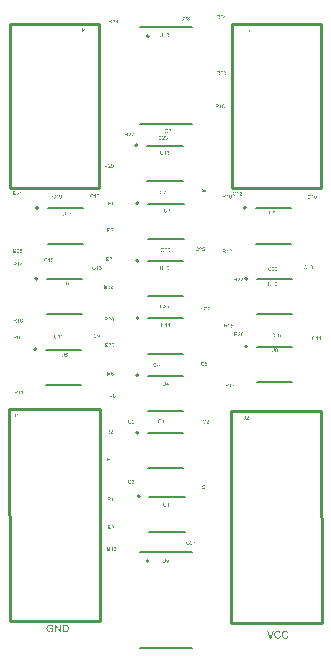
<source format=gto>
G04*
G04 #@! TF.GenerationSoftware,Altium Limited,Altium Designer,20.1.12 (249)*
G04*
G04 Layer_Color=65535*
%FSLAX25Y25*%
%MOIN*%
G70*
G04*
G04 #@! TF.SameCoordinates,9E92894B-ADF9-450B-81D9-0332103B8D06*
G04*
G04*
G04 #@! TF.FilePolarity,Positive*
G04*
G01*
G75*
%ADD10C,0.00787*%
%ADD11C,0.00500*%
%ADD12C,0.01000*%
G36*
X94953Y10477D02*
X94980Y10475D01*
X95013Y10473D01*
X95049Y10468D01*
X95091Y10462D01*
X95139Y10455D01*
X95188Y10444D01*
X95239Y10431D01*
X95291Y10417D01*
X95344Y10396D01*
X95397Y10375D01*
X95451Y10349D01*
X95503Y10320D01*
X95552Y10285D01*
X95555Y10284D01*
X95562Y10276D01*
X95577Y10266D01*
X95594Y10249D01*
X95615Y10231D01*
X95639Y10205D01*
X95664Y10178D01*
X95694Y10145D01*
X95723Y10109D01*
X95754Y10069D01*
X95783Y10023D01*
X95812Y9976D01*
X95841Y9923D01*
X95867Y9867D01*
X95892Y9807D01*
X95912Y9743D01*
X95584Y9667D01*
X95582Y9670D01*
X95581Y9680D01*
X95575Y9692D01*
X95568Y9712D01*
X95559Y9734D01*
X95548Y9759D01*
X95533Y9789D01*
X95519Y9820D01*
X95503Y9852D01*
X95482Y9885D01*
X95462Y9918D01*
X95439Y9952D01*
X95413Y9983D01*
X95388Y10014D01*
X95359Y10042D01*
X95328Y10067D01*
X95326Y10069D01*
X95320Y10073D01*
X95311Y10078D01*
X95299Y10087D01*
X95282Y10096D01*
X95262Y10107D01*
X95239Y10118D01*
X95213Y10131D01*
X95184Y10142D01*
X95153Y10153D01*
X95118Y10164D01*
X95082Y10173D01*
X95042Y10182D01*
X95000Y10187D01*
X94956Y10191D01*
X94909Y10193D01*
X94882D01*
X94862Y10191D01*
X94836Y10189D01*
X94807Y10185D01*
X94775Y10182D01*
X94740Y10175D01*
X94702Y10167D01*
X94663Y10158D01*
X94623Y10147D01*
X94582Y10135D01*
X94542Y10118D01*
X94502Y10098D01*
X94461Y10078D01*
X94423Y10053D01*
X94421Y10051D01*
X94414Y10047D01*
X94405Y10038D01*
X94392Y10027D01*
X94376Y10012D01*
X94358Y9996D01*
X94338Y9976D01*
X94316Y9954D01*
X94294Y9929D01*
X94270Y9901D01*
X94248Y9871D01*
X94227Y9836D01*
X94205Y9801D01*
X94185Y9763D01*
X94167Y9723D01*
X94150Y9680D01*
Y9678D01*
X94147Y9668D01*
X94143Y9656D01*
X94138Y9639D01*
X94132Y9618D01*
X94125Y9592D01*
X94119Y9563D01*
X94112Y9530D01*
X94105Y9496D01*
X94097Y9457D01*
X94090Y9417D01*
X94085Y9375D01*
X94076Y9288D01*
X94074Y9243D01*
X94072Y9195D01*
Y9192D01*
Y9181D01*
Y9164D01*
X94074Y9141D01*
X94076Y9113D01*
X94077Y9081D01*
X94079Y9044D01*
X94083Y9006D01*
X94088Y8962D01*
X94094Y8917D01*
X94112Y8824D01*
X94121Y8775D01*
X94134Y8728D01*
X94148Y8680D01*
X94165Y8635D01*
X94167Y8633D01*
X94168Y8624D01*
X94174Y8613D01*
X94183Y8597D01*
X94192Y8576D01*
X94205Y8553D01*
X94219Y8527D01*
X94236Y8500D01*
X94256Y8473D01*
X94278Y8444D01*
X94301Y8413D01*
X94327Y8384D01*
X94356Y8354D01*
X94387Y8327D01*
X94420Y8302D01*
X94456Y8278D01*
X94458Y8276D01*
X94465Y8273D01*
X94476Y8267D01*
X94490Y8260D01*
X94509Y8251D01*
X94531Y8240D01*
X94556Y8231D01*
X94583Y8220D01*
X94614Y8207D01*
X94647Y8198D01*
X94683Y8187D01*
X94720Y8178D01*
X94760Y8171D01*
X94800Y8165D01*
X94842Y8162D01*
X94884Y8160D01*
X94896D01*
X94911Y8162D01*
X94931D01*
X94955Y8165D01*
X94982Y8169D01*
X95015Y8173D01*
X95047Y8180D01*
X95084Y8189D01*
X95122Y8200D01*
X95162Y8213D01*
X95202Y8227D01*
X95242Y8245D01*
X95282Y8267D01*
X95320Y8293D01*
X95359Y8320D01*
X95360Y8322D01*
X95368Y8327D01*
X95377Y8336D01*
X95390Y8351D01*
X95406Y8367D01*
X95424Y8387D01*
X95444Y8413D01*
X95464Y8440D01*
X95486Y8473D01*
X95508Y8507D01*
X95532Y8547D01*
X95552Y8591D01*
X95573Y8637D01*
X95592Y8688D01*
X95608Y8740D01*
X95623Y8799D01*
X95956Y8715D01*
Y8713D01*
X95954Y8709D01*
X95952Y8704D01*
X95950Y8697D01*
X95948Y8688D01*
X95945Y8675D01*
X95936Y8647D01*
X95923Y8613D01*
X95908Y8575D01*
X95890Y8531D01*
X95868Y8484D01*
X95845Y8433D01*
X95817Y8382D01*
X95786Y8331D01*
X95752Y8278D01*
X95714Y8227D01*
X95672Y8178D01*
X95626Y8133D01*
X95577Y8089D01*
X95573Y8087D01*
X95564Y8080D01*
X95550Y8069D01*
X95528Y8056D01*
X95503Y8040D01*
X95470Y8021D01*
X95433Y8001D01*
X95391Y7981D01*
X95346Y7961D01*
X95295Y7941D01*
X95240Y7923D01*
X95182Y7907D01*
X95118Y7894D01*
X95053Y7883D01*
X94984Y7876D01*
X94911Y7874D01*
X94884D01*
X94871Y7876D01*
X94844D01*
X94809Y7880D01*
X94769Y7883D01*
X94723Y7889D01*
X94676Y7894D01*
X94623Y7903D01*
X94571Y7914D01*
X94514Y7929D01*
X94460Y7943D01*
X94405Y7963D01*
X94350Y7985D01*
X94298Y8010D01*
X94248Y8040D01*
X94245Y8042D01*
X94238Y8047D01*
X94225Y8058D01*
X94207Y8071D01*
X94185Y8087D01*
X94161Y8109D01*
X94134Y8133D01*
X94105Y8162D01*
X94074Y8194D01*
X94043Y8229D01*
X94010Y8269D01*
X93977Y8311D01*
X93946Y8358D01*
X93915Y8407D01*
X93886Y8462D01*
X93861Y8518D01*
Y8520D01*
X93859Y8522D01*
X93855Y8533D01*
X93848Y8549D01*
X93841Y8573D01*
X93830Y8602D01*
X93819Y8637D01*
X93806Y8677D01*
X93795Y8720D01*
X93783Y8770D01*
X93770Y8822D01*
X93759Y8877D01*
X93748Y8937D01*
X93741Y8997D01*
X93733Y9061D01*
X93730Y9126D01*
X93728Y9194D01*
Y9195D01*
Y9199D01*
Y9204D01*
Y9212D01*
Y9221D01*
X93730Y9232D01*
Y9259D01*
X93733Y9294D01*
X93735Y9334D01*
X93741Y9379D01*
X93746Y9428D01*
X93755Y9479D01*
X93764Y9534D01*
X93777Y9592D01*
X93792Y9650D01*
X93808Y9709D01*
X93828Y9767D01*
X93852Y9823D01*
X93877Y9880D01*
X93879Y9883D01*
X93884Y9892D01*
X93894Y9907D01*
X93905Y9929D01*
X93921Y9952D01*
X93939Y9980D01*
X93963Y10012D01*
X93988Y10045D01*
X94016Y10080D01*
X94048Y10118D01*
X94083Y10154D01*
X94121Y10191D01*
X94163Y10227D01*
X94207Y10262D01*
X94254Y10295D01*
X94305Y10326D01*
X94309Y10327D01*
X94318Y10333D01*
X94332Y10340D01*
X94354Y10349D01*
X94380Y10362D01*
X94411Y10375D01*
X94447Y10387D01*
X94485Y10402D01*
X94529Y10417D01*
X94576Y10429D01*
X94627Y10444D01*
X94680Y10455D01*
X94736Y10464D01*
X94794Y10471D01*
X94854Y10477D01*
X94916Y10478D01*
X94942D01*
X94953Y10477D01*
D02*
G37*
G36*
X92412D02*
X92439Y10475D01*
X92472Y10473D01*
X92509Y10468D01*
X92550Y10462D01*
X92598Y10455D01*
X92647Y10444D01*
X92698Y10431D01*
X92751Y10417D01*
X92803Y10396D01*
X92856Y10375D01*
X92911Y10349D01*
X92962Y10320D01*
X93011Y10285D01*
X93015Y10284D01*
X93022Y10276D01*
X93036Y10266D01*
X93053Y10249D01*
X93075Y10231D01*
X93098Y10205D01*
X93124Y10178D01*
X93153Y10145D01*
X93182Y10109D01*
X93213Y10069D01*
X93242Y10023D01*
X93271Y9976D01*
X93300Y9923D01*
X93326Y9867D01*
X93351Y9807D01*
X93371Y9743D01*
X93044Y9667D01*
X93042Y9670D01*
X93040Y9680D01*
X93034Y9692D01*
X93027Y9712D01*
X93018Y9734D01*
X93007Y9759D01*
X92993Y9789D01*
X92978Y9820D01*
X92962Y9852D01*
X92942Y9885D01*
X92922Y9918D01*
X92898Y9952D01*
X92873Y9983D01*
X92847Y10014D01*
X92818Y10042D01*
X92787Y10067D01*
X92785Y10069D01*
X92780Y10073D01*
X92771Y10078D01*
X92758Y10087D01*
X92742Y10096D01*
X92721Y10107D01*
X92698Y10118D01*
X92672Y10131D01*
X92643Y10142D01*
X92612Y10153D01*
X92578Y10164D01*
X92541Y10173D01*
X92501Y10182D01*
X92459Y10187D01*
X92416Y10191D01*
X92368Y10193D01*
X92341D01*
X92321Y10191D01*
X92296Y10189D01*
X92266Y10185D01*
X92234Y10182D01*
X92199Y10175D01*
X92161Y10167D01*
X92123Y10158D01*
X92083Y10147D01*
X92041Y10135D01*
X92001Y10118D01*
X91961Y10098D01*
X91921Y10078D01*
X91882Y10053D01*
X91881Y10051D01*
X91873Y10047D01*
X91864Y10038D01*
X91852Y10027D01*
X91835Y10012D01*
X91817Y9996D01*
X91797Y9976D01*
X91775Y9954D01*
X91753Y9929D01*
X91730Y9901D01*
X91708Y9871D01*
X91686Y9836D01*
X91664Y9801D01*
X91644Y9763D01*
X91626Y9723D01*
X91610Y9680D01*
Y9678D01*
X91606Y9668D01*
X91602Y9656D01*
X91597Y9639D01*
X91591Y9618D01*
X91584Y9592D01*
X91579Y9563D01*
X91571Y9530D01*
X91564Y9496D01*
X91557Y9457D01*
X91549Y9417D01*
X91544Y9375D01*
X91535Y9288D01*
X91533Y9243D01*
X91531Y9195D01*
Y9192D01*
Y9181D01*
Y9164D01*
X91533Y9141D01*
X91535Y9113D01*
X91537Y9081D01*
X91539Y9044D01*
X91542Y9006D01*
X91548Y8962D01*
X91553Y8917D01*
X91571Y8824D01*
X91580Y8775D01*
X91593Y8728D01*
X91608Y8680D01*
X91624Y8635D01*
X91626Y8633D01*
X91628Y8624D01*
X91633Y8613D01*
X91642Y8597D01*
X91651Y8576D01*
X91664Y8553D01*
X91679Y8527D01*
X91695Y8500D01*
X91715Y8473D01*
X91737Y8444D01*
X91760Y8413D01*
X91786Y8384D01*
X91815Y8354D01*
X91846Y8327D01*
X91879Y8302D01*
X91915Y8278D01*
X91917Y8276D01*
X91924Y8273D01*
X91935Y8267D01*
X91950Y8260D01*
X91968Y8251D01*
X91990Y8240D01*
X92015Y8231D01*
X92043Y8220D01*
X92074Y8207D01*
X92106Y8198D01*
X92143Y8187D01*
X92179Y8178D01*
X92219Y8171D01*
X92259Y8165D01*
X92301Y8162D01*
X92343Y8160D01*
X92356D01*
X92370Y8162D01*
X92390D01*
X92414Y8165D01*
X92441Y8169D01*
X92474Y8173D01*
X92507Y8180D01*
X92543Y8189D01*
X92581Y8200D01*
X92621Y8213D01*
X92661Y8227D01*
X92702Y8245D01*
X92742Y8267D01*
X92780Y8293D01*
X92818Y8320D01*
X92820Y8322D01*
X92827Y8327D01*
X92836Y8336D01*
X92849Y8351D01*
X92865Y8367D01*
X92883Y8387D01*
X92904Y8413D01*
X92923Y8440D01*
X92945Y8473D01*
X92967Y8507D01*
X92991Y8547D01*
X93011Y8591D01*
X93033Y8637D01*
X93051Y8688D01*
X93067Y8740D01*
X93082Y8799D01*
X93415Y8715D01*
Y8713D01*
X93413Y8709D01*
X93411Y8704D01*
X93410Y8697D01*
X93408Y8688D01*
X93404Y8675D01*
X93395Y8647D01*
X93382Y8613D01*
X93368Y8575D01*
X93349Y8531D01*
X93328Y8484D01*
X93304Y8433D01*
X93277Y8382D01*
X93246Y8331D01*
X93211Y8278D01*
X93173Y8227D01*
X93131Y8178D01*
X93085Y8133D01*
X93036Y8089D01*
X93033Y8087D01*
X93024Y8080D01*
X93009Y8069D01*
X92987Y8056D01*
X92962Y8040D01*
X92929Y8021D01*
X92893Y8001D01*
X92851Y7981D01*
X92805Y7961D01*
X92754Y7941D01*
X92700Y7923D01*
X92641Y7907D01*
X92578Y7894D01*
X92512Y7883D01*
X92443Y7876D01*
X92370Y7874D01*
X92343D01*
X92330Y7876D01*
X92303D01*
X92268Y7880D01*
X92228Y7883D01*
X92183Y7889D01*
X92136Y7894D01*
X92083Y7903D01*
X92030Y7914D01*
X91974Y7929D01*
X91919Y7943D01*
X91864Y7963D01*
X91810Y7985D01*
X91757Y8010D01*
X91708Y8040D01*
X91704Y8042D01*
X91697Y8047D01*
X91684Y8058D01*
X91666Y8071D01*
X91644Y8087D01*
X91620Y8109D01*
X91593Y8133D01*
X91564Y8162D01*
X91533Y8194D01*
X91502Y8229D01*
X91469Y8269D01*
X91437Y8311D01*
X91406Y8358D01*
X91375Y8407D01*
X91346Y8462D01*
X91320Y8518D01*
Y8520D01*
X91318Y8522D01*
X91315Y8533D01*
X91307Y8549D01*
X91300Y8573D01*
X91289Y8602D01*
X91278Y8637D01*
X91265Y8677D01*
X91255Y8720D01*
X91242Y8770D01*
X91229Y8822D01*
X91218Y8877D01*
X91207Y8937D01*
X91200Y8997D01*
X91193Y9061D01*
X91189Y9126D01*
X91187Y9194D01*
Y9195D01*
Y9199D01*
Y9204D01*
Y9212D01*
Y9221D01*
X91189Y9232D01*
Y9259D01*
X91193Y9294D01*
X91194Y9334D01*
X91200Y9379D01*
X91205Y9428D01*
X91215Y9479D01*
X91224Y9534D01*
X91236Y9592D01*
X91251Y9650D01*
X91267Y9709D01*
X91287Y9767D01*
X91311Y9823D01*
X91337Y9880D01*
X91338Y9883D01*
X91344Y9892D01*
X91353Y9907D01*
X91364Y9929D01*
X91380Y9952D01*
X91398Y9980D01*
X91422Y10012D01*
X91448Y10045D01*
X91475Y10080D01*
X91508Y10118D01*
X91542Y10154D01*
X91580Y10191D01*
X91622Y10227D01*
X91666Y10262D01*
X91713Y10295D01*
X91764Y10326D01*
X91768Y10327D01*
X91777Y10333D01*
X91791Y10340D01*
X91813Y10349D01*
X91839Y10362D01*
X91870Y10375D01*
X91906Y10387D01*
X91944Y10402D01*
X91988Y10417D01*
X92035Y10429D01*
X92086Y10444D01*
X92139Y10455D01*
X92195Y10464D01*
X92254Y10471D01*
X92314Y10477D01*
X92376Y10478D01*
X92401D01*
X92412Y10477D01*
D02*
G37*
G36*
X89999Y7916D02*
X89655D01*
X88679Y10435D01*
X89042D01*
X89695Y8604D01*
X89697Y8602D01*
X89698Y8595D01*
X89702Y8582D01*
X89708Y8566D01*
X89715Y8547D01*
X89722Y8524D01*
X89731Y8498D01*
X89742Y8469D01*
X89751Y8438D01*
X89762Y8405D01*
X89784Y8336D01*
X89808Y8264D01*
X89828Y8191D01*
Y8192D01*
X89829Y8200D01*
X89833Y8211D01*
X89839Y8225D01*
X89844Y8245D01*
X89850Y8267D01*
X89859Y8293D01*
X89866Y8320D01*
X89877Y8349D01*
X89886Y8382D01*
X89899Y8416D01*
X89910Y8451D01*
X89935Y8527D01*
X89964Y8604D01*
X90645Y10435D01*
X90985D01*
X89999Y7916D01*
D02*
G37*
G36*
X16561Y12543D02*
X16586D01*
X16614Y12540D01*
X16645Y12538D01*
X16679Y12534D01*
X16717Y12529D01*
X16756Y12524D01*
X16839Y12507D01*
X16881Y12498D01*
X16925Y12485D01*
X16967Y12473D01*
X17009Y12456D01*
X17010Y12454D01*
X17018Y12453D01*
X17030Y12447D01*
X17045Y12440D01*
X17063Y12431D01*
X17085Y12420D01*
X17109Y12407D01*
X17136Y12393D01*
X17163Y12374D01*
X17191Y12356D01*
X17249Y12314D01*
X17305Y12265D01*
X17333Y12238D01*
X17356Y12209D01*
X17358Y12207D01*
X17362Y12201D01*
X17369Y12192D01*
X17376Y12179D01*
X17387Y12165D01*
X17400Y12145D01*
X17413Y12123D01*
X17427Y12098D01*
X17442Y12070D01*
X17458Y12038D01*
X17474Y12005D01*
X17489Y11968D01*
X17505Y11928D01*
X17520Y11886D01*
X17535Y11843D01*
X17547Y11795D01*
X17247Y11714D01*
Y11715D01*
X17245Y11723D01*
X17242Y11732D01*
X17236Y11746D01*
X17231Y11761D01*
X17225Y11781D01*
X17216Y11801D01*
X17209Y11825D01*
X17187Y11872D01*
X17163Y11923D01*
X17136Y11972D01*
X17121Y11994D01*
X17105Y12016D01*
X17103Y12018D01*
X17101Y12021D01*
X17096Y12027D01*
X17090Y12034D01*
X17081Y12043D01*
X17070Y12054D01*
X17058Y12067D01*
X17043Y12079D01*
X17027Y12094D01*
X17010Y12109D01*
X16969Y12138D01*
X16919Y12167D01*
X16865Y12192D01*
X16863D01*
X16858Y12196D01*
X16848Y12198D01*
X16838Y12203D01*
X16823Y12209D01*
X16805Y12214D01*
X16785Y12220D01*
X16763Y12227D01*
X16739Y12232D01*
X16712Y12238D01*
X16683Y12243D01*
X16654Y12249D01*
X16588Y12256D01*
X16519Y12260D01*
X16497D01*
X16481Y12258D01*
X16461D01*
X16437Y12256D01*
X16412Y12254D01*
X16384Y12251D01*
X16353Y12247D01*
X16321Y12243D01*
X16255Y12230D01*
X16188Y12212D01*
X16122Y12189D01*
X16120D01*
X16115Y12185D01*
X16106Y12181D01*
X16095Y12176D01*
X16080Y12169D01*
X16064Y12161D01*
X16046Y12150D01*
X16028Y12139D01*
X15984Y12114D01*
X15940Y12081D01*
X15895Y12045D01*
X15855Y12005D01*
X15853Y12003D01*
X15851Y11999D01*
X15846Y11994D01*
X15838Y11985D01*
X15829Y11974D01*
X15820Y11963D01*
X15809Y11948D01*
X15796Y11932D01*
X15771Y11896D01*
X15744Y11854D01*
X15718Y11806D01*
X15695Y11757D01*
X15693Y11755D01*
X15691Y11746D01*
X15685Y11734D01*
X15680Y11717D01*
X15673Y11695D01*
X15665Y11670D01*
X15656Y11639D01*
X15647Y11606D01*
X15638Y11570D01*
X15629Y11532D01*
X15622Y11490D01*
X15614Y11444D01*
X15609Y11399D01*
X15604Y11350D01*
X15602Y11300D01*
X15600Y11249D01*
Y11248D01*
Y11246D01*
Y11235D01*
Y11217D01*
X15602Y11193D01*
X15604Y11164D01*
X15605Y11131D01*
X15609Y11093D01*
X15614Y11053D01*
X15620Y11009D01*
X15627Y10964D01*
X15638Y10916D01*
X15649Y10869D01*
X15662Y10822D01*
X15676Y10774D01*
X15695Y10729D01*
X15714Y10685D01*
X15716Y10684D01*
X15720Y10676D01*
X15727Y10663D01*
X15736Y10649D01*
X15749Y10629D01*
X15764Y10609D01*
X15780Y10585D01*
X15800Y10560D01*
X15824Y10532D01*
X15849Y10505D01*
X15877Y10476D01*
X15908Y10449D01*
X15940Y10421D01*
X15975Y10396D01*
X16013Y10372D01*
X16053Y10350D01*
X16055Y10349D01*
X16064Y10345D01*
X16075Y10340D01*
X16091Y10334D01*
X16111Y10325D01*
X16137Y10316D01*
X16164Y10307D01*
X16195Y10296D01*
X16230Y10285D01*
X16266Y10276D01*
X16304Y10267D01*
X16344Y10258D01*
X16388Y10252D01*
X16432Y10247D01*
X16477Y10243D01*
X16523Y10241D01*
X16544D01*
X16559Y10243D01*
X16579D01*
X16603Y10245D01*
X16628Y10249D01*
X16657Y10252D01*
X16688Y10256D01*
X16721Y10261D01*
X16792Y10276D01*
X16868Y10296D01*
X16907Y10309D01*
X16945Y10323D01*
X16947Y10325D01*
X16954Y10327D01*
X16965Y10332D01*
X16979Y10338D01*
X16996Y10345D01*
X17016Y10354D01*
X17038Y10365D01*
X17061Y10378D01*
X17112Y10403D01*
X17165Y10434D01*
X17216Y10467D01*
X17238Y10483D01*
X17260Y10502D01*
Y10971D01*
X16519D01*
Y11268D01*
X17585D01*
Y10332D01*
X17582Y10330D01*
X17575Y10323D01*
X17562Y10314D01*
X17544Y10300D01*
X17520Y10285D01*
X17494Y10265D01*
X17464Y10245D01*
X17431Y10223D01*
X17393Y10199D01*
X17354Y10176D01*
X17312Y10150D01*
X17267Y10127D01*
X17174Y10079D01*
X17127Y10059D01*
X17078Y10039D01*
X17074Y10037D01*
X17067Y10036D01*
X17052Y10030D01*
X17032Y10025D01*
X17009Y10017D01*
X16981Y10008D01*
X16949Y9999D01*
X16914Y9990D01*
X16874Y9981D01*
X16832Y9972D01*
X16788Y9965D01*
X16743Y9956D01*
X16645Y9945D01*
X16594Y9943D01*
X16543Y9941D01*
X16517D01*
X16506Y9943D01*
X16481D01*
X16448Y9946D01*
X16410Y9950D01*
X16366Y9954D01*
X16319Y9961D01*
X16268Y9970D01*
X16215Y9979D01*
X16159Y9992D01*
X16100Y10008D01*
X16042Y10026D01*
X15984Y10046D01*
X15926Y10072D01*
X15867Y10099D01*
X15864Y10101D01*
X15855Y10107D01*
X15838Y10116D01*
X15818Y10128D01*
X15793Y10145D01*
X15764Y10165D01*
X15731Y10188D01*
X15696Y10216D01*
X15660Y10247D01*
X15622Y10281D01*
X15584Y10318D01*
X15545Y10360D01*
X15509Y10405D01*
X15473Y10452D01*
X15440Y10503D01*
X15409Y10558D01*
X15407Y10562D01*
X15402Y10572D01*
X15394Y10589D01*
X15385Y10611D01*
X15374Y10640D01*
X15360Y10673D01*
X15347Y10713D01*
X15332Y10755D01*
X15318Y10804D01*
X15305Y10855D01*
X15292Y10909D01*
X15280Y10969D01*
X15270Y11031D01*
X15263Y11095D01*
X15258Y11160D01*
X15256Y11230D01*
Y11231D01*
Y11233D01*
Y11239D01*
Y11246D01*
Y11255D01*
X15258Y11266D01*
Y11291D01*
X15261Y11324D01*
X15263Y11362D01*
X15269Y11406D01*
X15276Y11453D01*
X15283Y11504D01*
X15294Y11559D01*
X15305Y11615D01*
X15320Y11674D01*
X15338Y11734D01*
X15358Y11795D01*
X15382Y11856D01*
X15409Y11916D01*
Y11918D01*
X15411Y11919D01*
X15416Y11930D01*
X15425Y11947D01*
X15438Y11968D01*
X15452Y11994D01*
X15473Y12025D01*
X15496Y12059D01*
X15522Y12096D01*
X15551Y12134D01*
X15584Y12172D01*
X15620Y12212D01*
X15660Y12251D01*
X15704Y12289D01*
X15749Y12325D01*
X15798Y12360D01*
X15851Y12391D01*
X15855Y12393D01*
X15864Y12398D01*
X15880Y12405D01*
X15902Y12414D01*
X15929Y12427D01*
X15962Y12440D01*
X16000Y12454D01*
X16042Y12469D01*
X16090Y12482D01*
X16140Y12496D01*
X16195Y12509D01*
X16253Y12522D01*
X16315Y12531D01*
X16379Y12538D01*
X16446Y12543D01*
X16515Y12545D01*
X16543D01*
X16561Y12543D01*
D02*
G37*
G36*
X20057Y9983D02*
X19713D01*
X18394Y11959D01*
Y9983D01*
X18073D01*
Y12502D01*
X18415D01*
X19737Y10523D01*
Y12502D01*
X20057D01*
Y9983D01*
D02*
G37*
G36*
X21557Y12500D02*
X21586D01*
X21617Y12498D01*
X21651D01*
X21724Y12493D01*
X21799Y12487D01*
X21835Y12482D01*
X21870Y12478D01*
X21903Y12473D01*
X21934Y12465D01*
X21935D01*
X21943Y12464D01*
X21953Y12460D01*
X21970Y12456D01*
X21988Y12449D01*
X22010Y12442D01*
X22034Y12434D01*
X22061Y12423D01*
X22117Y12400D01*
X22179Y12367D01*
X22241Y12331D01*
X22272Y12309D01*
X22301Y12285D01*
X22303Y12283D01*
X22310Y12278D01*
X22321Y12267D01*
X22334Y12254D01*
X22350Y12238D01*
X22370Y12218D01*
X22390Y12194D01*
X22414Y12169D01*
X22438Y12138D01*
X22461Y12105D01*
X22487Y12070D01*
X22512Y12032D01*
X22536Y11990D01*
X22558Y11948D01*
X22580Y11901D01*
X22600Y11854D01*
X22601Y11850D01*
X22603Y11841D01*
X22609Y11828D01*
X22616Y11808D01*
X22623Y11783D01*
X22630Y11754D01*
X22640Y11719D01*
X22651Y11681D01*
X22660Y11639D01*
X22669Y11592D01*
X22676Y11542D01*
X22683Y11490D01*
X22691Y11435D01*
X22696Y11377D01*
X22698Y11317D01*
X22700Y11255D01*
Y11251D01*
Y11242D01*
Y11228D01*
X22698Y11206D01*
Y11182D01*
X22696Y11153D01*
X22694Y11120D01*
X22691Y11084D01*
X22687Y11046D01*
X22683Y11004D01*
X22671Y10918D01*
X22654Y10831D01*
X22632Y10745D01*
Y10744D01*
X22629Y10736D01*
X22625Y10723D01*
X22620Y10709D01*
X22614Y10691D01*
X22605Y10669D01*
X22596Y10644D01*
X22585Y10618D01*
X22561Y10560D01*
X22530Y10498D01*
X22498Y10438D01*
X22459Y10380D01*
X22458Y10378D01*
X22454Y10374D01*
X22449Y10365D01*
X22441Y10356D01*
X22432Y10343D01*
X22419Y10329D01*
X22392Y10296D01*
X22358Y10259D01*
X22319Y10221D01*
X22276Y10185D01*
X22230Y10150D01*
X22228D01*
X22225Y10147D01*
X22217Y10143D01*
X22208Y10137D01*
X22196Y10130D01*
X22181Y10123D01*
X22165Y10114D01*
X22146Y10105D01*
X22125Y10094D01*
X22103Y10083D01*
X22077Y10074D01*
X22052Y10063D01*
X21993Y10043D01*
X21930Y10025D01*
X21928D01*
X21923Y10023D01*
X21912Y10021D01*
X21899Y10017D01*
X21882Y10016D01*
X21862Y10012D01*
X21839Y10008D01*
X21813Y10005D01*
X21784Y9999D01*
X21753Y9995D01*
X21721Y9992D01*
X21684Y9990D01*
X21648Y9986D01*
X21608Y9985D01*
X21526Y9983D01*
X20618D01*
Y12502D01*
X21533D01*
X21557Y12500D01*
D02*
G37*
G36*
X31167Y132148D02*
X31181D01*
X31197Y132146D01*
X31216Y132144D01*
X31237Y132141D01*
X31260Y132137D01*
X31284Y132132D01*
X31310Y132125D01*
X31336Y132118D01*
X31363Y132108D01*
X31390Y132097D01*
X31416Y132084D01*
X31442Y132069D01*
X31467Y132052D01*
X31468Y132051D01*
X31473Y132048D01*
X31479Y132042D01*
X31488Y132034D01*
X31499Y132024D01*
X31511Y132012D01*
X31524Y131998D01*
X31538Y131982D01*
X31553Y131964D01*
X31568Y131944D01*
X31583Y131921D01*
X31597Y131897D01*
X31611Y131871D01*
X31625Y131843D01*
X31637Y131813D01*
X31647Y131781D01*
X31483Y131742D01*
Y131744D01*
X31481Y131748D01*
X31478Y131755D01*
X31475Y131765D01*
X31470Y131776D01*
X31465Y131789D01*
X31458Y131803D01*
X31451Y131819D01*
X31432Y131852D01*
X31410Y131885D01*
X31398Y131901D01*
X31385Y131916D01*
X31370Y131930D01*
X31355Y131943D01*
X31354Y131944D01*
X31351Y131946D01*
X31347Y131949D01*
X31340Y131953D01*
X31332Y131958D01*
X31322Y131963D01*
X31311Y131969D01*
X31298Y131975D01*
X31283Y131980D01*
X31268Y131986D01*
X31250Y131991D01*
X31232Y131996D01*
X31212Y132000D01*
X31191Y132003D01*
X31169Y132005D01*
X31146Y132006D01*
X31132D01*
X31122Y132005D01*
X31109Y132004D01*
X31095Y132002D01*
X31079Y132000D01*
X31061Y131997D01*
X31043Y131994D01*
X31023Y131989D01*
X31003Y131983D01*
X30982Y131977D01*
X30962Y131968D01*
X30942Y131959D01*
X30922Y131948D01*
X30903Y131936D01*
X30902Y131935D01*
X30899Y131933D01*
X30894Y131929D01*
X30887Y131923D01*
X30879Y131916D01*
X30870Y131908D01*
X30860Y131898D01*
X30850Y131886D01*
X30838Y131874D01*
X30827Y131859D01*
X30816Y131844D01*
X30804Y131827D01*
X30794Y131809D01*
X30783Y131790D01*
X30774Y131770D01*
X30766Y131748D01*
Y131747D01*
X30764Y131743D01*
X30762Y131736D01*
X30760Y131728D01*
X30757Y131717D01*
X30754Y131704D01*
X30750Y131690D01*
X30747Y131674D01*
X30743Y131656D01*
X30739Y131638D01*
X30736Y131618D01*
X30733Y131597D01*
X30729Y131552D01*
X30727Y131506D01*
Y131504D01*
Y131499D01*
Y131490D01*
X30728Y131479D01*
Y131465D01*
X30729Y131449D01*
X30731Y131430D01*
X30733Y131411D01*
X30735Y131389D01*
X30738Y131367D01*
X30746Y131320D01*
X30758Y131272D01*
X30765Y131248D01*
X30773Y131225D01*
X30774Y131224D01*
X30775Y131220D01*
X30778Y131214D01*
X30782Y131205D01*
X30787Y131195D01*
X30793Y131184D01*
X30800Y131171D01*
X30809Y131158D01*
X30819Y131143D01*
X30829Y131129D01*
X30841Y131114D01*
X30854Y131099D01*
X30869Y131084D01*
X30884Y131071D01*
X30901Y131058D01*
X30919Y131046D01*
X30920Y131045D01*
X30924Y131043D01*
X30929Y131041D01*
X30936Y131037D01*
X30946Y131032D01*
X30956Y131027D01*
X30969Y131022D01*
X30983Y131017D01*
X30998Y131011D01*
X31015Y131006D01*
X31032Y131001D01*
X31051Y130996D01*
X31071Y130992D01*
X31091Y130990D01*
X31112Y130988D01*
X31133Y130987D01*
X31139D01*
X31147Y130988D01*
X31156D01*
X31168Y130989D01*
X31182Y130991D01*
X31198Y130994D01*
X31215Y130997D01*
X31233Y131001D01*
X31252Y131007D01*
X31272Y131013D01*
X31292Y131021D01*
X31312Y131030D01*
X31332Y131041D01*
X31351Y131053D01*
X31370Y131067D01*
X31371Y131068D01*
X31374Y131071D01*
X31379Y131076D01*
X31386Y131082D01*
X31394Y131091D01*
X31403Y131101D01*
X31412Y131113D01*
X31423Y131128D01*
X31434Y131144D01*
X31445Y131161D01*
X31456Y131181D01*
X31467Y131203D01*
X31477Y131226D01*
X31486Y131252D01*
X31495Y131279D01*
X31502Y131308D01*
X31669Y131265D01*
Y131264D01*
X31668Y131263D01*
Y131260D01*
X31666Y131256D01*
X31663Y131245D01*
X31659Y131231D01*
X31653Y131214D01*
X31645Y131194D01*
X31636Y131173D01*
X31626Y131149D01*
X31613Y131124D01*
X31600Y131099D01*
X31584Y131072D01*
X31567Y131047D01*
X31548Y131021D01*
X31527Y130996D01*
X31505Y130973D01*
X31480Y130952D01*
X31478Y130951D01*
X31474Y130947D01*
X31466Y130942D01*
X31456Y130935D01*
X31442Y130927D01*
X31427Y130918D01*
X31408Y130908D01*
X31387Y130898D01*
X31364Y130888D01*
X31339Y130878D01*
X31312Y130869D01*
X31282Y130861D01*
X31251Y130854D01*
X31218Y130849D01*
X31183Y130845D01*
X31147Y130844D01*
X31138D01*
X31127Y130845D01*
X31113D01*
X31096Y130847D01*
X31076Y130848D01*
X31053Y130851D01*
X31029Y130854D01*
X31003Y130859D01*
X30976Y130864D01*
X30949Y130871D01*
X30921Y130879D01*
X30893Y130889D01*
X30866Y130900D01*
X30840Y130912D01*
X30815Y130927D01*
X30814Y130928D01*
X30809Y130931D01*
X30803Y130936D01*
X30794Y130942D01*
X30784Y130951D01*
X30771Y130962D01*
X30758Y130974D01*
X30743Y130988D01*
X30728Y131004D01*
X30712Y131022D01*
X30696Y131042D01*
X30680Y131063D01*
X30664Y131087D01*
X30649Y131112D01*
X30634Y131138D01*
X30621Y131167D01*
X30620Y131169D01*
X30618Y131174D01*
X30615Y131183D01*
X30611Y131195D01*
X30606Y131209D01*
X30600Y131227D01*
X30594Y131246D01*
X30588Y131269D01*
X30582Y131293D01*
X30576Y131319D01*
X30570Y131347D01*
X30565Y131376D01*
X30561Y131407D01*
X30558Y131439D01*
X30556Y131472D01*
X30555Y131505D01*
Y131506D01*
Y131507D01*
Y131510D01*
Y131514D01*
X30556Y131524D01*
Y131538D01*
X30557Y131555D01*
X30559Y131575D01*
X30561Y131598D01*
X30564Y131622D01*
X30568Y131648D01*
X30573Y131676D01*
X30579Y131705D01*
X30587Y131734D01*
X30595Y131763D01*
X30605Y131792D01*
X30617Y131821D01*
X30630Y131849D01*
X30631Y131851D01*
X30634Y131855D01*
X30638Y131863D01*
X30644Y131873D01*
X30652Y131885D01*
X30661Y131900D01*
X30672Y131915D01*
X30685Y131932D01*
X30699Y131950D01*
X30715Y131968D01*
X30732Y131987D01*
X30752Y132005D01*
X30772Y132023D01*
X30794Y132041D01*
X30818Y132057D01*
X30843Y132072D01*
X30845Y132073D01*
X30849Y132075D01*
X30857Y132079D01*
X30867Y132084D01*
X30880Y132090D01*
X30896Y132096D01*
X30914Y132103D01*
X30933Y132111D01*
X30955Y132118D01*
X30979Y132125D01*
X31004Y132131D01*
X31031Y132137D01*
X31059Y132142D01*
X31088Y132146D01*
X31118Y132148D01*
X31149Y132149D01*
X31157D01*
X31167Y132148D01*
D02*
G37*
G36*
X33205Y132131D02*
X33215D01*
X33225Y132130D01*
X33237Y132128D01*
X33250Y132126D01*
X33265Y132124D01*
X33280Y132121D01*
X33312Y132113D01*
X33345Y132102D01*
X33362Y132095D01*
X33378Y132087D01*
X33379D01*
X33382Y132085D01*
X33386Y132082D01*
X33392Y132079D01*
X33400Y132074D01*
X33408Y132069D01*
X33427Y132055D01*
X33449Y132038D01*
X33471Y132017D01*
X33492Y131993D01*
X33511Y131966D01*
X33512Y131965D01*
X33513Y131963D01*
X33515Y131958D01*
X33518Y131953D01*
X33522Y131946D01*
X33526Y131937D01*
X33530Y131928D01*
X33534Y131917D01*
X33538Y131906D01*
X33542Y131893D01*
X33550Y131866D01*
X33555Y131836D01*
X33557Y131820D01*
Y131804D01*
Y131803D01*
Y131800D01*
Y131796D01*
X33556Y131790D01*
Y131783D01*
X33555Y131775D01*
X33553Y131765D01*
X33552Y131755D01*
X33546Y131732D01*
X33538Y131707D01*
X33528Y131681D01*
X33521Y131668D01*
X33513Y131655D01*
Y131654D01*
X33511Y131652D01*
X33508Y131649D01*
X33505Y131644D01*
X33500Y131638D01*
X33495Y131632D01*
X33488Y131625D01*
X33480Y131617D01*
X33472Y131608D01*
X33462Y131600D01*
X33451Y131591D01*
X33440Y131582D01*
X33413Y131565D01*
X33383Y131549D01*
X33384D01*
X33388Y131548D01*
X33394Y131546D01*
X33402Y131544D01*
X33411Y131540D01*
X33422Y131536D01*
X33434Y131532D01*
X33447Y131526D01*
X33461Y131519D01*
X33475Y131511D01*
X33489Y131502D01*
X33504Y131493D01*
X33518Y131481D01*
X33532Y131469D01*
X33545Y131456D01*
X33557Y131441D01*
X33558Y131440D01*
X33560Y131437D01*
X33563Y131433D01*
X33567Y131426D01*
X33571Y131419D01*
X33577Y131409D01*
X33582Y131398D01*
X33588Y131385D01*
X33594Y131371D01*
X33599Y131356D01*
X33605Y131339D01*
X33609Y131321D01*
X33613Y131302D01*
X33616Y131282D01*
X33618Y131260D01*
X33619Y131238D01*
Y131236D01*
Y131231D01*
X33618Y131222D01*
X33617Y131210D01*
X33615Y131196D01*
X33613Y131179D01*
X33609Y131161D01*
X33604Y131141D01*
X33597Y131119D01*
X33589Y131096D01*
X33580Y131073D01*
X33568Y131049D01*
X33554Y131026D01*
X33538Y131002D01*
X33519Y130979D01*
X33498Y130957D01*
X33497Y130956D01*
X33493Y130952D01*
X33486Y130947D01*
X33476Y130939D01*
X33465Y130931D01*
X33450Y130921D01*
X33434Y130911D01*
X33415Y130900D01*
X33394Y130889D01*
X33371Y130879D01*
X33346Y130869D01*
X33319Y130861D01*
X33290Y130854D01*
X33259Y130848D01*
X33227Y130844D01*
X33193Y130843D01*
X33186D01*
X33177Y130844D01*
X33165Y130845D01*
X33151Y130846D01*
X33135Y130848D01*
X33116Y130851D01*
X33096Y130855D01*
X33075Y130860D01*
X33053Y130867D01*
X33030Y130875D01*
X33007Y130884D01*
X32983Y130896D01*
X32960Y130909D01*
X32938Y130924D01*
X32917Y130941D01*
X32916Y130942D01*
X32912Y130946D01*
X32907Y130951D01*
X32900Y130959D01*
X32891Y130969D01*
X32882Y130981D01*
X32871Y130995D01*
X32861Y131010D01*
X32850Y131028D01*
X32839Y131047D01*
X32828Y131068D01*
X32819Y131091D01*
X32810Y131116D01*
X32803Y131142D01*
X32797Y131169D01*
X32793Y131198D01*
X32948Y131219D01*
Y131218D01*
X32949Y131213D01*
X32951Y131206D01*
X32953Y131198D01*
X32956Y131187D01*
X32960Y131174D01*
X32964Y131160D01*
X32969Y131146D01*
X32981Y131115D01*
X32997Y131083D01*
X33006Y131068D01*
X33016Y131054D01*
X33026Y131041D01*
X33038Y131029D01*
X33039Y131028D01*
X33041Y131027D01*
X33045Y131024D01*
X33049Y131020D01*
X33056Y131016D01*
X33063Y131011D01*
X33072Y131005D01*
X33082Y131000D01*
X33093Y130995D01*
X33104Y130989D01*
X33131Y130980D01*
X33146Y130976D01*
X33162Y130974D01*
X33178Y130972D01*
X33195Y130971D01*
X33200D01*
X33206Y130972D01*
X33213D01*
X33223Y130973D01*
X33233Y130975D01*
X33246Y130977D01*
X33259Y130980D01*
X33273Y130984D01*
X33288Y130989D01*
X33303Y130995D01*
X33319Y131003D01*
X33334Y131011D01*
X33350Y131021D01*
X33365Y131033D01*
X33379Y131046D01*
X33380Y131047D01*
X33382Y131050D01*
X33386Y131054D01*
X33391Y131060D01*
X33397Y131067D01*
X33403Y131076D01*
X33410Y131086D01*
X33417Y131098D01*
X33424Y131111D01*
X33431Y131125D01*
X33437Y131141D01*
X33443Y131157D01*
X33448Y131175D01*
X33452Y131194D01*
X33454Y131213D01*
X33455Y131234D01*
Y131235D01*
Y131239D01*
Y131244D01*
X33454Y131252D01*
X33453Y131261D01*
X33451Y131272D01*
X33449Y131283D01*
X33446Y131296D01*
X33443Y131310D01*
X33438Y131324D01*
X33432Y131339D01*
X33426Y131353D01*
X33417Y131368D01*
X33408Y131383D01*
X33397Y131397D01*
X33385Y131410D01*
X33384Y131411D01*
X33382Y131413D01*
X33378Y131416D01*
X33372Y131421D01*
X33366Y131426D01*
X33357Y131432D01*
X33348Y131439D01*
X33337Y131445D01*
X33324Y131452D01*
X33311Y131458D01*
X33296Y131464D01*
X33280Y131469D01*
X33264Y131474D01*
X33246Y131477D01*
X33227Y131479D01*
X33207Y131480D01*
X33199D01*
X33190Y131479D01*
X33177Y131478D01*
X33162Y131476D01*
X33143Y131473D01*
X33122Y131469D01*
X33098Y131463D01*
X33115Y131599D01*
X33118D01*
X33124Y131598D01*
X33132Y131597D01*
X33150D01*
X33157Y131598D01*
X33165Y131599D01*
X33176Y131600D01*
X33187Y131601D01*
X33199Y131603D01*
X33227Y131609D01*
X33257Y131619D01*
X33272Y131624D01*
X33288Y131631D01*
X33303Y131639D01*
X33318Y131648D01*
X33319Y131649D01*
X33321Y131650D01*
X33325Y131654D01*
X33331Y131658D01*
X33337Y131663D01*
X33343Y131670D01*
X33351Y131678D01*
X33358Y131688D01*
X33365Y131698D01*
X33373Y131710D01*
X33379Y131723D01*
X33386Y131737D01*
X33391Y131753D01*
X33395Y131770D01*
X33397Y131788D01*
X33398Y131808D01*
Y131809D01*
Y131812D01*
Y131816D01*
X33397Y131822D01*
X33396Y131829D01*
X33395Y131838D01*
X33391Y131858D01*
X33384Y131880D01*
X33379Y131892D01*
X33374Y131903D01*
X33367Y131915D01*
X33359Y131927D01*
X33350Y131938D01*
X33340Y131949D01*
X33339Y131950D01*
X33337Y131951D01*
X33334Y131954D01*
X33330Y131958D01*
X33324Y131962D01*
X33317Y131967D01*
X33309Y131972D01*
X33300Y131977D01*
X33289Y131982D01*
X33278Y131987D01*
X33253Y131996D01*
X33224Y132003D01*
X33208Y132004D01*
X33191Y132005D01*
X33182D01*
X33176Y132004D01*
X33168Y132003D01*
X33159Y132002D01*
X33149Y132000D01*
X33139Y131998D01*
X33115Y131991D01*
X33102Y131987D01*
X33090Y131981D01*
X33077Y131974D01*
X33065Y131967D01*
X33053Y131958D01*
X33041Y131948D01*
X33040Y131947D01*
X33038Y131945D01*
X33035Y131942D01*
X33031Y131937D01*
X33027Y131931D01*
X33021Y131924D01*
X33015Y131915D01*
X33009Y131905D01*
X33002Y131894D01*
X32996Y131881D01*
X32989Y131867D01*
X32983Y131852D01*
X32977Y131835D01*
X32972Y131817D01*
X32968Y131798D01*
X32964Y131777D01*
X32809Y131805D01*
Y131807D01*
X32810Y131812D01*
X32812Y131820D01*
X32815Y131831D01*
X32819Y131844D01*
X32823Y131859D01*
X32829Y131875D01*
X32836Y131893D01*
X32843Y131912D01*
X32853Y131932D01*
X32863Y131952D01*
X32875Y131972D01*
X32888Y131992D01*
X32903Y132011D01*
X32919Y132029D01*
X32937Y132046D01*
X32938Y132047D01*
X32942Y132050D01*
X32947Y132054D01*
X32955Y132059D01*
X32965Y132066D01*
X32977Y132073D01*
X32991Y132081D01*
X33006Y132089D01*
X33024Y132097D01*
X33043Y132105D01*
X33063Y132112D01*
X33086Y132119D01*
X33109Y132124D01*
X33134Y132128D01*
X33160Y132131D01*
X33188Y132132D01*
X33198D01*
X33205Y132131D01*
D02*
G37*
G36*
X32395Y130865D02*
X32240D01*
Y131852D01*
X32239Y131851D01*
X32237Y131850D01*
X32234Y131847D01*
X32230Y131843D01*
X32224Y131838D01*
X32218Y131832D01*
X32210Y131826D01*
X32201Y131818D01*
X32191Y131811D01*
X32180Y131802D01*
X32167Y131793D01*
X32154Y131784D01*
X32125Y131765D01*
X32093Y131745D01*
X32092Y131744D01*
X32089Y131743D01*
X32084Y131740D01*
X32078Y131736D01*
X32070Y131732D01*
X32060Y131727D01*
X32050Y131721D01*
X32039Y131715D01*
X32013Y131702D01*
X31986Y131689D01*
X31958Y131676D01*
X31930Y131665D01*
Y131815D01*
X31932Y131816D01*
X31936Y131818D01*
X31943Y131821D01*
X31952Y131826D01*
X31963Y131832D01*
X31976Y131839D01*
X31991Y131847D01*
X32007Y131856D01*
X32024Y131867D01*
X32043Y131878D01*
X32081Y131903D01*
X32119Y131932D01*
X32157Y131963D01*
X32158Y131964D01*
X32161Y131967D01*
X32166Y131972D01*
X32173Y131978D01*
X32181Y131986D01*
X32190Y131995D01*
X32200Y132005D01*
X32211Y132017D01*
X32233Y132043D01*
X32256Y132071D01*
X32277Y132101D01*
X32287Y132117D01*
X32295Y132132D01*
X32395D01*
Y130865D01*
D02*
G37*
G36*
X15119Y134707D02*
X15133D01*
X15149Y134705D01*
X15168Y134703D01*
X15189Y134700D01*
X15212Y134696D01*
X15236Y134691D01*
X15262Y134684D01*
X15288Y134677D01*
X15315Y134667D01*
X15342Y134656D01*
X15368Y134643D01*
X15394Y134628D01*
X15419Y134611D01*
X15420Y134610D01*
X15425Y134607D01*
X15431Y134601D01*
X15440Y134593D01*
X15451Y134583D01*
X15463Y134571D01*
X15476Y134557D01*
X15490Y134541D01*
X15505Y134523D01*
X15520Y134503D01*
X15535Y134480D01*
X15549Y134456D01*
X15563Y134430D01*
X15577Y134402D01*
X15589Y134372D01*
X15599Y134340D01*
X15435Y134301D01*
Y134303D01*
X15433Y134307D01*
X15430Y134314D01*
X15427Y134324D01*
X15422Y134335D01*
X15417Y134348D01*
X15410Y134362D01*
X15403Y134378D01*
X15384Y134411D01*
X15362Y134444D01*
X15350Y134460D01*
X15337Y134475D01*
X15322Y134489D01*
X15307Y134502D01*
X15306Y134503D01*
X15303Y134505D01*
X15299Y134508D01*
X15292Y134512D01*
X15284Y134517D01*
X15274Y134522D01*
X15263Y134528D01*
X15250Y134534D01*
X15235Y134539D01*
X15220Y134545D01*
X15202Y134550D01*
X15184Y134555D01*
X15164Y134559D01*
X15143Y134562D01*
X15121Y134564D01*
X15098Y134565D01*
X15084D01*
X15074Y134564D01*
X15061Y134563D01*
X15047Y134561D01*
X15031Y134559D01*
X15013Y134556D01*
X14995Y134553D01*
X14975Y134548D01*
X14955Y134542D01*
X14934Y134536D01*
X14914Y134527D01*
X14894Y134518D01*
X14874Y134507D01*
X14855Y134495D01*
X14854Y134494D01*
X14851Y134492D01*
X14846Y134488D01*
X14839Y134482D01*
X14831Y134475D01*
X14822Y134467D01*
X14812Y134457D01*
X14802Y134445D01*
X14790Y134433D01*
X14779Y134418D01*
X14768Y134403D01*
X14756Y134386D01*
X14746Y134368D01*
X14735Y134349D01*
X14726Y134329D01*
X14718Y134307D01*
Y134306D01*
X14716Y134302D01*
X14714Y134295D01*
X14712Y134287D01*
X14709Y134276D01*
X14706Y134263D01*
X14702Y134249D01*
X14699Y134233D01*
X14695Y134215D01*
X14691Y134197D01*
X14688Y134177D01*
X14685Y134156D01*
X14681Y134111D01*
X14679Y134065D01*
Y134063D01*
Y134058D01*
Y134049D01*
X14680Y134038D01*
Y134024D01*
X14681Y134008D01*
X14683Y133989D01*
X14685Y133970D01*
X14687Y133948D01*
X14690Y133926D01*
X14698Y133879D01*
X14710Y133831D01*
X14717Y133807D01*
X14725Y133784D01*
X14726Y133783D01*
X14727Y133779D01*
X14730Y133773D01*
X14734Y133764D01*
X14739Y133754D01*
X14745Y133743D01*
X14752Y133730D01*
X14761Y133717D01*
X14771Y133702D01*
X14781Y133688D01*
X14793Y133673D01*
X14806Y133658D01*
X14821Y133643D01*
X14836Y133630D01*
X14853Y133617D01*
X14871Y133605D01*
X14872Y133604D01*
X14876Y133602D01*
X14881Y133600D01*
X14888Y133596D01*
X14898Y133591D01*
X14908Y133586D01*
X14921Y133581D01*
X14935Y133576D01*
X14950Y133570D01*
X14967Y133565D01*
X14984Y133560D01*
X15003Y133555D01*
X15023Y133551D01*
X15043Y133549D01*
X15064Y133547D01*
X15085Y133546D01*
X15091D01*
X15099Y133547D01*
X15108D01*
X15120Y133548D01*
X15134Y133550D01*
X15150Y133553D01*
X15167Y133556D01*
X15185Y133560D01*
X15204Y133566D01*
X15224Y133572D01*
X15244Y133580D01*
X15264Y133589D01*
X15284Y133600D01*
X15303Y133612D01*
X15322Y133626D01*
X15323Y133627D01*
X15326Y133630D01*
X15331Y133635D01*
X15338Y133641D01*
X15346Y133650D01*
X15355Y133660D01*
X15364Y133672D01*
X15375Y133687D01*
X15386Y133703D01*
X15397Y133720D01*
X15408Y133740D01*
X15419Y133762D01*
X15429Y133785D01*
X15438Y133811D01*
X15447Y133838D01*
X15454Y133867D01*
X15621Y133824D01*
Y133823D01*
X15620Y133822D01*
Y133819D01*
X15618Y133815D01*
X15615Y133804D01*
X15611Y133790D01*
X15605Y133773D01*
X15597Y133753D01*
X15588Y133732D01*
X15578Y133708D01*
X15565Y133683D01*
X15552Y133658D01*
X15536Y133631D01*
X15519Y133606D01*
X15500Y133580D01*
X15479Y133555D01*
X15457Y133532D01*
X15432Y133511D01*
X15430Y133510D01*
X15426Y133506D01*
X15418Y133501D01*
X15408Y133494D01*
X15394Y133486D01*
X15379Y133477D01*
X15360Y133467D01*
X15339Y133457D01*
X15316Y133447D01*
X15291Y133437D01*
X15264Y133428D01*
X15234Y133420D01*
X15203Y133413D01*
X15170Y133408D01*
X15135Y133404D01*
X15099Y133403D01*
X15090D01*
X15079Y133404D01*
X15065D01*
X15048Y133406D01*
X15028Y133407D01*
X15005Y133410D01*
X14981Y133413D01*
X14955Y133418D01*
X14928Y133423D01*
X14901Y133430D01*
X14873Y133438D01*
X14845Y133448D01*
X14818Y133459D01*
X14792Y133471D01*
X14767Y133486D01*
X14766Y133487D01*
X14761Y133490D01*
X14755Y133495D01*
X14746Y133501D01*
X14736Y133510D01*
X14723Y133521D01*
X14710Y133533D01*
X14695Y133547D01*
X14680Y133563D01*
X14664Y133581D01*
X14648Y133601D01*
X14632Y133622D01*
X14616Y133646D01*
X14601Y133671D01*
X14586Y133697D01*
X14573Y133726D01*
X14572Y133728D01*
X14570Y133733D01*
X14567Y133742D01*
X14563Y133754D01*
X14558Y133768D01*
X14552Y133786D01*
X14546Y133805D01*
X14540Y133828D01*
X14534Y133852D01*
X14528Y133878D01*
X14522Y133906D01*
X14517Y133935D01*
X14513Y133966D01*
X14510Y133998D01*
X14508Y134031D01*
X14507Y134064D01*
Y134065D01*
Y134066D01*
Y134069D01*
Y134073D01*
X14508Y134083D01*
Y134097D01*
X14509Y134114D01*
X14511Y134134D01*
X14513Y134157D01*
X14516Y134181D01*
X14520Y134207D01*
X14525Y134235D01*
X14531Y134264D01*
X14539Y134293D01*
X14547Y134322D01*
X14557Y134351D01*
X14569Y134380D01*
X14582Y134408D01*
X14583Y134410D01*
X14586Y134414D01*
X14590Y134422D01*
X14596Y134432D01*
X14604Y134444D01*
X14613Y134459D01*
X14624Y134474D01*
X14637Y134491D01*
X14651Y134509D01*
X14667Y134527D01*
X14684Y134546D01*
X14704Y134564D01*
X14724Y134582D01*
X14746Y134600D01*
X14770Y134616D01*
X14795Y134631D01*
X14797Y134632D01*
X14801Y134634D01*
X14809Y134638D01*
X14819Y134643D01*
X14832Y134649D01*
X14848Y134655D01*
X14866Y134662D01*
X14885Y134670D01*
X14907Y134677D01*
X14931Y134684D01*
X14956Y134690D01*
X14983Y134696D01*
X15011Y134701D01*
X15040Y134705D01*
X15070Y134707D01*
X15101Y134708D01*
X15109D01*
X15119Y134707D01*
D02*
G37*
G36*
X17521Y134520D02*
X17017D01*
X16950Y134180D01*
X16951Y134181D01*
X16955Y134183D01*
X16961Y134187D01*
X16970Y134193D01*
X16980Y134199D01*
X16992Y134205D01*
X17006Y134213D01*
X17022Y134220D01*
X17039Y134227D01*
X17058Y134235D01*
X17077Y134241D01*
X17098Y134248D01*
X17120Y134253D01*
X17142Y134257D01*
X17165Y134259D01*
X17188Y134260D01*
X17195D01*
X17204Y134259D01*
X17216Y134258D01*
X17230Y134257D01*
X17246Y134254D01*
X17265Y134250D01*
X17285Y134246D01*
X17306Y134240D01*
X17328Y134232D01*
X17351Y134223D01*
X17375Y134212D01*
X17398Y134198D01*
X17422Y134183D01*
X17444Y134165D01*
X17466Y134145D01*
X17467Y134144D01*
X17471Y134140D01*
X17477Y134133D01*
X17484Y134124D01*
X17492Y134113D01*
X17502Y134099D01*
X17512Y134084D01*
X17523Y134066D01*
X17534Y134045D01*
X17544Y134023D01*
X17554Y133999D01*
X17562Y133973D01*
X17570Y133945D01*
X17575Y133915D01*
X17579Y133884D01*
X17580Y133851D01*
Y133849D01*
Y133843D01*
X17579Y133834D01*
X17578Y133822D01*
X17577Y133808D01*
X17575Y133790D01*
X17572Y133771D01*
X17568Y133750D01*
X17562Y133728D01*
X17556Y133704D01*
X17548Y133679D01*
X17538Y133654D01*
X17526Y133629D01*
X17513Y133604D01*
X17498Y133580D01*
X17480Y133556D01*
X17479Y133554D01*
X17474Y133549D01*
X17467Y133542D01*
X17458Y133532D01*
X17445Y133521D01*
X17430Y133508D01*
X17413Y133494D01*
X17393Y133480D01*
X17370Y133465D01*
X17346Y133451D01*
X17318Y133439D01*
X17289Y133427D01*
X17257Y133417D01*
X17223Y133410D01*
X17187Y133405D01*
X17149Y133403D01*
X17141D01*
X17132Y133404D01*
X17120Y133405D01*
X17106Y133406D01*
X17089Y133408D01*
X17070Y133411D01*
X17049Y133415D01*
X17028Y133420D01*
X17005Y133426D01*
X16982Y133434D01*
X16958Y133444D01*
X16934Y133455D01*
X16911Y133467D01*
X16889Y133482D01*
X16868Y133499D01*
X16867Y133500D01*
X16863Y133503D01*
X16858Y133509D01*
X16851Y133517D01*
X16842Y133526D01*
X16833Y133538D01*
X16822Y133551D01*
X16812Y133567D01*
X16801Y133584D01*
X16790Y133604D01*
X16779Y133625D01*
X16770Y133648D01*
X16761Y133672D01*
X16754Y133698D01*
X16748Y133726D01*
X16744Y133755D01*
X16907Y133769D01*
Y133768D01*
X16908Y133764D01*
X16909Y133758D01*
X16911Y133749D01*
X16913Y133739D01*
X16916Y133728D01*
X16920Y133715D01*
X16924Y133702D01*
X16935Y133672D01*
X16950Y133642D01*
X16958Y133628D01*
X16968Y133614D01*
X16978Y133601D01*
X16990Y133589D01*
X16991Y133588D01*
X16993Y133586D01*
X16997Y133584D01*
X17002Y133580D01*
X17008Y133575D01*
X17016Y133570D01*
X17025Y133565D01*
X17035Y133560D01*
X17046Y133554D01*
X17058Y133549D01*
X17085Y133539D01*
X17100Y133535D01*
X17115Y133533D01*
X17132Y133531D01*
X17149Y133530D01*
X17154D01*
X17160Y133531D01*
X17168D01*
X17177Y133533D01*
X17189Y133534D01*
X17201Y133537D01*
X17215Y133541D01*
X17229Y133545D01*
X17244Y133551D01*
X17260Y133557D01*
X17276Y133565D01*
X17292Y133575D01*
X17308Y133586D01*
X17323Y133599D01*
X17338Y133614D01*
X17339Y133615D01*
X17341Y133618D01*
X17345Y133623D01*
X17350Y133629D01*
X17356Y133638D01*
X17363Y133648D01*
X17370Y133660D01*
X17377Y133673D01*
X17384Y133689D01*
X17391Y133705D01*
X17398Y133724D01*
X17404Y133744D01*
X17409Y133765D01*
X17413Y133788D01*
X17415Y133812D01*
X17416Y133837D01*
Y133839D01*
Y133843D01*
Y133850D01*
X17415Y133859D01*
X17414Y133870D01*
X17412Y133883D01*
X17410Y133897D01*
X17407Y133913D01*
X17403Y133929D01*
X17398Y133947D01*
X17392Y133964D01*
X17384Y133981D01*
X17376Y133999D01*
X17366Y134015D01*
X17354Y134031D01*
X17341Y134046D01*
X17340Y134047D01*
X17338Y134049D01*
X17333Y134053D01*
X17328Y134058D01*
X17320Y134064D01*
X17311Y134070D01*
X17301Y134077D01*
X17289Y134085D01*
X17276Y134092D01*
X17261Y134099D01*
X17245Y134105D01*
X17228Y134111D01*
X17209Y134116D01*
X17189Y134120D01*
X17168Y134122D01*
X17146Y134123D01*
X17133D01*
X17127Y134122D01*
X17119Y134121D01*
X17101Y134119D01*
X17080Y134115D01*
X17057Y134109D01*
X17034Y134100D01*
X17011Y134089D01*
X17010D01*
X17008Y134087D01*
X17005Y134086D01*
X17001Y134083D01*
X16990Y134075D01*
X16977Y134065D01*
X16962Y134053D01*
X16946Y134038D01*
X16931Y134020D01*
X16917Y134001D01*
X16772Y134020D01*
X16894Y134668D01*
X17521D01*
Y134520D01*
D02*
G37*
G36*
X16347Y133424D02*
X16192D01*
Y134411D01*
X16191Y134410D01*
X16189Y134409D01*
X16186Y134406D01*
X16182Y134402D01*
X16176Y134397D01*
X16170Y134391D01*
X16162Y134385D01*
X16153Y134377D01*
X16143Y134370D01*
X16132Y134361D01*
X16119Y134352D01*
X16106Y134343D01*
X16077Y134324D01*
X16045Y134304D01*
X16044Y134303D01*
X16041Y134302D01*
X16036Y134299D01*
X16030Y134295D01*
X16022Y134291D01*
X16012Y134286D01*
X16002Y134280D01*
X15991Y134274D01*
X15965Y134261D01*
X15938Y134248D01*
X15910Y134235D01*
X15882Y134224D01*
Y134374D01*
X15884Y134375D01*
X15888Y134377D01*
X15895Y134380D01*
X15904Y134385D01*
X15915Y134391D01*
X15928Y134398D01*
X15943Y134406D01*
X15959Y134415D01*
X15976Y134426D01*
X15995Y134437D01*
X16033Y134462D01*
X16071Y134491D01*
X16109Y134522D01*
X16110Y134523D01*
X16113Y134526D01*
X16118Y134531D01*
X16125Y134537D01*
X16133Y134545D01*
X16142Y134554D01*
X16152Y134564D01*
X16163Y134576D01*
X16185Y134602D01*
X16208Y134630D01*
X16229Y134660D01*
X16239Y134676D01*
X16247Y134691D01*
X16347D01*
Y133424D01*
D02*
G37*
G36*
X36355Y115013D02*
X36367Y115012D01*
X36382Y115011D01*
X36399Y115009D01*
X36419Y115006D01*
X36441Y115001D01*
X36463Y114996D01*
X36487Y114989D01*
X36511Y114981D01*
X36535Y114971D01*
X36558Y114960D01*
X36582Y114946D01*
X36604Y114931D01*
X36625Y114913D01*
X36625Y114912D01*
X36630Y114908D01*
X36634Y114903D01*
X36641Y114895D01*
X36650Y114885D01*
X36658Y114873D01*
X36667Y114859D01*
X36678Y114844D01*
X36687Y114827D01*
X36696Y114808D01*
X36705Y114787D01*
X36713Y114765D01*
X36720Y114741D01*
X36726Y114717D01*
X36729Y114690D01*
X36731Y114663D01*
Y114662D01*
Y114660D01*
Y114656D01*
Y114650D01*
X36729Y114643D01*
X36729Y114635D01*
X36727Y114626D01*
X36726Y114616D01*
X36722Y114594D01*
X36718Y114569D01*
X36709Y114542D01*
X36700Y114514D01*
Y114513D01*
X36698Y114511D01*
X36696Y114507D01*
X36694Y114501D01*
X36691Y114495D01*
X36685Y114487D01*
X36680Y114478D01*
X36676Y114467D01*
X36661Y114444D01*
X36643Y114418D01*
X36621Y114390D01*
X36597Y114360D01*
X36595Y114359D01*
X36593Y114356D01*
X36588Y114352D01*
X36582Y114345D01*
X36575Y114337D01*
X36564Y114327D01*
X36553Y114315D01*
X36540Y114302D01*
X36525Y114287D01*
X36507Y114270D01*
X36487Y114252D01*
X36465Y114232D01*
X36441Y114211D01*
X36415Y114188D01*
X36388Y114164D01*
X36358Y114138D01*
X36356Y114137D01*
X36351Y114133D01*
X36345Y114127D01*
X36336Y114119D01*
X36325Y114110D01*
X36312Y114099D01*
X36298Y114087D01*
X36283Y114074D01*
X36252Y114048D01*
X36224Y114022D01*
X36209Y114009D01*
X36198Y113998D01*
X36187Y113988D01*
X36178Y113979D01*
X36176Y113977D01*
X36171Y113972D01*
X36165Y113964D01*
X36156Y113953D01*
X36145Y113941D01*
X36134Y113927D01*
X36123Y113912D01*
X36112Y113896D01*
X36733D01*
Y113747D01*
X35899D01*
Y113748D01*
Y113749D01*
Y113752D01*
Y113756D01*
Y113767D01*
X35901Y113781D01*
X35903Y113797D01*
X35906Y113815D01*
X35910Y113835D01*
X35917Y113854D01*
Y113855D01*
X35919Y113858D01*
X35919Y113862D01*
X35923Y113869D01*
X35925Y113876D01*
X35930Y113885D01*
X35936Y113895D01*
X35941Y113907D01*
X35954Y113932D01*
X35972Y113960D01*
X35993Y113990D01*
X36018Y114021D01*
X36018Y114022D01*
X36020Y114025D01*
X36024Y114029D01*
X36031Y114036D01*
X36039Y114044D01*
X36046Y114053D01*
X36057Y114064D01*
X36070Y114076D01*
X36083Y114090D01*
X36099Y114104D01*
X36114Y114120D01*
X36134Y114137D01*
X36152Y114155D01*
X36173Y114173D01*
X36197Y114193D01*
X36220Y114213D01*
X36222Y114214D01*
X36222Y114215D01*
X36226Y114217D01*
X36230Y114220D01*
X36241Y114229D01*
X36253Y114241D01*
X36270Y114255D01*
X36290Y114272D01*
X36310Y114290D01*
X36332Y114310D01*
X36356Y114331D01*
X36378Y114352D01*
X36402Y114375D01*
X36424Y114397D01*
X36446Y114419D01*
X36465Y114440D01*
X36483Y114461D01*
X36498Y114480D01*
X36500Y114481D01*
X36502Y114484D01*
X36505Y114490D01*
X36509Y114497D01*
X36516Y114506D01*
X36522Y114516D01*
X36529Y114528D01*
X36536Y114541D01*
X36542Y114554D01*
X36549Y114569D01*
X36560Y114601D01*
X36564Y114617D01*
X36568Y114634D01*
X36571Y114650D01*
X36571Y114667D01*
Y114668D01*
Y114671D01*
Y114676D01*
X36571Y114682D01*
X36569Y114690D01*
X36568Y114699D01*
X36566Y114710D01*
X36564Y114721D01*
X36555Y114745D01*
X36551Y114758D01*
X36544Y114771D01*
X36536Y114784D01*
X36527Y114797D01*
X36518Y114810D01*
X36505Y114822D01*
X36505Y114823D01*
X36503Y114825D01*
X36498Y114828D01*
X36494Y114832D01*
X36487Y114837D01*
X36479Y114842D01*
X36470Y114848D01*
X36459Y114854D01*
X36448Y114860D01*
X36435Y114866D01*
X36421Y114871D01*
X36406Y114876D01*
X36388Y114880D01*
X36371Y114883D01*
X36353Y114885D01*
X36334Y114886D01*
X36323D01*
X36314Y114885D01*
X36305Y114884D01*
X36294Y114882D01*
X36283Y114880D01*
X36270Y114878D01*
X36241Y114869D01*
X36226Y114864D01*
X36211Y114857D01*
X36195Y114850D01*
X36180Y114840D01*
X36167Y114830D01*
X36154Y114818D01*
X36152Y114817D01*
X36151Y114815D01*
X36147Y114811D01*
X36143Y114806D01*
X36138Y114799D01*
X36132Y114791D01*
X36127Y114781D01*
X36121Y114770D01*
X36114Y114757D01*
X36108Y114743D01*
X36103Y114728D01*
X36097Y114712D01*
X36092Y114694D01*
X36090Y114675D01*
X36088Y114655D01*
X36086Y114633D01*
X35928Y114649D01*
Y114650D01*
Y114651D01*
X35928Y114657D01*
X35930Y114666D01*
X35932Y114678D01*
X35934Y114693D01*
X35939Y114710D01*
X35943Y114729D01*
X35949Y114750D01*
X35956Y114771D01*
X35965Y114793D01*
X35974Y114816D01*
X35985Y114838D01*
X35998Y114860D01*
X36013Y114882D01*
X36031Y114902D01*
X36050Y114920D01*
X36051Y114921D01*
X36055Y114924D01*
X36061Y114929D01*
X36070Y114935D01*
X36079Y114942D01*
X36092Y114950D01*
X36108Y114958D01*
X36125Y114967D01*
X36145Y114976D01*
X36167Y114984D01*
X36191Y114992D01*
X36215Y114999D01*
X36244Y115005D01*
X36272Y115010D01*
X36303Y115013D01*
X36336Y115014D01*
X36345D01*
X36355Y115013D01*
D02*
G37*
G36*
X35298Y115008D02*
X35313D01*
X35329Y115007D01*
X35346Y115006D01*
X35366Y115005D01*
X35386Y115003D01*
X35408Y115000D01*
X35449Y114994D01*
X35471Y114990D01*
X35491Y114986D01*
X35509Y114980D01*
X35526Y114974D01*
X35528D01*
X35530Y114972D01*
X35535Y114970D01*
X35541Y114967D01*
X35548Y114964D01*
X35557Y114959D01*
X35566Y114953D01*
X35577Y114946D01*
X35587Y114939D01*
X35599Y114930D01*
X35612Y114920D01*
X35623Y114909D01*
X35634Y114897D01*
X35645Y114884D01*
X35656Y114870D01*
X35666Y114854D01*
X35667Y114853D01*
X35669Y114850D01*
X35671Y114845D01*
X35675Y114839D01*
X35678Y114831D01*
X35684Y114821D01*
X35688Y114810D01*
X35693Y114798D01*
X35697Y114785D01*
X35702Y114770D01*
X35708Y114754D01*
X35712Y114738D01*
X35717Y114702D01*
X35719Y114683D01*
X35719Y114664D01*
Y114663D01*
Y114658D01*
X35719Y114651D01*
Y114642D01*
X35717Y114630D01*
X35715Y114617D01*
X35713Y114602D01*
X35708Y114585D01*
X35704Y114568D01*
X35699Y114550D01*
X35691Y114531D01*
X35682Y114512D01*
X35673Y114493D01*
X35662Y114473D01*
X35647Y114455D01*
X35633Y114437D01*
X35631Y114436D01*
X35629Y114433D01*
X35623Y114428D01*
X35616Y114422D01*
X35607Y114415D01*
X35596Y114407D01*
X35581Y114398D01*
X35566Y114388D01*
X35548Y114378D01*
X35528Y114368D01*
X35506Y114359D01*
X35482Y114349D01*
X35456Y114341D01*
X35429Y114333D01*
X35397Y114326D01*
X35364Y114321D01*
X35366D01*
X35368Y114320D01*
X35370Y114318D01*
X35375Y114316D01*
X35388Y114309D01*
X35401Y114301D01*
X35418Y114292D01*
X35434Y114281D01*
X35451Y114270D01*
X35465Y114258D01*
X35465Y114257D01*
X35467Y114255D01*
X35471Y114251D01*
X35476Y114246D01*
X35484Y114239D01*
X35491Y114232D01*
X35500Y114222D01*
X35509Y114212D01*
X35519Y114200D01*
X35530Y114188D01*
X35541Y114174D01*
X35554Y114159D01*
X35577Y114126D01*
X35603Y114090D01*
X35820Y113747D01*
X35612D01*
X35445Y114009D01*
X35445Y114010D01*
X35443Y114014D01*
X35438Y114020D01*
X35434Y114028D01*
X35427Y114037D01*
X35419Y114048D01*
X35412Y114060D01*
X35403Y114074D01*
X35385Y114102D01*
X35364Y114131D01*
X35344Y114158D01*
X35335Y114171D01*
X35326Y114183D01*
X35324Y114184D01*
X35324Y114186D01*
X35320Y114189D01*
X35318Y114193D01*
X35309Y114203D01*
X35298Y114216D01*
X35285Y114230D01*
X35269Y114244D01*
X35256Y114257D01*
X35241Y114267D01*
X35239Y114268D01*
X35234Y114271D01*
X35227Y114275D01*
X35217Y114280D01*
X35206Y114286D01*
X35193Y114292D01*
X35179Y114297D01*
X35166Y114301D01*
X35164D01*
X35160Y114302D01*
X35153Y114303D01*
X35144Y114304D01*
X35131Y114305D01*
X35114Y114306D01*
X35094Y114307D01*
X34879D01*
Y113747D01*
X34712D01*
Y115009D01*
X35287D01*
X35298Y115008D01*
D02*
G37*
G36*
X37326Y115013D02*
X37337D01*
X37350Y115011D01*
X37367Y115009D01*
X37385Y115006D01*
X37405Y115002D01*
X37426Y114997D01*
X37446Y114990D01*
X37470Y114983D01*
X37492Y114973D01*
X37514Y114962D01*
X37536Y114949D01*
X37556Y114934D01*
X37576Y114917D01*
X37576Y114916D01*
X37580Y114913D01*
X37584Y114907D01*
X37591Y114900D01*
X37598Y114891D01*
X37607Y114879D01*
X37617Y114867D01*
X37626Y114852D01*
X37635Y114836D01*
X37644Y114818D01*
X37653Y114799D01*
X37661Y114778D01*
X37668Y114756D01*
X37672Y114733D01*
X37675Y114709D01*
X37677Y114684D01*
Y114683D01*
Y114680D01*
Y114675D01*
X37675Y114669D01*
Y114662D01*
X37674Y114653D01*
X37672Y114643D01*
X37670Y114632D01*
X37666Y114608D01*
X37657Y114582D01*
X37646Y114556D01*
X37639Y114543D01*
X37631Y114531D01*
X37630Y114530D01*
X37628Y114528D01*
X37626Y114525D01*
X37622Y114520D01*
X37617Y114515D01*
X37611Y114509D01*
X37604Y114502D01*
X37595Y114494D01*
X37587Y114486D01*
X37576Y114478D01*
X37565Y114469D01*
X37552Y114461D01*
X37538Y114453D01*
X37523Y114445D01*
X37508Y114437D01*
X37490Y114430D01*
X37492D01*
X37495Y114428D01*
X37501Y114426D01*
X37510Y114423D01*
X37519Y114419D01*
X37530Y114414D01*
X37543Y114408D01*
X37556Y114401D01*
X37571Y114393D01*
X37584Y114384D01*
X37600Y114374D01*
X37615Y114363D01*
X37628Y114351D01*
X37642Y114338D01*
X37655Y114323D01*
X37668Y114308D01*
X37668Y114307D01*
X37670Y114304D01*
X37674Y114300D01*
X37677Y114293D01*
X37681Y114285D01*
X37686Y114275D01*
X37692Y114264D01*
X37699Y114251D01*
X37703Y114237D01*
X37710Y114222D01*
X37714Y114205D01*
X37720Y114188D01*
X37723Y114169D01*
X37725Y114149D01*
X37727Y114129D01*
X37729Y114107D01*
Y114105D01*
Y114100D01*
X37727Y114091D01*
X37727Y114080D01*
X37725Y114066D01*
X37723Y114050D01*
X37718Y114032D01*
X37714Y114013D01*
X37709Y113992D01*
X37701Y113970D01*
X37692Y113948D01*
X37681Y113925D01*
X37666Y113902D01*
X37652Y113879D01*
X37633Y113857D01*
X37613Y113836D01*
X37613Y113835D01*
X37609Y113831D01*
X37602Y113826D01*
X37593Y113819D01*
X37582Y113811D01*
X37567Y113801D01*
X37552Y113791D01*
X37532Y113781D01*
X37512Y113771D01*
X37490Y113761D01*
X37464Y113752D01*
X37438Y113743D01*
X37409Y113736D01*
X37378Y113731D01*
X37347Y113727D01*
X37312Y113726D01*
X37304D01*
X37295Y113727D01*
X37282Y113728D01*
X37266Y113729D01*
X37247Y113732D01*
X37227Y113735D01*
X37205Y113740D01*
X37181Y113746D01*
X37157Y113753D01*
X37132Y113762D01*
X37106Y113772D01*
X37082Y113785D01*
X37056Y113800D01*
X37032Y113817D01*
X37010Y113836D01*
X37010Y113837D01*
X37005Y113841D01*
X37001Y113847D01*
X36992Y113856D01*
X36985Y113867D01*
X36974Y113880D01*
X36964Y113895D01*
X36953Y113912D01*
X36942Y113931D01*
X36933Y113952D01*
X36922Y113974D01*
X36915Y113998D01*
X36908Y114024D01*
X36902Y114052D01*
X36898Y114081D01*
X36896Y114111D01*
Y114112D01*
Y114116D01*
Y114123D01*
X36898Y114132D01*
X36898Y114142D01*
X36900Y114154D01*
X36902Y114168D01*
X36904Y114183D01*
X36911Y114215D01*
X36917Y114232D01*
X36922Y114250D01*
X36930Y114267D01*
X36939Y114284D01*
X36948Y114301D01*
X36959Y114317D01*
X36959Y114318D01*
X36961Y114321D01*
X36966Y114325D01*
X36970Y114330D01*
X36977Y114337D01*
X36985Y114345D01*
X36994Y114353D01*
X37005Y114362D01*
X37016Y114372D01*
X37029Y114381D01*
X37045Y114391D01*
X37060Y114400D01*
X37078Y114408D01*
X37095Y114417D01*
X37115Y114424D01*
X37137Y114430D01*
X37135D01*
X37132Y114432D01*
X37128Y114434D01*
X37121Y114437D01*
X37113Y114440D01*
X37104Y114445D01*
X37082Y114456D01*
X37060Y114471D01*
X37036Y114488D01*
X37014Y114508D01*
X37003Y114519D01*
X36994Y114531D01*
Y114532D01*
X36992Y114534D01*
X36990Y114538D01*
X36987Y114543D01*
X36983Y114549D01*
X36979Y114557D01*
X36974Y114565D01*
X36970Y114575D01*
X36966Y114586D01*
X36963Y114598D01*
X36955Y114625D01*
X36950Y114655D01*
X36948Y114671D01*
X36948Y114688D01*
Y114690D01*
Y114694D01*
X36948Y114701D01*
X36950Y114711D01*
X36950Y114723D01*
X36952Y114737D01*
X36955Y114752D01*
X36959Y114769D01*
X36964Y114787D01*
X36972Y114805D01*
X36979Y114825D01*
X36988Y114844D01*
X37001Y114864D01*
X37014Y114883D01*
X37029Y114902D01*
X37045Y114920D01*
X37047Y114921D01*
X37051Y114924D01*
X37056Y114929D01*
X37064Y114935D01*
X37073Y114942D01*
X37086Y114950D01*
X37099Y114958D01*
X37115Y114967D01*
X37133Y114976D01*
X37154Y114984D01*
X37176Y114992D01*
X37198Y114999D01*
X37224Y115005D01*
X37251Y115010D01*
X37279Y115013D01*
X37310Y115014D01*
X37317D01*
X37326Y115013D01*
D02*
G37*
G36*
X36143Y125840D02*
X36153D01*
X36163Y125839D01*
X36175Y125837D01*
X36188Y125835D01*
X36203Y125833D01*
X36218Y125830D01*
X36250Y125822D01*
X36283Y125811D01*
X36300Y125804D01*
X36316Y125796D01*
X36317D01*
X36320Y125794D01*
X36324Y125791D01*
X36330Y125788D01*
X36338Y125783D01*
X36346Y125778D01*
X36365Y125764D01*
X36387Y125747D01*
X36409Y125726D01*
X36430Y125702D01*
X36449Y125675D01*
X36450Y125674D01*
X36451Y125672D01*
X36453Y125667D01*
X36456Y125662D01*
X36460Y125655D01*
X36464Y125646D01*
X36468Y125637D01*
X36472Y125626D01*
X36476Y125615D01*
X36480Y125602D01*
X36488Y125575D01*
X36493Y125545D01*
X36495Y125529D01*
Y125513D01*
Y125512D01*
Y125509D01*
Y125505D01*
X36494Y125499D01*
Y125492D01*
X36493Y125484D01*
X36491Y125474D01*
X36490Y125464D01*
X36484Y125441D01*
X36476Y125416D01*
X36466Y125390D01*
X36459Y125377D01*
X36451Y125364D01*
Y125363D01*
X36449Y125361D01*
X36446Y125358D01*
X36443Y125353D01*
X36438Y125347D01*
X36433Y125341D01*
X36426Y125334D01*
X36418Y125326D01*
X36410Y125317D01*
X36400Y125309D01*
X36389Y125300D01*
X36378Y125291D01*
X36351Y125274D01*
X36321Y125258D01*
X36322D01*
X36326Y125257D01*
X36332Y125255D01*
X36340Y125253D01*
X36349Y125249D01*
X36360Y125245D01*
X36372Y125241D01*
X36385Y125235D01*
X36399Y125228D01*
X36413Y125220D01*
X36427Y125211D01*
X36442Y125202D01*
X36456Y125190D01*
X36470Y125178D01*
X36483Y125165D01*
X36495Y125150D01*
X36496Y125149D01*
X36498Y125146D01*
X36501Y125142D01*
X36505Y125135D01*
X36509Y125128D01*
X36515Y125118D01*
X36520Y125107D01*
X36526Y125094D01*
X36532Y125080D01*
X36537Y125065D01*
X36543Y125048D01*
X36547Y125030D01*
X36551Y125011D01*
X36554Y124991D01*
X36556Y124969D01*
X36557Y124947D01*
Y124945D01*
Y124940D01*
X36556Y124931D01*
X36555Y124919D01*
X36553Y124905D01*
X36551Y124888D01*
X36547Y124870D01*
X36542Y124850D01*
X36535Y124828D01*
X36527Y124805D01*
X36518Y124782D01*
X36506Y124758D01*
X36492Y124735D01*
X36476Y124711D01*
X36457Y124688D01*
X36436Y124666D01*
X36435Y124665D01*
X36431Y124661D01*
X36424Y124656D01*
X36414Y124648D01*
X36403Y124640D01*
X36388Y124630D01*
X36372Y124620D01*
X36353Y124609D01*
X36332Y124598D01*
X36309Y124588D01*
X36284Y124578D01*
X36257Y124570D01*
X36228Y124563D01*
X36197Y124557D01*
X36165Y124553D01*
X36131Y124552D01*
X36124D01*
X36115Y124553D01*
X36103Y124554D01*
X36089Y124555D01*
X36073Y124557D01*
X36054Y124560D01*
X36034Y124564D01*
X36013Y124569D01*
X35991Y124576D01*
X35968Y124584D01*
X35945Y124593D01*
X35921Y124605D01*
X35898Y124618D01*
X35876Y124633D01*
X35855Y124650D01*
X35854Y124651D01*
X35850Y124655D01*
X35845Y124660D01*
X35838Y124668D01*
X35829Y124678D01*
X35820Y124690D01*
X35809Y124704D01*
X35799Y124719D01*
X35788Y124737D01*
X35777Y124756D01*
X35766Y124777D01*
X35757Y124800D01*
X35748Y124825D01*
X35741Y124851D01*
X35735Y124878D01*
X35731Y124907D01*
X35886Y124928D01*
Y124927D01*
X35887Y124922D01*
X35889Y124915D01*
X35891Y124907D01*
X35894Y124896D01*
X35898Y124883D01*
X35902Y124869D01*
X35907Y124855D01*
X35919Y124824D01*
X35935Y124792D01*
X35944Y124777D01*
X35954Y124763D01*
X35964Y124750D01*
X35976Y124738D01*
X35977Y124737D01*
X35979Y124736D01*
X35983Y124733D01*
X35987Y124729D01*
X35994Y124725D01*
X36001Y124720D01*
X36010Y124714D01*
X36020Y124709D01*
X36031Y124704D01*
X36042Y124698D01*
X36069Y124689D01*
X36084Y124685D01*
X36100Y124683D01*
X36116Y124681D01*
X36133Y124680D01*
X36138D01*
X36144Y124681D01*
X36151D01*
X36161Y124682D01*
X36171Y124684D01*
X36184Y124686D01*
X36197Y124689D01*
X36211Y124693D01*
X36226Y124698D01*
X36241Y124704D01*
X36257Y124712D01*
X36272Y124720D01*
X36288Y124730D01*
X36303Y124742D01*
X36317Y124755D01*
X36318Y124756D01*
X36320Y124759D01*
X36324Y124763D01*
X36329Y124769D01*
X36335Y124776D01*
X36341Y124785D01*
X36348Y124795D01*
X36355Y124807D01*
X36362Y124820D01*
X36369Y124834D01*
X36375Y124850D01*
X36381Y124866D01*
X36386Y124884D01*
X36390Y124903D01*
X36392Y124922D01*
X36393Y124943D01*
Y124944D01*
Y124948D01*
Y124953D01*
X36392Y124961D01*
X36391Y124970D01*
X36389Y124981D01*
X36387Y124992D01*
X36384Y125005D01*
X36381Y125019D01*
X36376Y125033D01*
X36370Y125048D01*
X36364Y125062D01*
X36355Y125077D01*
X36346Y125092D01*
X36335Y125106D01*
X36323Y125119D01*
X36322Y125120D01*
X36320Y125122D01*
X36316Y125125D01*
X36310Y125130D01*
X36304Y125135D01*
X36295Y125141D01*
X36286Y125148D01*
X36275Y125154D01*
X36262Y125161D01*
X36249Y125167D01*
X36234Y125173D01*
X36218Y125178D01*
X36202Y125183D01*
X36184Y125186D01*
X36165Y125188D01*
X36145Y125189D01*
X36137D01*
X36128Y125188D01*
X36115Y125187D01*
X36100Y125185D01*
X36081Y125182D01*
X36060Y125178D01*
X36036Y125172D01*
X36053Y125308D01*
X36056D01*
X36062Y125307D01*
X36070Y125306D01*
X36088D01*
X36095Y125307D01*
X36103Y125308D01*
X36114Y125309D01*
X36125Y125310D01*
X36137Y125312D01*
X36165Y125318D01*
X36195Y125328D01*
X36210Y125333D01*
X36226Y125340D01*
X36241Y125348D01*
X36256Y125357D01*
X36257Y125358D01*
X36259Y125359D01*
X36263Y125363D01*
X36269Y125367D01*
X36275Y125372D01*
X36281Y125379D01*
X36289Y125387D01*
X36296Y125397D01*
X36303Y125407D01*
X36311Y125419D01*
X36317Y125432D01*
X36324Y125446D01*
X36329Y125462D01*
X36333Y125479D01*
X36335Y125497D01*
X36336Y125517D01*
Y125518D01*
Y125521D01*
Y125525D01*
X36335Y125531D01*
X36334Y125538D01*
X36333Y125547D01*
X36329Y125567D01*
X36322Y125589D01*
X36317Y125601D01*
X36312Y125612D01*
X36305Y125624D01*
X36297Y125636D01*
X36288Y125647D01*
X36278Y125658D01*
X36277Y125659D01*
X36275Y125660D01*
X36272Y125663D01*
X36268Y125667D01*
X36262Y125671D01*
X36255Y125676D01*
X36247Y125681D01*
X36238Y125686D01*
X36227Y125691D01*
X36216Y125696D01*
X36191Y125705D01*
X36162Y125712D01*
X36146Y125713D01*
X36129Y125714D01*
X36120D01*
X36114Y125713D01*
X36106Y125712D01*
X36097Y125711D01*
X36087Y125709D01*
X36077Y125707D01*
X36053Y125700D01*
X36040Y125696D01*
X36028Y125690D01*
X36015Y125683D01*
X36003Y125676D01*
X35991Y125667D01*
X35979Y125657D01*
X35978Y125656D01*
X35976Y125654D01*
X35973Y125651D01*
X35969Y125646D01*
X35965Y125640D01*
X35959Y125633D01*
X35953Y125624D01*
X35947Y125614D01*
X35940Y125603D01*
X35934Y125590D01*
X35927Y125576D01*
X35921Y125561D01*
X35915Y125544D01*
X35910Y125526D01*
X35906Y125507D01*
X35902Y125486D01*
X35747Y125514D01*
Y125516D01*
X35748Y125521D01*
X35750Y125529D01*
X35753Y125540D01*
X35757Y125553D01*
X35761Y125568D01*
X35767Y125584D01*
X35774Y125602D01*
X35781Y125621D01*
X35791Y125641D01*
X35801Y125661D01*
X35813Y125681D01*
X35826Y125701D01*
X35841Y125720D01*
X35857Y125738D01*
X35875Y125755D01*
X35876Y125756D01*
X35880Y125759D01*
X35885Y125763D01*
X35893Y125768D01*
X35903Y125775D01*
X35915Y125782D01*
X35929Y125790D01*
X35944Y125798D01*
X35962Y125806D01*
X35981Y125814D01*
X36001Y125821D01*
X36024Y125828D01*
X36047Y125833D01*
X36072Y125837D01*
X36098Y125840D01*
X36126Y125841D01*
X36136D01*
X36143Y125840D01*
D02*
G37*
G36*
X37146D02*
X37158Y125839D01*
X37173Y125838D01*
X37191Y125836D01*
X37211Y125833D01*
X37232Y125828D01*
X37255Y125823D01*
X37278Y125816D01*
X37302Y125808D01*
X37326Y125798D01*
X37350Y125787D01*
X37373Y125773D01*
X37395Y125758D01*
X37416Y125740D01*
X37417Y125739D01*
X37421Y125735D01*
X37426Y125730D01*
X37433Y125722D01*
X37441Y125712D01*
X37450Y125700D01*
X37459Y125686D01*
X37469Y125671D01*
X37479Y125654D01*
X37488Y125635D01*
X37497Y125614D01*
X37505Y125592D01*
X37512Y125568D01*
X37517Y125544D01*
X37521Y125517D01*
X37522Y125490D01*
Y125489D01*
Y125487D01*
Y125483D01*
Y125477D01*
X37521Y125470D01*
X37520Y125462D01*
X37519Y125453D01*
X37518Y125443D01*
X37514Y125421D01*
X37509Y125396D01*
X37501Y125369D01*
X37491Y125341D01*
Y125340D01*
X37490Y125338D01*
X37488Y125334D01*
X37485Y125328D01*
X37482Y125322D01*
X37477Y125314D01*
X37472Y125305D01*
X37467Y125294D01*
X37452Y125271D01*
X37435Y125245D01*
X37413Y125217D01*
X37388Y125187D01*
X37387Y125186D01*
X37385Y125183D01*
X37380Y125179D01*
X37374Y125172D01*
X37366Y125164D01*
X37356Y125154D01*
X37345Y125142D01*
X37331Y125129D01*
X37316Y125114D01*
X37298Y125097D01*
X37278Y125079D01*
X37257Y125059D01*
X37233Y125038D01*
X37207Y125015D01*
X37179Y124991D01*
X37149Y124965D01*
X37147Y124964D01*
X37143Y124960D01*
X37136Y124954D01*
X37127Y124946D01*
X37116Y124937D01*
X37103Y124926D01*
X37089Y124914D01*
X37075Y124901D01*
X37044Y124875D01*
X37015Y124849D01*
X37001Y124836D01*
X36989Y124825D01*
X36979Y124815D01*
X36970Y124806D01*
X36968Y124804D01*
X36963Y124799D01*
X36956Y124791D01*
X36947Y124780D01*
X36936Y124768D01*
X36925Y124754D01*
X36914Y124739D01*
X36904Y124723D01*
X37524D01*
Y124574D01*
X36690D01*
Y124575D01*
Y124576D01*
Y124579D01*
Y124583D01*
Y124594D01*
X36692Y124608D01*
X36694Y124624D01*
X36697Y124642D01*
X36702Y124662D01*
X36708Y124681D01*
Y124682D01*
X36710Y124685D01*
X36711Y124689D01*
X36714Y124696D01*
X36717Y124703D01*
X36722Y124712D01*
X36727Y124722D01*
X36732Y124734D01*
X36746Y124759D01*
X36764Y124787D01*
X36785Y124817D01*
X36809Y124848D01*
X36810Y124849D01*
X36812Y124852D01*
X36816Y124856D01*
X36822Y124863D01*
X36830Y124871D01*
X36838Y124880D01*
X36849Y124891D01*
X36861Y124903D01*
X36875Y124917D01*
X36890Y124931D01*
X36906Y124947D01*
X36925Y124964D01*
X36944Y124982D01*
X36965Y125000D01*
X36988Y125020D01*
X37012Y125040D01*
X37013Y125041D01*
X37014Y125042D01*
X37017Y125044D01*
X37021Y125047D01*
X37032Y125056D01*
X37045Y125068D01*
X37062Y125082D01*
X37081Y125099D01*
X37102Y125117D01*
X37124Y125137D01*
X37147Y125158D01*
X37170Y125179D01*
X37194Y125202D01*
X37216Y125224D01*
X37238Y125246D01*
X37257Y125267D01*
X37275Y125288D01*
X37290Y125307D01*
X37291Y125308D01*
X37293Y125311D01*
X37297Y125317D01*
X37301Y125324D01*
X37307Y125333D01*
X37313Y125343D01*
X37320Y125355D01*
X37327Y125368D01*
X37333Y125381D01*
X37340Y125396D01*
X37352Y125428D01*
X37356Y125444D01*
X37360Y125461D01*
X37362Y125477D01*
X37363Y125494D01*
Y125495D01*
Y125498D01*
Y125503D01*
X37362Y125509D01*
X37361Y125517D01*
X37360Y125526D01*
X37358Y125537D01*
X37355Y125548D01*
X37347Y125572D01*
X37342Y125585D01*
X37335Y125598D01*
X37328Y125611D01*
X37319Y125624D01*
X37309Y125637D01*
X37297Y125649D01*
X37296Y125650D01*
X37294Y125652D01*
X37290Y125655D01*
X37285Y125659D01*
X37278Y125664D01*
X37271Y125669D01*
X37261Y125675D01*
X37251Y125681D01*
X37239Y125687D01*
X37226Y125693D01*
X37212Y125698D01*
X37197Y125703D01*
X37180Y125707D01*
X37163Y125710D01*
X37144Y125712D01*
X37125Y125713D01*
X37114D01*
X37106Y125712D01*
X37097Y125711D01*
X37086Y125709D01*
X37074Y125707D01*
X37061Y125705D01*
X37032Y125696D01*
X37017Y125691D01*
X37002Y125684D01*
X36987Y125677D01*
X36972Y125667D01*
X36958Y125657D01*
X36945Y125645D01*
X36944Y125644D01*
X36942Y125642D01*
X36939Y125638D01*
X36935Y125633D01*
X36929Y125626D01*
X36924Y125618D01*
X36918Y125608D01*
X36912Y125597D01*
X36905Y125584D01*
X36899Y125570D01*
X36894Y125555D01*
X36889Y125539D01*
X36884Y125521D01*
X36881Y125502D01*
X36879Y125482D01*
X36878Y125460D01*
X36719Y125476D01*
Y125477D01*
Y125478D01*
X36720Y125484D01*
X36721Y125493D01*
X36723Y125505D01*
X36726Y125520D01*
X36730Y125537D01*
X36734Y125556D01*
X36740Y125577D01*
X36747Y125598D01*
X36756Y125620D01*
X36766Y125643D01*
X36777Y125665D01*
X36790Y125687D01*
X36805Y125709D01*
X36822Y125729D01*
X36841Y125747D01*
X36842Y125748D01*
X36846Y125751D01*
X36852Y125756D01*
X36861Y125762D01*
X36871Y125769D01*
X36884Y125777D01*
X36900Y125785D01*
X36917Y125794D01*
X36937Y125803D01*
X36958Y125811D01*
X36982Y125819D01*
X37007Y125826D01*
X37035Y125832D01*
X37064Y125837D01*
X37095Y125840D01*
X37128Y125841D01*
X37136D01*
X37146Y125840D01*
D02*
G37*
G36*
X35110Y125835D02*
X35124D01*
X35140Y125834D01*
X35158Y125833D01*
X35177Y125832D01*
X35198Y125830D01*
X35219Y125827D01*
X35261Y125821D01*
X35282Y125817D01*
X35302Y125813D01*
X35321Y125807D01*
X35338Y125801D01*
X35339D01*
X35342Y125799D01*
X35346Y125797D01*
X35353Y125794D01*
X35360Y125791D01*
X35369Y125786D01*
X35378Y125780D01*
X35389Y125773D01*
X35399Y125766D01*
X35411Y125757D01*
X35423Y125747D01*
X35434Y125736D01*
X35446Y125724D01*
X35457Y125711D01*
X35468Y125697D01*
X35478Y125681D01*
X35479Y125680D01*
X35480Y125677D01*
X35483Y125672D01*
X35486Y125666D01*
X35490Y125658D01*
X35495Y125648D01*
X35500Y125637D01*
X35505Y125625D01*
X35509Y125612D01*
X35514Y125597D01*
X35519Y125581D01*
X35523Y125565D01*
X35529Y125529D01*
X35530Y125510D01*
X35531Y125491D01*
Y125490D01*
Y125485D01*
X35530Y125478D01*
Y125469D01*
X35528Y125457D01*
X35526Y125444D01*
X35524Y125429D01*
X35520Y125412D01*
X35516Y125395D01*
X35510Y125377D01*
X35503Y125358D01*
X35494Y125339D01*
X35484Y125320D01*
X35473Y125300D01*
X35459Y125282D01*
X35444Y125264D01*
X35443Y125263D01*
X35440Y125260D01*
X35435Y125255D01*
X35428Y125249D01*
X35418Y125242D01*
X35407Y125234D01*
X35393Y125225D01*
X35378Y125215D01*
X35360Y125205D01*
X35340Y125195D01*
X35318Y125186D01*
X35294Y125176D01*
X35268Y125168D01*
X35240Y125160D01*
X35209Y125153D01*
X35176Y125148D01*
X35177D01*
X35179Y125147D01*
X35182Y125145D01*
X35187Y125143D01*
X35199Y125136D01*
X35213Y125128D01*
X35229Y125119D01*
X35246Y125108D01*
X35262Y125097D01*
X35276Y125085D01*
X35277Y125084D01*
X35279Y125082D01*
X35283Y125078D01*
X35288Y125073D01*
X35295Y125066D01*
X35303Y125059D01*
X35311Y125049D01*
X35321Y125039D01*
X35331Y125027D01*
X35342Y125015D01*
X35353Y125001D01*
X35365Y124986D01*
X35389Y124953D01*
X35414Y124917D01*
X35632Y124574D01*
X35424D01*
X35257Y124836D01*
X35256Y124837D01*
X35254Y124841D01*
X35250Y124847D01*
X35245Y124855D01*
X35239Y124864D01*
X35231Y124875D01*
X35223Y124887D01*
X35215Y124901D01*
X35196Y124929D01*
X35176Y124958D01*
X35156Y124985D01*
X35146Y124998D01*
X35137Y125010D01*
X35136Y125011D01*
X35135Y125013D01*
X35132Y125016D01*
X35129Y125020D01*
X35120Y125030D01*
X35109Y125043D01*
X35096Y125057D01*
X35081Y125071D01*
X35067Y125084D01*
X35052Y125094D01*
X35050Y125095D01*
X35046Y125098D01*
X35038Y125102D01*
X35029Y125107D01*
X35017Y125113D01*
X35005Y125119D01*
X34991Y125124D01*
X34977Y125128D01*
X34976D01*
X34972Y125129D01*
X34964Y125130D01*
X34955Y125131D01*
X34942Y125132D01*
X34926Y125133D01*
X34906Y125134D01*
X34691D01*
Y124574D01*
X34524D01*
Y125836D01*
X35098D01*
X35110Y125835D01*
D02*
G37*
G36*
X36750Y134994D02*
X36760D01*
X36770Y134993D01*
X36782Y134991D01*
X36795Y134989D01*
X36810Y134987D01*
X36825Y134984D01*
X36857Y134976D01*
X36890Y134965D01*
X36907Y134958D01*
X36923Y134950D01*
X36924D01*
X36927Y134948D01*
X36931Y134945D01*
X36937Y134942D01*
X36945Y134937D01*
X36953Y134932D01*
X36972Y134918D01*
X36994Y134901D01*
X37016Y134880D01*
X37037Y134856D01*
X37056Y134829D01*
X37057Y134828D01*
X37058Y134826D01*
X37060Y134821D01*
X37063Y134816D01*
X37067Y134809D01*
X37071Y134800D01*
X37075Y134791D01*
X37079Y134780D01*
X37083Y134769D01*
X37087Y134756D01*
X37095Y134729D01*
X37100Y134699D01*
X37102Y134683D01*
Y134667D01*
Y134666D01*
Y134663D01*
Y134659D01*
X37101Y134653D01*
Y134646D01*
X37100Y134638D01*
X37098Y134628D01*
X37097Y134618D01*
X37091Y134595D01*
X37083Y134570D01*
X37073Y134544D01*
X37066Y134531D01*
X37058Y134518D01*
Y134517D01*
X37056Y134515D01*
X37053Y134512D01*
X37050Y134507D01*
X37045Y134501D01*
X37040Y134495D01*
X37033Y134488D01*
X37025Y134480D01*
X37017Y134471D01*
X37007Y134463D01*
X36996Y134454D01*
X36985Y134445D01*
X36958Y134428D01*
X36928Y134412D01*
X36929D01*
X36933Y134411D01*
X36939Y134409D01*
X36947Y134407D01*
X36956Y134403D01*
X36967Y134399D01*
X36979Y134395D01*
X36992Y134389D01*
X37006Y134382D01*
X37020Y134374D01*
X37034Y134365D01*
X37049Y134356D01*
X37063Y134344D01*
X37077Y134332D01*
X37090Y134319D01*
X37102Y134304D01*
X37103Y134303D01*
X37105Y134300D01*
X37108Y134296D01*
X37112Y134289D01*
X37116Y134282D01*
X37122Y134272D01*
X37127Y134261D01*
X37133Y134248D01*
X37139Y134234D01*
X37144Y134219D01*
X37150Y134202D01*
X37154Y134184D01*
X37158Y134165D01*
X37161Y134145D01*
X37163Y134123D01*
X37164Y134101D01*
Y134099D01*
Y134094D01*
X37163Y134085D01*
X37162Y134073D01*
X37160Y134059D01*
X37158Y134042D01*
X37154Y134024D01*
X37149Y134004D01*
X37142Y133982D01*
X37134Y133959D01*
X37125Y133936D01*
X37113Y133912D01*
X37099Y133889D01*
X37083Y133865D01*
X37064Y133842D01*
X37043Y133820D01*
X37042Y133819D01*
X37038Y133815D01*
X37031Y133810D01*
X37021Y133802D01*
X37010Y133794D01*
X36995Y133784D01*
X36979Y133774D01*
X36960Y133763D01*
X36939Y133752D01*
X36916Y133742D01*
X36891Y133732D01*
X36864Y133724D01*
X36835Y133717D01*
X36804Y133711D01*
X36772Y133707D01*
X36738Y133706D01*
X36731D01*
X36722Y133707D01*
X36710Y133708D01*
X36696Y133709D01*
X36680Y133711D01*
X36661Y133714D01*
X36641Y133718D01*
X36620Y133723D01*
X36598Y133730D01*
X36575Y133738D01*
X36552Y133747D01*
X36528Y133759D01*
X36505Y133772D01*
X36483Y133787D01*
X36462Y133804D01*
X36461Y133805D01*
X36457Y133809D01*
X36452Y133814D01*
X36445Y133822D01*
X36436Y133832D01*
X36427Y133844D01*
X36416Y133858D01*
X36406Y133873D01*
X36395Y133891D01*
X36384Y133910D01*
X36373Y133931D01*
X36364Y133954D01*
X36355Y133979D01*
X36348Y134005D01*
X36342Y134032D01*
X36338Y134061D01*
X36493Y134082D01*
Y134081D01*
X36494Y134076D01*
X36496Y134069D01*
X36498Y134061D01*
X36501Y134050D01*
X36505Y134037D01*
X36509Y134023D01*
X36514Y134009D01*
X36526Y133978D01*
X36542Y133946D01*
X36551Y133931D01*
X36561Y133917D01*
X36571Y133904D01*
X36583Y133892D01*
X36584Y133891D01*
X36586Y133890D01*
X36590Y133887D01*
X36594Y133883D01*
X36601Y133879D01*
X36608Y133874D01*
X36617Y133868D01*
X36627Y133863D01*
X36638Y133858D01*
X36649Y133852D01*
X36676Y133843D01*
X36691Y133839D01*
X36707Y133837D01*
X36723Y133835D01*
X36740Y133834D01*
X36745D01*
X36751Y133835D01*
X36758D01*
X36768Y133836D01*
X36778Y133838D01*
X36791Y133840D01*
X36804Y133843D01*
X36818Y133847D01*
X36833Y133852D01*
X36848Y133858D01*
X36864Y133866D01*
X36879Y133874D01*
X36895Y133884D01*
X36910Y133896D01*
X36924Y133909D01*
X36925Y133910D01*
X36927Y133913D01*
X36931Y133917D01*
X36936Y133923D01*
X36942Y133930D01*
X36948Y133939D01*
X36955Y133949D01*
X36962Y133961D01*
X36969Y133974D01*
X36976Y133988D01*
X36982Y134004D01*
X36988Y134020D01*
X36993Y134038D01*
X36997Y134057D01*
X36999Y134076D01*
X37000Y134097D01*
Y134098D01*
Y134102D01*
Y134107D01*
X36999Y134115D01*
X36998Y134124D01*
X36996Y134135D01*
X36994Y134146D01*
X36991Y134159D01*
X36988Y134173D01*
X36983Y134187D01*
X36977Y134202D01*
X36971Y134216D01*
X36962Y134231D01*
X36953Y134246D01*
X36942Y134260D01*
X36930Y134273D01*
X36929Y134274D01*
X36927Y134276D01*
X36923Y134279D01*
X36917Y134284D01*
X36911Y134289D01*
X36902Y134295D01*
X36893Y134302D01*
X36882Y134308D01*
X36869Y134315D01*
X36856Y134321D01*
X36841Y134327D01*
X36825Y134332D01*
X36809Y134337D01*
X36791Y134340D01*
X36772Y134342D01*
X36752Y134343D01*
X36744D01*
X36735Y134342D01*
X36722Y134341D01*
X36707Y134339D01*
X36688Y134336D01*
X36667Y134332D01*
X36643Y134326D01*
X36660Y134462D01*
X36663D01*
X36669Y134461D01*
X36677Y134460D01*
X36695D01*
X36702Y134461D01*
X36710Y134462D01*
X36721Y134463D01*
X36732Y134464D01*
X36744Y134466D01*
X36772Y134472D01*
X36802Y134482D01*
X36817Y134487D01*
X36833Y134494D01*
X36848Y134502D01*
X36863Y134511D01*
X36864Y134512D01*
X36866Y134513D01*
X36870Y134517D01*
X36876Y134521D01*
X36882Y134526D01*
X36888Y134533D01*
X36896Y134541D01*
X36903Y134551D01*
X36910Y134561D01*
X36918Y134573D01*
X36924Y134586D01*
X36931Y134600D01*
X36936Y134616D01*
X36940Y134633D01*
X36942Y134651D01*
X36943Y134671D01*
Y134672D01*
Y134675D01*
Y134679D01*
X36942Y134685D01*
X36941Y134692D01*
X36940Y134701D01*
X36936Y134721D01*
X36929Y134743D01*
X36924Y134755D01*
X36919Y134766D01*
X36912Y134778D01*
X36904Y134790D01*
X36895Y134801D01*
X36885Y134812D01*
X36884Y134813D01*
X36882Y134814D01*
X36879Y134817D01*
X36875Y134821D01*
X36869Y134825D01*
X36862Y134830D01*
X36854Y134835D01*
X36845Y134840D01*
X36834Y134845D01*
X36823Y134850D01*
X36798Y134859D01*
X36769Y134866D01*
X36753Y134867D01*
X36736Y134868D01*
X36727D01*
X36721Y134867D01*
X36713Y134866D01*
X36704Y134865D01*
X36694Y134863D01*
X36684Y134861D01*
X36660Y134854D01*
X36647Y134850D01*
X36635Y134844D01*
X36622Y134837D01*
X36610Y134830D01*
X36598Y134821D01*
X36586Y134811D01*
X36585Y134810D01*
X36583Y134808D01*
X36580Y134805D01*
X36576Y134800D01*
X36572Y134794D01*
X36566Y134787D01*
X36560Y134778D01*
X36554Y134768D01*
X36547Y134757D01*
X36541Y134744D01*
X36534Y134730D01*
X36528Y134715D01*
X36522Y134698D01*
X36517Y134680D01*
X36513Y134661D01*
X36509Y134640D01*
X36354Y134668D01*
Y134670D01*
X36355Y134675D01*
X36357Y134683D01*
X36360Y134694D01*
X36364Y134707D01*
X36368Y134722D01*
X36374Y134738D01*
X36381Y134756D01*
X36388Y134775D01*
X36398Y134795D01*
X36408Y134815D01*
X36420Y134835D01*
X36433Y134855D01*
X36448Y134874D01*
X36464Y134892D01*
X36482Y134909D01*
X36483Y134910D01*
X36487Y134913D01*
X36492Y134917D01*
X36500Y134922D01*
X36510Y134929D01*
X36522Y134936D01*
X36536Y134944D01*
X36551Y134952D01*
X36569Y134960D01*
X36588Y134968D01*
X36608Y134975D01*
X36631Y134982D01*
X36654Y134987D01*
X36679Y134991D01*
X36705Y134994D01*
X36733Y134995D01*
X36743D01*
X36750Y134994D01*
D02*
G37*
G36*
X37900Y133728D02*
X37745D01*
Y134715D01*
X37744Y134714D01*
X37742Y134713D01*
X37739Y134710D01*
X37735Y134706D01*
X37729Y134701D01*
X37723Y134695D01*
X37715Y134689D01*
X37706Y134681D01*
X37696Y134674D01*
X37685Y134665D01*
X37672Y134656D01*
X37659Y134647D01*
X37630Y134628D01*
X37598Y134608D01*
X37597Y134607D01*
X37594Y134606D01*
X37589Y134603D01*
X37583Y134599D01*
X37575Y134595D01*
X37565Y134590D01*
X37555Y134584D01*
X37544Y134578D01*
X37518Y134565D01*
X37491Y134552D01*
X37463Y134539D01*
X37435Y134528D01*
Y134678D01*
X37437Y134679D01*
X37441Y134681D01*
X37448Y134684D01*
X37457Y134689D01*
X37468Y134695D01*
X37481Y134702D01*
X37496Y134710D01*
X37512Y134719D01*
X37529Y134730D01*
X37548Y134741D01*
X37586Y134766D01*
X37624Y134795D01*
X37662Y134826D01*
X37663Y134827D01*
X37666Y134830D01*
X37671Y134835D01*
X37678Y134841D01*
X37686Y134849D01*
X37695Y134858D01*
X37705Y134868D01*
X37716Y134880D01*
X37738Y134906D01*
X37761Y134934D01*
X37782Y134964D01*
X37792Y134980D01*
X37800Y134995D01*
X37900D01*
Y133728D01*
D02*
G37*
G36*
X35717Y134989D02*
X35731D01*
X35747Y134988D01*
X35765Y134987D01*
X35784Y134986D01*
X35805Y134984D01*
X35826Y134981D01*
X35868Y134975D01*
X35889Y134971D01*
X35909Y134967D01*
X35928Y134961D01*
X35945Y134955D01*
X35946D01*
X35949Y134953D01*
X35953Y134951D01*
X35960Y134948D01*
X35967Y134945D01*
X35976Y134940D01*
X35985Y134934D01*
X35996Y134927D01*
X36006Y134920D01*
X36018Y134911D01*
X36030Y134901D01*
X36041Y134890D01*
X36053Y134878D01*
X36064Y134865D01*
X36075Y134851D01*
X36085Y134835D01*
X36086Y134834D01*
X36087Y134831D01*
X36090Y134826D01*
X36093Y134820D01*
X36097Y134812D01*
X36102Y134802D01*
X36107Y134791D01*
X36112Y134779D01*
X36116Y134766D01*
X36121Y134751D01*
X36126Y134735D01*
X36130Y134719D01*
X36136Y134683D01*
X36137Y134664D01*
X36138Y134645D01*
Y134644D01*
Y134639D01*
X36137Y134632D01*
Y134623D01*
X36135Y134611D01*
X36133Y134598D01*
X36131Y134583D01*
X36127Y134566D01*
X36123Y134549D01*
X36117Y134531D01*
X36110Y134512D01*
X36101Y134493D01*
X36091Y134474D01*
X36080Y134454D01*
X36066Y134436D01*
X36051Y134418D01*
X36050Y134417D01*
X36047Y134414D01*
X36042Y134409D01*
X36035Y134403D01*
X36025Y134396D01*
X36014Y134388D01*
X36000Y134379D01*
X35985Y134369D01*
X35967Y134359D01*
X35947Y134349D01*
X35925Y134340D01*
X35901Y134330D01*
X35875Y134322D01*
X35847Y134314D01*
X35816Y134307D01*
X35783Y134302D01*
X35784D01*
X35786Y134301D01*
X35789Y134299D01*
X35794Y134297D01*
X35806Y134290D01*
X35820Y134282D01*
X35836Y134273D01*
X35853Y134262D01*
X35869Y134251D01*
X35883Y134239D01*
X35884Y134238D01*
X35886Y134236D01*
X35890Y134232D01*
X35895Y134227D01*
X35902Y134220D01*
X35910Y134213D01*
X35918Y134203D01*
X35928Y134193D01*
X35938Y134181D01*
X35949Y134169D01*
X35960Y134155D01*
X35972Y134140D01*
X35996Y134107D01*
X36021Y134071D01*
X36239Y133728D01*
X36031D01*
X35864Y133990D01*
X35863Y133991D01*
X35861Y133995D01*
X35857Y134001D01*
X35852Y134009D01*
X35846Y134018D01*
X35838Y134029D01*
X35830Y134041D01*
X35822Y134055D01*
X35803Y134083D01*
X35783Y134112D01*
X35763Y134139D01*
X35753Y134152D01*
X35744Y134164D01*
X35743Y134165D01*
X35742Y134167D01*
X35739Y134170D01*
X35736Y134174D01*
X35727Y134184D01*
X35716Y134197D01*
X35703Y134211D01*
X35688Y134225D01*
X35674Y134238D01*
X35659Y134248D01*
X35657Y134249D01*
X35653Y134252D01*
X35645Y134256D01*
X35636Y134261D01*
X35624Y134267D01*
X35612Y134273D01*
X35598Y134278D01*
X35584Y134282D01*
X35583D01*
X35579Y134283D01*
X35571Y134284D01*
X35562Y134285D01*
X35549Y134286D01*
X35533Y134287D01*
X35513Y134288D01*
X35298D01*
Y133728D01*
X35131D01*
Y134990D01*
X35705D01*
X35717Y134989D01*
D02*
G37*
G36*
X54507Y112211D02*
Y112210D01*
Y112209D01*
Y112206D01*
Y112203D01*
Y112193D01*
X54506Y112179D01*
Y112163D01*
X54505Y112145D01*
X54503Y112124D01*
X54502Y112102D01*
X54499Y112078D01*
X54497Y112053D01*
X54489Y112003D01*
X54484Y111978D01*
X54478Y111953D01*
X54472Y111930D01*
X54464Y111908D01*
Y111907D01*
X54462Y111903D01*
X54459Y111897D01*
X54456Y111890D01*
X54451Y111880D01*
X54444Y111869D01*
X54437Y111857D01*
X54428Y111844D01*
X54418Y111830D01*
X54407Y111815D01*
X54394Y111800D01*
X54380Y111785D01*
X54364Y111770D01*
X54347Y111755D01*
X54328Y111741D01*
X54308Y111727D01*
X54307Y111726D01*
X54303Y111724D01*
X54296Y111721D01*
X54288Y111716D01*
X54277Y111711D01*
X54263Y111705D01*
X54247Y111699D01*
X54229Y111692D01*
X54209Y111686D01*
X54187Y111679D01*
X54163Y111673D01*
X54137Y111668D01*
X54109Y111663D01*
X54079Y111660D01*
X54047Y111658D01*
X54014Y111657D01*
X53997D01*
X53985Y111658D01*
X53970Y111659D01*
X53952Y111660D01*
X53933Y111662D01*
X53911Y111665D01*
X53889Y111668D01*
X53865Y111672D01*
X53841Y111677D01*
X53817Y111683D01*
X53793Y111690D01*
X53769Y111698D01*
X53746Y111707D01*
X53724Y111718D01*
X53723Y111719D01*
X53719Y111721D01*
X53713Y111724D01*
X53706Y111729D01*
X53697Y111736D01*
X53686Y111743D01*
X53674Y111752D01*
X53662Y111763D01*
X53649Y111775D01*
X53636Y111788D01*
X53622Y111802D01*
X53609Y111818D01*
X53597Y111835D01*
X53585Y111853D01*
X53574Y111873D01*
X53564Y111894D01*
X53563Y111895D01*
X53562Y111899D01*
X53560Y111906D01*
X53557Y111915D01*
X53553Y111927D01*
X53549Y111941D01*
X53545Y111958D01*
X53540Y111977D01*
X53536Y111999D01*
X53531Y112022D01*
X53527Y112048D01*
X53524Y112077D01*
X53520Y112107D01*
X53518Y112140D01*
X53517Y112174D01*
X53516Y112211D01*
Y112940D01*
X53683D01*
Y112212D01*
Y112210D01*
Y112205D01*
Y112196D01*
X53684Y112185D01*
Y112171D01*
X53685Y112156D01*
X53686Y112138D01*
X53687Y112120D01*
X53690Y112080D01*
X53696Y112040D01*
X53699Y112020D01*
X53703Y112002D01*
X53708Y111985D01*
X53713Y111969D01*
Y111968D01*
X53714Y111966D01*
X53716Y111962D01*
X53719Y111956D01*
X53722Y111950D01*
X53726Y111942D01*
X53737Y111925D01*
X53752Y111906D01*
X53770Y111886D01*
X53791Y111867D01*
X53804Y111858D01*
X53817Y111850D01*
X53818D01*
X53820Y111848D01*
X53825Y111846D01*
X53830Y111843D01*
X53838Y111840D01*
X53846Y111837D01*
X53856Y111833D01*
X53868Y111829D01*
X53881Y111825D01*
X53894Y111821D01*
X53909Y111818D01*
X53925Y111815D01*
X53943Y111812D01*
X53960Y111810D01*
X53999Y111808D01*
X54007D01*
X54017Y111809D01*
X54029D01*
X54044Y111811D01*
X54061Y111812D01*
X54080Y111815D01*
X54101Y111818D01*
X54122Y111823D01*
X54144Y111828D01*
X54166Y111835D01*
X54187Y111843D01*
X54208Y111853D01*
X54227Y111864D01*
X54245Y111876D01*
X54261Y111891D01*
X54262Y111892D01*
X54264Y111895D01*
X54268Y111900D01*
X54273Y111908D01*
X54279Y111918D01*
X54286Y111930D01*
X54293Y111945D01*
X54301Y111962D01*
X54308Y111983D01*
X54315Y112006D01*
X54322Y112032D01*
X54328Y112061D01*
X54333Y112094D01*
X54337Y112130D01*
X54339Y112169D01*
X54340Y112212D01*
Y112940D01*
X54507D01*
Y112211D01*
D02*
G37*
G36*
X56354Y112122D02*
X56524D01*
Y111980D01*
X56354D01*
Y111678D01*
X56199D01*
Y111980D01*
X55651D01*
Y112122D01*
X56228Y112939D01*
X56354D01*
Y112122D01*
D02*
G37*
G36*
X55305Y111678D02*
X55150D01*
Y112665D01*
X55149Y112664D01*
X55147Y112663D01*
X55144Y112660D01*
X55140Y112656D01*
X55134Y112651D01*
X55128Y112645D01*
X55120Y112639D01*
X55111Y112631D01*
X55101Y112624D01*
X55090Y112615D01*
X55077Y112606D01*
X55064Y112597D01*
X55035Y112578D01*
X55003Y112558D01*
X55002Y112557D01*
X54999Y112556D01*
X54994Y112553D01*
X54988Y112549D01*
X54980Y112545D01*
X54970Y112540D01*
X54960Y112534D01*
X54949Y112528D01*
X54923Y112515D01*
X54896Y112502D01*
X54868Y112489D01*
X54840Y112478D01*
Y112628D01*
X54842Y112629D01*
X54846Y112631D01*
X54853Y112634D01*
X54862Y112639D01*
X54873Y112645D01*
X54886Y112652D01*
X54901Y112660D01*
X54917Y112669D01*
X54934Y112680D01*
X54953Y112691D01*
X54991Y112716D01*
X55029Y112745D01*
X55067Y112776D01*
X55068Y112777D01*
X55071Y112780D01*
X55076Y112785D01*
X55083Y112791D01*
X55091Y112799D01*
X55100Y112808D01*
X55110Y112818D01*
X55121Y112830D01*
X55143Y112856D01*
X55166Y112884D01*
X55187Y112914D01*
X55197Y112930D01*
X55205Y112945D01*
X55305D01*
Y111678D01*
D02*
G37*
G36*
X54106Y131308D02*
Y131307D01*
Y131306D01*
Y131303D01*
Y131300D01*
Y131290D01*
X54105Y131276D01*
Y131260D01*
X54104Y131242D01*
X54102Y131221D01*
X54101Y131199D01*
X54098Y131175D01*
X54096Y131150D01*
X54088Y131100D01*
X54083Y131075D01*
X54077Y131050D01*
X54071Y131027D01*
X54063Y131005D01*
Y131004D01*
X54061Y131000D01*
X54058Y130994D01*
X54055Y130987D01*
X54050Y130977D01*
X54043Y130966D01*
X54036Y130954D01*
X54027Y130941D01*
X54017Y130927D01*
X54006Y130912D01*
X53993Y130897D01*
X53979Y130882D01*
X53963Y130867D01*
X53946Y130852D01*
X53927Y130838D01*
X53907Y130824D01*
X53906Y130823D01*
X53902Y130821D01*
X53895Y130818D01*
X53887Y130813D01*
X53876Y130808D01*
X53862Y130802D01*
X53846Y130796D01*
X53828Y130789D01*
X53808Y130783D01*
X53786Y130776D01*
X53762Y130770D01*
X53736Y130765D01*
X53708Y130760D01*
X53678Y130757D01*
X53646Y130755D01*
X53613Y130754D01*
X53596D01*
X53584Y130755D01*
X53569Y130756D01*
X53551Y130757D01*
X53532Y130759D01*
X53510Y130762D01*
X53488Y130765D01*
X53464Y130769D01*
X53440Y130774D01*
X53416Y130780D01*
X53392Y130787D01*
X53368Y130795D01*
X53345Y130804D01*
X53323Y130815D01*
X53322Y130816D01*
X53318Y130818D01*
X53312Y130821D01*
X53305Y130826D01*
X53296Y130833D01*
X53285Y130840D01*
X53273Y130849D01*
X53261Y130860D01*
X53248Y130872D01*
X53235Y130885D01*
X53221Y130899D01*
X53208Y130915D01*
X53196Y130932D01*
X53184Y130950D01*
X53173Y130970D01*
X53163Y130991D01*
X53162Y130992D01*
X53161Y130996D01*
X53159Y131003D01*
X53156Y131012D01*
X53152Y131024D01*
X53148Y131038D01*
X53144Y131055D01*
X53139Y131074D01*
X53135Y131096D01*
X53130Y131119D01*
X53126Y131145D01*
X53123Y131174D01*
X53119Y131204D01*
X53117Y131237D01*
X53116Y131271D01*
X53115Y131308D01*
Y132037D01*
X53282D01*
Y131309D01*
Y131307D01*
Y131302D01*
Y131293D01*
X53283Y131282D01*
Y131268D01*
X53284Y131253D01*
X53285Y131235D01*
X53286Y131217D01*
X53289Y131177D01*
X53295Y131137D01*
X53298Y131117D01*
X53302Y131099D01*
X53307Y131082D01*
X53312Y131066D01*
Y131065D01*
X53313Y131063D01*
X53315Y131059D01*
X53318Y131053D01*
X53321Y131047D01*
X53325Y131039D01*
X53336Y131022D01*
X53351Y131003D01*
X53369Y130983D01*
X53390Y130964D01*
X53403Y130955D01*
X53416Y130947D01*
X53417D01*
X53419Y130945D01*
X53424Y130943D01*
X53429Y130940D01*
X53437Y130937D01*
X53445Y130934D01*
X53455Y130930D01*
X53467Y130926D01*
X53480Y130922D01*
X53493Y130918D01*
X53508Y130915D01*
X53524Y130912D01*
X53542Y130909D01*
X53559Y130907D01*
X53598Y130905D01*
X53606D01*
X53616Y130906D01*
X53628D01*
X53643Y130908D01*
X53660Y130909D01*
X53679Y130912D01*
X53700Y130915D01*
X53721Y130920D01*
X53743Y130925D01*
X53765Y130932D01*
X53786Y130940D01*
X53807Y130950D01*
X53826Y130961D01*
X53844Y130973D01*
X53860Y130988D01*
X53861Y130989D01*
X53863Y130992D01*
X53867Y130997D01*
X53872Y131005D01*
X53878Y131015D01*
X53885Y131027D01*
X53892Y131042D01*
X53900Y131059D01*
X53907Y131080D01*
X53914Y131103D01*
X53921Y131129D01*
X53927Y131158D01*
X53932Y131191D01*
X53936Y131227D01*
X53938Y131266D01*
X53939Y131309D01*
Y132037D01*
X54106D01*
Y131308D01*
D02*
G37*
G36*
X56078Y131871D02*
X55574D01*
X55507Y131531D01*
X55508Y131532D01*
X55512Y131534D01*
X55518Y131538D01*
X55527Y131544D01*
X55537Y131550D01*
X55549Y131556D01*
X55563Y131564D01*
X55579Y131571D01*
X55596Y131578D01*
X55615Y131586D01*
X55634Y131592D01*
X55655Y131599D01*
X55677Y131604D01*
X55699Y131608D01*
X55722Y131610D01*
X55745Y131611D01*
X55752D01*
X55761Y131610D01*
X55773Y131609D01*
X55787Y131608D01*
X55803Y131605D01*
X55822Y131601D01*
X55842Y131597D01*
X55863Y131591D01*
X55885Y131583D01*
X55908Y131574D01*
X55932Y131563D01*
X55955Y131549D01*
X55979Y131534D01*
X56001Y131516D01*
X56023Y131496D01*
X56024Y131495D01*
X56028Y131491D01*
X56034Y131484D01*
X56041Y131475D01*
X56049Y131464D01*
X56059Y131450D01*
X56069Y131435D01*
X56080Y131417D01*
X56091Y131396D01*
X56101Y131374D01*
X56111Y131350D01*
X56119Y131324D01*
X56127Y131296D01*
X56132Y131266D01*
X56136Y131235D01*
X56137Y131202D01*
Y131200D01*
Y131194D01*
X56136Y131185D01*
X56135Y131173D01*
X56134Y131159D01*
X56132Y131141D01*
X56129Y131122D01*
X56125Y131101D01*
X56119Y131079D01*
X56113Y131055D01*
X56105Y131030D01*
X56095Y131005D01*
X56083Y130980D01*
X56070Y130955D01*
X56055Y130931D01*
X56037Y130907D01*
X56036Y130905D01*
X56031Y130900D01*
X56024Y130893D01*
X56015Y130883D01*
X56002Y130872D01*
X55987Y130859D01*
X55970Y130845D01*
X55950Y130831D01*
X55927Y130816D01*
X55903Y130802D01*
X55875Y130790D01*
X55846Y130778D01*
X55814Y130768D01*
X55780Y130761D01*
X55744Y130756D01*
X55706Y130754D01*
X55698D01*
X55689Y130755D01*
X55677Y130756D01*
X55663Y130757D01*
X55646Y130759D01*
X55627Y130762D01*
X55606Y130766D01*
X55585Y130771D01*
X55562Y130777D01*
X55539Y130785D01*
X55515Y130795D01*
X55491Y130806D01*
X55468Y130818D01*
X55446Y130833D01*
X55425Y130850D01*
X55424Y130851D01*
X55420Y130854D01*
X55415Y130860D01*
X55408Y130868D01*
X55399Y130877D01*
X55390Y130889D01*
X55379Y130902D01*
X55369Y130918D01*
X55358Y130935D01*
X55347Y130955D01*
X55336Y130976D01*
X55327Y130999D01*
X55318Y131023D01*
X55311Y131049D01*
X55305Y131077D01*
X55301Y131106D01*
X55464Y131120D01*
Y131119D01*
X55465Y131115D01*
X55466Y131109D01*
X55468Y131100D01*
X55470Y131090D01*
X55473Y131079D01*
X55477Y131066D01*
X55481Y131053D01*
X55492Y131023D01*
X55507Y130993D01*
X55515Y130979D01*
X55525Y130965D01*
X55535Y130952D01*
X55547Y130940D01*
X55548Y130939D01*
X55550Y130937D01*
X55554Y130935D01*
X55559Y130931D01*
X55565Y130926D01*
X55573Y130921D01*
X55582Y130916D01*
X55592Y130911D01*
X55603Y130905D01*
X55615Y130900D01*
X55642Y130890D01*
X55657Y130886D01*
X55672Y130884D01*
X55689Y130882D01*
X55706Y130881D01*
X55711D01*
X55717Y130882D01*
X55725D01*
X55734Y130884D01*
X55746Y130885D01*
X55758Y130888D01*
X55772Y130892D01*
X55786Y130896D01*
X55801Y130902D01*
X55817Y130908D01*
X55833Y130916D01*
X55849Y130926D01*
X55865Y130937D01*
X55880Y130950D01*
X55895Y130965D01*
X55896Y130966D01*
X55898Y130969D01*
X55902Y130974D01*
X55907Y130980D01*
X55913Y130989D01*
X55920Y130999D01*
X55927Y131011D01*
X55934Y131024D01*
X55941Y131040D01*
X55948Y131056D01*
X55955Y131075D01*
X55961Y131095D01*
X55966Y131116D01*
X55970Y131139D01*
X55972Y131163D01*
X55973Y131188D01*
Y131190D01*
Y131194D01*
Y131201D01*
X55972Y131210D01*
X55971Y131221D01*
X55969Y131234D01*
X55967Y131248D01*
X55964Y131264D01*
X55960Y131280D01*
X55955Y131298D01*
X55949Y131315D01*
X55941Y131332D01*
X55933Y131350D01*
X55923Y131366D01*
X55911Y131382D01*
X55898Y131397D01*
X55897Y131398D01*
X55895Y131400D01*
X55890Y131404D01*
X55885Y131409D01*
X55877Y131415D01*
X55868Y131421D01*
X55858Y131428D01*
X55846Y131436D01*
X55833Y131443D01*
X55818Y131450D01*
X55802Y131456D01*
X55785Y131462D01*
X55766Y131467D01*
X55746Y131471D01*
X55725Y131473D01*
X55703Y131474D01*
X55690D01*
X55684Y131473D01*
X55676Y131472D01*
X55658Y131470D01*
X55637Y131466D01*
X55614Y131460D01*
X55591Y131451D01*
X55568Y131440D01*
X55567D01*
X55565Y131438D01*
X55562Y131437D01*
X55558Y131434D01*
X55547Y131426D01*
X55534Y131416D01*
X55519Y131404D01*
X55503Y131389D01*
X55488Y131371D01*
X55474Y131352D01*
X55329Y131371D01*
X55451Y132019D01*
X56078D01*
Y131871D01*
D02*
G37*
G36*
X54904Y130775D02*
X54749D01*
Y131762D01*
X54748Y131761D01*
X54746Y131760D01*
X54743Y131757D01*
X54739Y131753D01*
X54733Y131748D01*
X54727Y131742D01*
X54719Y131736D01*
X54710Y131728D01*
X54700Y131721D01*
X54689Y131712D01*
X54676Y131703D01*
X54663Y131694D01*
X54634Y131675D01*
X54602Y131655D01*
X54601Y131654D01*
X54598Y131653D01*
X54593Y131650D01*
X54587Y131646D01*
X54579Y131642D01*
X54569Y131637D01*
X54559Y131631D01*
X54548Y131625D01*
X54522Y131612D01*
X54495Y131599D01*
X54467Y131586D01*
X54439Y131575D01*
Y131725D01*
X54441Y131726D01*
X54445Y131728D01*
X54452Y131731D01*
X54461Y131736D01*
X54472Y131742D01*
X54485Y131749D01*
X54500Y131757D01*
X54516Y131766D01*
X54533Y131777D01*
X54552Y131788D01*
X54590Y131813D01*
X54628Y131842D01*
X54666Y131873D01*
X54667Y131874D01*
X54670Y131877D01*
X54675Y131882D01*
X54682Y131888D01*
X54690Y131896D01*
X54699Y131905D01*
X54709Y131915D01*
X54720Y131927D01*
X54742Y131953D01*
X54765Y131981D01*
X54786Y132011D01*
X54796Y132027D01*
X54804Y132042D01*
X54904D01*
Y130775D01*
D02*
G37*
G36*
X22022Y126192D02*
Y126191D01*
Y126190D01*
Y126187D01*
Y126184D01*
Y126174D01*
X22021Y126160D01*
Y126144D01*
X22020Y126126D01*
X22018Y126105D01*
X22017Y126083D01*
X22014Y126059D01*
X22012Y126034D01*
X22004Y125984D01*
X21999Y125959D01*
X21993Y125934D01*
X21987Y125911D01*
X21979Y125889D01*
Y125888D01*
X21977Y125884D01*
X21974Y125878D01*
X21971Y125871D01*
X21966Y125861D01*
X21959Y125850D01*
X21952Y125838D01*
X21943Y125825D01*
X21933Y125811D01*
X21922Y125796D01*
X21909Y125781D01*
X21895Y125766D01*
X21879Y125751D01*
X21862Y125736D01*
X21843Y125722D01*
X21823Y125708D01*
X21822Y125707D01*
X21818Y125705D01*
X21811Y125702D01*
X21803Y125697D01*
X21792Y125692D01*
X21778Y125686D01*
X21762Y125680D01*
X21744Y125673D01*
X21724Y125667D01*
X21702Y125660D01*
X21678Y125654D01*
X21652Y125649D01*
X21624Y125644D01*
X21594Y125641D01*
X21562Y125639D01*
X21529Y125638D01*
X21512D01*
X21500Y125639D01*
X21485Y125640D01*
X21467Y125641D01*
X21448Y125643D01*
X21426Y125646D01*
X21404Y125649D01*
X21380Y125653D01*
X21356Y125658D01*
X21332Y125664D01*
X21308Y125671D01*
X21284Y125679D01*
X21261Y125688D01*
X21239Y125699D01*
X21238Y125700D01*
X21234Y125702D01*
X21228Y125705D01*
X21221Y125710D01*
X21212Y125717D01*
X21201Y125724D01*
X21189Y125733D01*
X21177Y125744D01*
X21164Y125756D01*
X21151Y125769D01*
X21137Y125783D01*
X21124Y125799D01*
X21112Y125816D01*
X21100Y125834D01*
X21089Y125854D01*
X21079Y125875D01*
X21078Y125876D01*
X21077Y125880D01*
X21075Y125887D01*
X21072Y125896D01*
X21068Y125908D01*
X21064Y125922D01*
X21060Y125939D01*
X21055Y125958D01*
X21051Y125980D01*
X21046Y126003D01*
X21042Y126029D01*
X21039Y126058D01*
X21035Y126088D01*
X21033Y126121D01*
X21032Y126155D01*
X21031Y126192D01*
Y126921D01*
X21198D01*
Y126193D01*
Y126191D01*
Y126186D01*
Y126177D01*
X21199Y126166D01*
Y126152D01*
X21200Y126137D01*
X21201Y126119D01*
X21202Y126101D01*
X21205Y126061D01*
X21211Y126021D01*
X21214Y126001D01*
X21218Y125983D01*
X21223Y125966D01*
X21228Y125950D01*
Y125949D01*
X21229Y125947D01*
X21231Y125943D01*
X21234Y125937D01*
X21237Y125931D01*
X21241Y125923D01*
X21252Y125906D01*
X21267Y125887D01*
X21285Y125867D01*
X21306Y125848D01*
X21319Y125839D01*
X21332Y125831D01*
X21333D01*
X21335Y125829D01*
X21340Y125827D01*
X21345Y125824D01*
X21353Y125821D01*
X21361Y125818D01*
X21371Y125814D01*
X21383Y125810D01*
X21396Y125806D01*
X21409Y125802D01*
X21424Y125799D01*
X21440Y125796D01*
X21458Y125793D01*
X21475Y125791D01*
X21514Y125789D01*
X21522D01*
X21532Y125790D01*
X21544D01*
X21559Y125792D01*
X21576Y125793D01*
X21595Y125796D01*
X21616Y125799D01*
X21637Y125804D01*
X21659Y125809D01*
X21681Y125816D01*
X21702Y125824D01*
X21723Y125834D01*
X21742Y125845D01*
X21760Y125857D01*
X21776Y125872D01*
X21777Y125873D01*
X21779Y125876D01*
X21783Y125881D01*
X21788Y125889D01*
X21794Y125899D01*
X21801Y125911D01*
X21808Y125926D01*
X21816Y125943D01*
X21823Y125964D01*
X21830Y125987D01*
X21837Y126013D01*
X21843Y126042D01*
X21848Y126075D01*
X21852Y126111D01*
X21854Y126150D01*
X21855Y126193D01*
Y126921D01*
X22022D01*
Y126192D01*
D02*
G37*
G36*
X23064Y126784D02*
X23063Y126783D01*
X23059Y126778D01*
X23052Y126771D01*
X23043Y126761D01*
X23032Y126748D01*
X23019Y126732D01*
X23005Y126714D01*
X22989Y126693D01*
X22971Y126670D01*
X22952Y126645D01*
X22932Y126617D01*
X22912Y126586D01*
X22890Y126554D01*
X22869Y126519D01*
X22846Y126482D01*
X22824Y126443D01*
Y126442D01*
X22823Y126441D01*
X22821Y126438D01*
X22819Y126433D01*
X22816Y126428D01*
X22813Y126422D01*
X22809Y126415D01*
X22805Y126406D01*
X22795Y126387D01*
X22783Y126364D01*
X22771Y126338D01*
X22757Y126309D01*
X22742Y126277D01*
X22727Y126243D01*
X22712Y126207D01*
X22697Y126169D01*
X22682Y126130D01*
X22668Y126089D01*
X22654Y126048D01*
X22641Y126006D01*
Y126004D01*
X22639Y125999D01*
X22637Y125990D01*
X22634Y125978D01*
X22630Y125963D01*
X22626Y125946D01*
X22621Y125926D01*
X22616Y125903D01*
X22611Y125878D01*
X22606Y125851D01*
X22601Y125823D01*
X22596Y125793D01*
X22592Y125761D01*
X22588Y125728D01*
X22585Y125694D01*
X22582Y125659D01*
X22423D01*
Y125661D01*
Y125666D01*
X22424Y125674D01*
Y125685D01*
X22425Y125700D01*
X22427Y125717D01*
X22429Y125737D01*
X22431Y125759D01*
X22434Y125784D01*
X22438Y125812D01*
X22443Y125841D01*
X22448Y125873D01*
X22455Y125907D01*
X22462Y125942D01*
X22471Y125979D01*
X22481Y126018D01*
Y126019D01*
X22482Y126020D01*
X22483Y126023D01*
X22484Y126027D01*
X22485Y126033D01*
X22487Y126039D01*
X22491Y126054D01*
X22497Y126073D01*
X22504Y126095D01*
X22513Y126120D01*
X22522Y126148D01*
X22533Y126178D01*
X22545Y126210D01*
X22558Y126244D01*
X22572Y126279D01*
X22588Y126315D01*
X22604Y126351D01*
X22622Y126388D01*
X22641Y126425D01*
Y126426D01*
X22642Y126427D01*
X22644Y126430D01*
X22646Y126434D01*
X22652Y126444D01*
X22659Y126458D01*
X22669Y126475D01*
X22681Y126494D01*
X22694Y126516D01*
X22708Y126540D01*
X22725Y126565D01*
X22742Y126592D01*
X22760Y126619D01*
X22780Y126647D01*
X22821Y126703D01*
X22843Y126730D01*
X22865Y126756D01*
X22247D01*
Y126905D01*
X23064D01*
Y126784D01*
D02*
G37*
G36*
X55215Y52404D02*
Y52403D01*
Y52402D01*
Y52399D01*
Y52396D01*
Y52386D01*
X55214Y52372D01*
Y52356D01*
X55213Y52338D01*
X55211Y52317D01*
X55210Y52295D01*
X55207Y52271D01*
X55205Y52246D01*
X55197Y52196D01*
X55192Y52171D01*
X55186Y52146D01*
X55180Y52123D01*
X55172Y52101D01*
Y52100D01*
X55170Y52096D01*
X55167Y52090D01*
X55164Y52083D01*
X55159Y52073D01*
X55152Y52062D01*
X55145Y52050D01*
X55136Y52037D01*
X55126Y52023D01*
X55115Y52008D01*
X55102Y51993D01*
X55088Y51978D01*
X55072Y51963D01*
X55055Y51948D01*
X55036Y51934D01*
X55016Y51920D01*
X55015Y51919D01*
X55011Y51917D01*
X55004Y51914D01*
X54996Y51909D01*
X54985Y51904D01*
X54971Y51898D01*
X54955Y51892D01*
X54937Y51885D01*
X54917Y51879D01*
X54895Y51872D01*
X54871Y51866D01*
X54845Y51861D01*
X54817Y51856D01*
X54787Y51853D01*
X54755Y51851D01*
X54722Y51850D01*
X54705D01*
X54693Y51851D01*
X54678Y51852D01*
X54660Y51853D01*
X54641Y51855D01*
X54619Y51858D01*
X54597Y51861D01*
X54573Y51865D01*
X54549Y51870D01*
X54525Y51876D01*
X54501Y51883D01*
X54477Y51891D01*
X54454Y51900D01*
X54432Y51911D01*
X54431Y51912D01*
X54427Y51914D01*
X54421Y51917D01*
X54414Y51922D01*
X54405Y51929D01*
X54394Y51936D01*
X54382Y51945D01*
X54370Y51956D01*
X54357Y51968D01*
X54344Y51981D01*
X54330Y51995D01*
X54317Y52011D01*
X54305Y52028D01*
X54293Y52046D01*
X54282Y52066D01*
X54272Y52087D01*
X54271Y52088D01*
X54270Y52092D01*
X54268Y52099D01*
X54265Y52108D01*
X54261Y52120D01*
X54257Y52134D01*
X54253Y52151D01*
X54248Y52170D01*
X54244Y52192D01*
X54239Y52215D01*
X54235Y52241D01*
X54232Y52270D01*
X54228Y52300D01*
X54226Y52333D01*
X54225Y52367D01*
X54224Y52404D01*
Y53133D01*
X54391D01*
Y52405D01*
Y52403D01*
Y52398D01*
Y52389D01*
X54392Y52378D01*
Y52364D01*
X54393Y52349D01*
X54394Y52331D01*
X54395Y52313D01*
X54398Y52273D01*
X54404Y52233D01*
X54407Y52213D01*
X54411Y52195D01*
X54416Y52178D01*
X54421Y52162D01*
Y52161D01*
X54422Y52159D01*
X54424Y52155D01*
X54427Y52149D01*
X54430Y52143D01*
X54434Y52135D01*
X54445Y52118D01*
X54460Y52099D01*
X54478Y52079D01*
X54499Y52060D01*
X54512Y52051D01*
X54525Y52043D01*
X54526D01*
X54528Y52041D01*
X54533Y52039D01*
X54538Y52036D01*
X54546Y52033D01*
X54554Y52030D01*
X54564Y52026D01*
X54576Y52022D01*
X54589Y52018D01*
X54602Y52014D01*
X54617Y52011D01*
X54633Y52008D01*
X54651Y52005D01*
X54668Y52003D01*
X54707Y52001D01*
X54715D01*
X54725Y52002D01*
X54737D01*
X54752Y52004D01*
X54769Y52005D01*
X54788Y52008D01*
X54809Y52011D01*
X54830Y52016D01*
X54852Y52021D01*
X54874Y52028D01*
X54895Y52036D01*
X54916Y52046D01*
X54935Y52057D01*
X54953Y52069D01*
X54969Y52084D01*
X54970Y52085D01*
X54972Y52088D01*
X54976Y52093D01*
X54981Y52101D01*
X54987Y52111D01*
X54994Y52123D01*
X55001Y52138D01*
X55009Y52155D01*
X55016Y52176D01*
X55023Y52199D01*
X55030Y52225D01*
X55036Y52254D01*
X55041Y52287D01*
X55045Y52323D01*
X55047Y52362D01*
X55048Y52405D01*
Y53133D01*
X55215D01*
Y52404D01*
D02*
G37*
G36*
X56013Y51871D02*
X55858D01*
Y52858D01*
X55857Y52857D01*
X55855Y52856D01*
X55852Y52853D01*
X55848Y52849D01*
X55842Y52844D01*
X55836Y52838D01*
X55828Y52832D01*
X55819Y52824D01*
X55809Y52817D01*
X55798Y52808D01*
X55785Y52799D01*
X55772Y52790D01*
X55743Y52771D01*
X55711Y52751D01*
X55710Y52750D01*
X55707Y52749D01*
X55702Y52746D01*
X55696Y52742D01*
X55688Y52738D01*
X55678Y52733D01*
X55668Y52727D01*
X55657Y52721D01*
X55631Y52708D01*
X55604Y52695D01*
X55576Y52682D01*
X55548Y52671D01*
Y52821D01*
X55550Y52822D01*
X55554Y52824D01*
X55561Y52827D01*
X55570Y52832D01*
X55581Y52838D01*
X55594Y52845D01*
X55609Y52853D01*
X55625Y52862D01*
X55642Y52873D01*
X55661Y52884D01*
X55699Y52909D01*
X55737Y52938D01*
X55775Y52969D01*
X55776Y52970D01*
X55779Y52973D01*
X55784Y52978D01*
X55791Y52984D01*
X55799Y52992D01*
X55808Y53001D01*
X55818Y53011D01*
X55829Y53023D01*
X55851Y53049D01*
X55874Y53077D01*
X55895Y53107D01*
X55905Y53123D01*
X55913Y53138D01*
X56013D01*
Y51871D01*
D02*
G37*
G36*
X54997Y92692D02*
Y92691D01*
Y92690D01*
Y92687D01*
Y92684D01*
Y92674D01*
X54996Y92660D01*
Y92644D01*
X54995Y92626D01*
X54993Y92605D01*
X54992Y92583D01*
X54989Y92559D01*
X54987Y92534D01*
X54979Y92484D01*
X54974Y92459D01*
X54968Y92434D01*
X54962Y92411D01*
X54954Y92389D01*
Y92388D01*
X54952Y92384D01*
X54949Y92378D01*
X54946Y92371D01*
X54941Y92361D01*
X54934Y92350D01*
X54927Y92338D01*
X54918Y92325D01*
X54908Y92311D01*
X54897Y92296D01*
X54884Y92281D01*
X54870Y92266D01*
X54854Y92251D01*
X54837Y92236D01*
X54818Y92222D01*
X54798Y92208D01*
X54797Y92207D01*
X54793Y92205D01*
X54786Y92202D01*
X54778Y92197D01*
X54767Y92192D01*
X54753Y92186D01*
X54737Y92180D01*
X54719Y92173D01*
X54699Y92167D01*
X54677Y92160D01*
X54653Y92154D01*
X54627Y92149D01*
X54599Y92144D01*
X54569Y92141D01*
X54537Y92139D01*
X54504Y92138D01*
X54487D01*
X54475Y92139D01*
X54460Y92140D01*
X54442Y92141D01*
X54423Y92143D01*
X54401Y92146D01*
X54379Y92149D01*
X54355Y92153D01*
X54331Y92158D01*
X54307Y92164D01*
X54283Y92171D01*
X54259Y92179D01*
X54236Y92188D01*
X54214Y92199D01*
X54213Y92200D01*
X54209Y92202D01*
X54203Y92205D01*
X54196Y92210D01*
X54187Y92217D01*
X54176Y92224D01*
X54164Y92233D01*
X54152Y92244D01*
X54139Y92256D01*
X54126Y92269D01*
X54112Y92283D01*
X54099Y92299D01*
X54087Y92316D01*
X54075Y92334D01*
X54064Y92354D01*
X54054Y92375D01*
X54053Y92376D01*
X54052Y92380D01*
X54050Y92387D01*
X54047Y92396D01*
X54043Y92408D01*
X54039Y92422D01*
X54035Y92439D01*
X54030Y92458D01*
X54026Y92480D01*
X54021Y92503D01*
X54017Y92529D01*
X54014Y92558D01*
X54010Y92588D01*
X54008Y92621D01*
X54007Y92655D01*
X54006Y92692D01*
Y93421D01*
X54173D01*
Y92693D01*
Y92691D01*
Y92686D01*
Y92677D01*
X54174Y92666D01*
Y92652D01*
X54175Y92637D01*
X54176Y92619D01*
X54177Y92601D01*
X54180Y92561D01*
X54186Y92521D01*
X54189Y92501D01*
X54193Y92483D01*
X54198Y92466D01*
X54203Y92450D01*
Y92449D01*
X54204Y92447D01*
X54206Y92443D01*
X54209Y92437D01*
X54212Y92431D01*
X54216Y92423D01*
X54227Y92406D01*
X54242Y92387D01*
X54260Y92367D01*
X54281Y92348D01*
X54294Y92339D01*
X54307Y92331D01*
X54308D01*
X54310Y92329D01*
X54315Y92327D01*
X54320Y92324D01*
X54328Y92321D01*
X54336Y92318D01*
X54346Y92314D01*
X54358Y92310D01*
X54371Y92306D01*
X54384Y92302D01*
X54399Y92299D01*
X54415Y92296D01*
X54433Y92293D01*
X54450Y92291D01*
X54489Y92289D01*
X54497D01*
X54507Y92290D01*
X54519D01*
X54534Y92292D01*
X54551Y92293D01*
X54570Y92296D01*
X54591Y92299D01*
X54612Y92304D01*
X54634Y92309D01*
X54656Y92316D01*
X54677Y92324D01*
X54698Y92334D01*
X54717Y92345D01*
X54735Y92357D01*
X54751Y92372D01*
X54752Y92373D01*
X54754Y92376D01*
X54758Y92381D01*
X54763Y92389D01*
X54769Y92399D01*
X54776Y92411D01*
X54783Y92426D01*
X54791Y92443D01*
X54798Y92464D01*
X54805Y92487D01*
X54812Y92513D01*
X54818Y92542D01*
X54823Y92575D01*
X54827Y92611D01*
X54829Y92650D01*
X54830Y92693D01*
Y93421D01*
X54997D01*
Y92692D01*
D02*
G37*
G36*
X55864Y92603D02*
X56034D01*
Y92461D01*
X55864D01*
Y92159D01*
X55709D01*
Y92461D01*
X55161D01*
Y92603D01*
X55738Y93420D01*
X55864D01*
Y92603D01*
D02*
G37*
G36*
X76713Y137640D02*
X76724Y137639D01*
X76740Y137638D01*
X76758Y137636D01*
X76777Y137633D01*
X76799Y137628D01*
X76822Y137623D01*
X76845Y137616D01*
X76869Y137608D01*
X76893Y137598D01*
X76916Y137587D01*
X76939Y137573D01*
X76961Y137558D01*
X76983Y137540D01*
X76984Y137539D01*
X76987Y137535D01*
X76993Y137530D01*
X76999Y137522D01*
X77008Y137512D01*
X77017Y137500D01*
X77026Y137486D01*
X77036Y137471D01*
X77046Y137454D01*
X77055Y137435D01*
X77064Y137414D01*
X77072Y137392D01*
X77078Y137368D01*
X77084Y137344D01*
X77087Y137317D01*
X77088Y137290D01*
Y137289D01*
Y137287D01*
Y137283D01*
Y137277D01*
X77087Y137270D01*
X77087Y137262D01*
X77086Y137253D01*
X77085Y137243D01*
X77081Y137221D01*
X77075Y137196D01*
X77068Y137169D01*
X77058Y137141D01*
Y137140D01*
X77057Y137138D01*
X77055Y137134D01*
X77052Y137128D01*
X77049Y137122D01*
X77044Y137114D01*
X77039Y137105D01*
X77034Y137094D01*
X77019Y137071D01*
X77002Y137045D01*
X76980Y137017D01*
X76955Y136987D01*
X76954Y136986D01*
X76951Y136983D01*
X76947Y136979D01*
X76941Y136972D01*
X76933Y136964D01*
X76923Y136954D01*
X76911Y136942D01*
X76898Y136929D01*
X76883Y136914D01*
X76864Y136897D01*
X76845Y136879D01*
X76824Y136859D01*
X76799Y136838D01*
X76774Y136815D01*
X76746Y136791D01*
X76715Y136765D01*
X76714Y136764D01*
X76710Y136760D01*
X76702Y136754D01*
X76694Y136746D01*
X76683Y136737D01*
X76670Y136726D01*
X76656Y136714D01*
X76641Y136701D01*
X76611Y136675D01*
X76582Y136649D01*
X76568Y136636D01*
X76556Y136625D01*
X76546Y136615D01*
X76537Y136606D01*
X76535Y136604D01*
X76530Y136599D01*
X76523Y136591D01*
X76513Y136580D01*
X76503Y136568D01*
X76491Y136554D01*
X76481Y136539D01*
X76471Y136523D01*
X77091D01*
Y136374D01*
X76257D01*
Y136375D01*
Y136376D01*
Y136379D01*
Y136383D01*
Y136394D01*
X76259Y136408D01*
X76261Y136424D01*
X76263Y136442D01*
X76269Y136462D01*
X76275Y136481D01*
Y136482D01*
X76276Y136485D01*
X76278Y136489D01*
X76281Y136496D01*
X76284Y136503D01*
X76288Y136512D01*
X76294Y136522D01*
X76299Y136534D01*
X76313Y136559D01*
X76331Y136587D01*
X76351Y136617D01*
X76376Y136648D01*
X76376Y136649D01*
X76379Y136652D01*
X76383Y136656D01*
X76389Y136663D01*
X76397Y136671D01*
X76405Y136680D01*
X76415Y136691D01*
X76428Y136703D01*
X76442Y136717D01*
X76457Y136731D01*
X76473Y136747D01*
X76491Y136764D01*
X76511Y136782D01*
X76532Y136800D01*
X76555Y136820D01*
X76578Y136840D01*
X76579Y136841D01*
X76581Y136842D01*
X76584Y136844D01*
X76587Y136847D01*
X76599Y136856D01*
X76612Y136868D01*
X76629Y136882D01*
X76648Y136899D01*
X76669Y136917D01*
X76691Y136937D01*
X76714Y136958D01*
X76736Y136979D01*
X76761Y137002D01*
X76783Y137024D01*
X76805Y137046D01*
X76824Y137067D01*
X76841Y137088D01*
X76857Y137107D01*
X76858Y137108D01*
X76860Y137111D01*
X76863Y137117D01*
X76868Y137124D01*
X76874Y137133D01*
X76880Y137143D01*
X76886Y137155D01*
X76894Y137168D01*
X76899Y137181D01*
X76907Y137196D01*
X76919Y137228D01*
X76923Y137244D01*
X76926Y137261D01*
X76929Y137277D01*
X76929Y137294D01*
Y137295D01*
Y137298D01*
Y137303D01*
X76929Y137309D01*
X76928Y137317D01*
X76926Y137326D01*
X76925Y137337D01*
X76922Y137348D01*
X76913Y137372D01*
X76909Y137385D01*
X76902Y137398D01*
X76895Y137411D01*
X76886Y137424D01*
X76876Y137437D01*
X76863Y137449D01*
X76863Y137450D01*
X76861Y137452D01*
X76857Y137455D01*
X76851Y137459D01*
X76845Y137464D01*
X76837Y137469D01*
X76828Y137475D01*
X76818Y137481D01*
X76806Y137487D01*
X76793Y137493D01*
X76779Y137498D01*
X76763Y137503D01*
X76747Y137507D01*
X76730Y137510D01*
X76711Y137512D01*
X76692Y137513D01*
X76681D01*
X76673Y137512D01*
X76664Y137511D01*
X76652Y137509D01*
X76640Y137507D01*
X76627Y137505D01*
X76599Y137496D01*
X76584Y137491D01*
X76569Y137484D01*
X76553Y137477D01*
X76538Y137467D01*
X76525Y137457D01*
X76512Y137445D01*
X76511Y137444D01*
X76509Y137442D01*
X76506Y137438D01*
X76502Y137433D01*
X76496Y137426D01*
X76490Y137418D01*
X76485Y137408D01*
X76478Y137397D01*
X76472Y137384D01*
X76465Y137370D01*
X76461Y137355D01*
X76456Y137339D01*
X76451Y137321D01*
X76448Y137302D01*
X76446Y137282D01*
X76445Y137260D01*
X76286Y137276D01*
Y137277D01*
Y137278D01*
X76287Y137284D01*
X76288Y137293D01*
X76289Y137305D01*
X76293Y137320D01*
X76297Y137337D01*
X76301Y137356D01*
X76307Y137377D01*
X76314Y137398D01*
X76323Y137420D01*
X76333Y137443D01*
X76344Y137465D01*
X76357Y137487D01*
X76372Y137509D01*
X76389Y137529D01*
X76408Y137547D01*
X76409Y137548D01*
X76412Y137551D01*
X76419Y137556D01*
X76428Y137562D01*
X76437Y137569D01*
X76451Y137577D01*
X76467Y137585D01*
X76484Y137594D01*
X76503Y137603D01*
X76525Y137611D01*
X76549Y137619D01*
X76574Y137626D01*
X76601Y137632D01*
X76631Y137637D01*
X76661Y137640D01*
X76695Y137641D01*
X76702D01*
X76713Y137640D01*
D02*
G37*
G36*
X75880Y136374D02*
X75725D01*
Y137361D01*
X75724Y137360D01*
X75722Y137359D01*
X75719Y137356D01*
X75714Y137352D01*
X75709Y137347D01*
X75703Y137341D01*
X75695Y137335D01*
X75686Y137327D01*
X75675Y137320D01*
X75665Y137311D01*
X75652Y137302D01*
X75639Y137293D01*
X75610Y137274D01*
X75577Y137254D01*
X75577Y137253D01*
X75574Y137252D01*
X75569Y137249D01*
X75563Y137245D01*
X75555Y137241D01*
X75545Y137236D01*
X75535Y137230D01*
X75524Y137224D01*
X75498Y137211D01*
X75471Y137198D01*
X75443Y137185D01*
X75415Y137174D01*
Y137324D01*
X75416Y137325D01*
X75421Y137327D01*
X75428Y137330D01*
X75437Y137335D01*
X75448Y137341D01*
X75461Y137348D01*
X75476Y137356D01*
X75491Y137365D01*
X75509Y137376D01*
X75528Y137387D01*
X75565Y137412D01*
X75603Y137441D01*
X75642Y137472D01*
X75643Y137473D01*
X75646Y137476D01*
X75651Y137481D01*
X75658Y137487D01*
X75665Y137495D01*
X75674Y137504D01*
X75685Y137514D01*
X75696Y137526D01*
X75718Y137552D01*
X75740Y137580D01*
X75761Y137610D01*
X75772Y137626D01*
X75779Y137641D01*
X75880D01*
Y136374D01*
D02*
G37*
G36*
X74677Y137635D02*
X74691D01*
X74707Y137634D01*
X74725Y137633D01*
X74744Y137632D01*
X74765Y137630D01*
X74786Y137627D01*
X74827Y137621D01*
X74849Y137617D01*
X74869Y137613D01*
X74888Y137607D01*
X74905Y137601D01*
X74906D01*
X74909Y137599D01*
X74913Y137597D01*
X74920Y137594D01*
X74927Y137591D01*
X74936Y137586D01*
X74945Y137580D01*
X74956Y137573D01*
X74966Y137566D01*
X74977Y137557D01*
X74989Y137547D01*
X75001Y137536D01*
X75012Y137524D01*
X75024Y137511D01*
X75035Y137497D01*
X75045Y137481D01*
X75046Y137480D01*
X75047Y137477D01*
X75050Y137472D01*
X75052Y137466D01*
X75057Y137458D01*
X75062Y137448D01*
X75067Y137437D01*
X75072Y137425D01*
X75076Y137412D01*
X75081Y137397D01*
X75086Y137381D01*
X75090Y137365D01*
X75096Y137329D01*
X75097Y137310D01*
X75098Y137291D01*
Y137290D01*
Y137285D01*
X75097Y137278D01*
Y137269D01*
X75095Y137257D01*
X75093Y137244D01*
X75090Y137229D01*
X75086Y137212D01*
X75083Y137195D01*
X75077Y137177D01*
X75070Y137158D01*
X75061Y137139D01*
X75050Y137120D01*
X75039Y137100D01*
X75025Y137082D01*
X75011Y137064D01*
X75010Y137063D01*
X75007Y137060D01*
X75002Y137055D01*
X74995Y137049D01*
X74985Y137042D01*
X74974Y137034D01*
X74960Y137025D01*
X74945Y137015D01*
X74927Y137005D01*
X74907Y136995D01*
X74885Y136986D01*
X74861Y136976D01*
X74835Y136968D01*
X74807Y136960D01*
X74775Y136953D01*
X74743Y136948D01*
X74744D01*
X74746Y136947D01*
X74749Y136945D01*
X74753Y136943D01*
X74765Y136936D01*
X74779Y136928D01*
X74796Y136919D01*
X74813Y136908D01*
X74828Y136897D01*
X74843Y136885D01*
X74844Y136884D01*
X74846Y136882D01*
X74849Y136878D01*
X74854Y136873D01*
X74862Y136866D01*
X74870Y136859D01*
X74878Y136849D01*
X74888Y136839D01*
X74898Y136827D01*
X74909Y136815D01*
X74920Y136801D01*
X74932Y136786D01*
X74956Y136753D01*
X74981Y136717D01*
X75199Y136374D01*
X74990D01*
X74824Y136636D01*
X74823Y136637D01*
X74821Y136641D01*
X74817Y136647D01*
X74812Y136655D01*
X74806Y136664D01*
X74798Y136675D01*
X74790Y136687D01*
X74782Y136701D01*
X74762Y136729D01*
X74743Y136758D01*
X74723Y136785D01*
X74713Y136798D01*
X74704Y136810D01*
X74703Y136811D01*
X74701Y136813D01*
X74699Y136816D01*
X74696Y136820D01*
X74686Y136830D01*
X74676Y136843D01*
X74663Y136857D01*
X74648Y136871D01*
X74634Y136884D01*
X74619Y136894D01*
X74616Y136895D01*
X74612Y136898D01*
X74604Y136902D01*
X74596Y136907D01*
X74584Y136913D01*
X74572Y136919D01*
X74558Y136924D01*
X74544Y136928D01*
X74543D01*
X74538Y136929D01*
X74531Y136930D01*
X74522Y136931D01*
X74509Y136932D01*
X74493Y136933D01*
X74473Y136934D01*
X74258D01*
Y136374D01*
X74090D01*
Y137636D01*
X74664D01*
X74677Y137635D01*
D02*
G37*
G36*
X91201Y150546D02*
X91212D01*
X91224Y150544D01*
X91239Y150543D01*
X91256Y150540D01*
X91273Y150537D01*
X91292Y150532D01*
X91312Y150527D01*
X91332Y150520D01*
X91353Y150512D01*
X91373Y150502D01*
X91393Y150491D01*
X91413Y150478D01*
X91431Y150463D01*
X91432Y150462D01*
X91435Y150459D01*
X91440Y150454D01*
X91446Y150448D01*
X91454Y150439D01*
X91462Y150429D01*
X91472Y150417D01*
X91481Y150403D01*
X91491Y150388D01*
X91501Y150370D01*
X91511Y150352D01*
X91520Y150331D01*
X91528Y150309D01*
X91536Y150285D01*
X91542Y150260D01*
X91546Y150233D01*
X91392Y150221D01*
Y150222D01*
X91391Y150225D01*
X91390Y150230D01*
X91388Y150236D01*
X91386Y150243D01*
X91383Y150252D01*
X91377Y150272D01*
X91368Y150293D01*
X91358Y150315D01*
X91346Y150336D01*
X91340Y150345D01*
X91333Y150353D01*
X91332Y150354D01*
X91330Y150356D01*
X91327Y150359D01*
X91322Y150364D01*
X91316Y150369D01*
X91308Y150374D01*
X91300Y150380D01*
X91290Y150387D01*
X91279Y150393D01*
X91267Y150399D01*
X91241Y150410D01*
X91226Y150414D01*
X91210Y150417D01*
X91194Y150419D01*
X91177Y150420D01*
X91170D01*
X91165Y150419D01*
X91158D01*
X91151Y150418D01*
X91133Y150415D01*
X91113Y150410D01*
X91091Y150402D01*
X91069Y150392D01*
X91047Y150378D01*
X91046Y150377D01*
X91044Y150376D01*
X91040Y150372D01*
X91035Y150368D01*
X91029Y150363D01*
X91022Y150356D01*
X91014Y150348D01*
X91005Y150339D01*
X90996Y150328D01*
X90987Y150317D01*
X90977Y150304D01*
X90967Y150290D01*
X90958Y150275D01*
X90948Y150258D01*
X90939Y150241D01*
X90931Y150222D01*
Y150221D01*
X90929Y150217D01*
X90927Y150211D01*
X90924Y150203D01*
X90921Y150193D01*
X90918Y150180D01*
X90914Y150165D01*
X90910Y150147D01*
X90906Y150128D01*
X90902Y150106D01*
X90898Y150082D01*
X90895Y150056D01*
X90892Y150028D01*
X90890Y149998D01*
X90889Y149965D01*
X90888Y149931D01*
X90889Y149932D01*
X90891Y149935D01*
X90894Y149939D01*
X90898Y149945D01*
X90903Y149952D01*
X90910Y149960D01*
X90918Y149969D01*
X90926Y149979D01*
X90946Y149999D01*
X90969Y150020D01*
X90996Y150040D01*
X91010Y150049D01*
X91025Y150057D01*
X91026Y150058D01*
X91029Y150059D01*
X91033Y150061D01*
X91039Y150064D01*
X91047Y150067D01*
X91055Y150070D01*
X91065Y150074D01*
X91077Y150078D01*
X91089Y150082D01*
X91102Y150086D01*
X91131Y150092D01*
X91162Y150097D01*
X91194Y150099D01*
X91201D01*
X91209Y150098D01*
X91220Y150097D01*
X91233Y150096D01*
X91249Y150093D01*
X91266Y150089D01*
X91285Y150085D01*
X91305Y150079D01*
X91327Y150071D01*
X91349Y150062D01*
X91371Y150051D01*
X91393Y150037D01*
X91415Y150022D01*
X91437Y150004D01*
X91458Y149984D01*
X91459Y149983D01*
X91463Y149979D01*
X91468Y149972D01*
X91475Y149963D01*
X91484Y149952D01*
X91493Y149938D01*
X91503Y149923D01*
X91513Y149905D01*
X91523Y149884D01*
X91533Y149862D01*
X91543Y149838D01*
X91551Y149812D01*
X91558Y149784D01*
X91563Y149754D01*
X91567Y149723D01*
X91568Y149690D01*
Y149689D01*
Y149685D01*
Y149678D01*
X91567Y149670D01*
X91566Y149659D01*
X91565Y149647D01*
X91564Y149633D01*
X91562Y149618D01*
X91559Y149601D01*
X91555Y149584D01*
X91546Y149547D01*
X91540Y149527D01*
X91533Y149508D01*
X91525Y149488D01*
X91516Y149469D01*
X91515Y149468D01*
X91514Y149465D01*
X91511Y149459D01*
X91507Y149452D01*
X91501Y149444D01*
X91495Y149434D01*
X91488Y149423D01*
X91479Y149411D01*
X91470Y149399D01*
X91459Y149386D01*
X91448Y149373D01*
X91435Y149360D01*
X91407Y149335D01*
X91391Y149324D01*
X91375Y149313D01*
X91374Y149312D01*
X91371Y149311D01*
X91366Y149308D01*
X91359Y149305D01*
X91351Y149301D01*
X91341Y149296D01*
X91329Y149291D01*
X91316Y149286D01*
X91302Y149281D01*
X91286Y149276D01*
X91270Y149272D01*
X91252Y149267D01*
X91213Y149261D01*
X91193Y149260D01*
X91172Y149259D01*
X91163D01*
X91153Y149260D01*
X91140Y149261D01*
X91123Y149263D01*
X91104Y149267D01*
X91083Y149271D01*
X91060Y149277D01*
X91035Y149284D01*
X91010Y149294D01*
X90983Y149305D01*
X90957Y149319D01*
X90930Y149335D01*
X90905Y149354D01*
X90880Y149376D01*
X90856Y149401D01*
X90855Y149403D01*
X90851Y149408D01*
X90845Y149416D01*
X90837Y149428D01*
X90828Y149444D01*
X90817Y149463D01*
X90806Y149486D01*
X90795Y149513D01*
X90784Y149543D01*
X90773Y149578D01*
X90767Y149597D01*
X90762Y149616D01*
X90758Y149637D01*
X90753Y149659D01*
X90749Y149682D01*
X90745Y149705D01*
X90742Y149730D01*
X90739Y149756D01*
X90737Y149783D01*
X90735Y149811D01*
X90734Y149840D01*
Y149870D01*
Y149871D01*
Y149874D01*
Y149879D01*
Y149886D01*
X90735Y149895D01*
Y149905D01*
Y149917D01*
X90736Y149930D01*
X90737Y149944D01*
X90738Y149960D01*
X90740Y149977D01*
X90741Y149995D01*
X90745Y150033D01*
X90751Y150074D01*
X90758Y150117D01*
X90767Y150161D01*
X90778Y150205D01*
X90791Y150249D01*
X90806Y150291D01*
X90824Y150332D01*
X90845Y150369D01*
X90857Y150386D01*
X90869Y150402D01*
X90870Y150404D01*
X90874Y150408D01*
X90881Y150415D01*
X90891Y150425D01*
X90903Y150436D01*
X90917Y150448D01*
X90934Y150461D01*
X90953Y150475D01*
X90975Y150488D01*
X90999Y150501D01*
X91025Y150513D01*
X91053Y150524D01*
X91083Y150534D01*
X91116Y150541D01*
X91151Y150545D01*
X91187Y150547D01*
X91194D01*
X91201Y150546D01*
D02*
G37*
G36*
X90526Y149813D02*
Y149812D01*
Y149811D01*
Y149808D01*
Y149805D01*
Y149795D01*
X90525Y149781D01*
Y149765D01*
X90524Y149747D01*
X90522Y149726D01*
X90521Y149704D01*
X90518Y149680D01*
X90516Y149655D01*
X90508Y149605D01*
X90503Y149580D01*
X90497Y149555D01*
X90491Y149532D01*
X90483Y149510D01*
Y149509D01*
X90481Y149505D01*
X90478Y149499D01*
X90475Y149492D01*
X90470Y149482D01*
X90463Y149471D01*
X90456Y149459D01*
X90447Y149446D01*
X90437Y149432D01*
X90426Y149417D01*
X90413Y149402D01*
X90399Y149387D01*
X90383Y149372D01*
X90366Y149357D01*
X90347Y149343D01*
X90327Y149329D01*
X90326Y149328D01*
X90322Y149326D01*
X90315Y149323D01*
X90307Y149318D01*
X90296Y149313D01*
X90282Y149307D01*
X90266Y149301D01*
X90248Y149294D01*
X90228Y149288D01*
X90206Y149281D01*
X90182Y149275D01*
X90156Y149270D01*
X90128Y149265D01*
X90098Y149262D01*
X90066Y149260D01*
X90033Y149259D01*
X90016D01*
X90004Y149260D01*
X89989Y149261D01*
X89971Y149262D01*
X89952Y149264D01*
X89930Y149267D01*
X89908Y149270D01*
X89884Y149274D01*
X89860Y149279D01*
X89836Y149285D01*
X89812Y149292D01*
X89788Y149300D01*
X89765Y149309D01*
X89743Y149320D01*
X89742Y149321D01*
X89738Y149323D01*
X89732Y149326D01*
X89725Y149331D01*
X89716Y149338D01*
X89705Y149345D01*
X89693Y149354D01*
X89681Y149365D01*
X89668Y149377D01*
X89655Y149390D01*
X89641Y149404D01*
X89628Y149420D01*
X89616Y149437D01*
X89604Y149455D01*
X89593Y149475D01*
X89583Y149496D01*
X89582Y149497D01*
X89581Y149501D01*
X89579Y149508D01*
X89576Y149517D01*
X89572Y149529D01*
X89568Y149543D01*
X89564Y149560D01*
X89559Y149579D01*
X89555Y149601D01*
X89550Y149624D01*
X89546Y149650D01*
X89543Y149679D01*
X89539Y149709D01*
X89537Y149742D01*
X89536Y149776D01*
X89535Y149813D01*
Y150542D01*
X89702D01*
Y149814D01*
Y149812D01*
Y149807D01*
Y149798D01*
X89703Y149787D01*
Y149773D01*
X89704Y149758D01*
X89705Y149740D01*
X89706Y149722D01*
X89709Y149682D01*
X89715Y149642D01*
X89718Y149622D01*
X89722Y149604D01*
X89727Y149587D01*
X89732Y149571D01*
Y149570D01*
X89733Y149568D01*
X89735Y149564D01*
X89738Y149558D01*
X89741Y149552D01*
X89745Y149544D01*
X89756Y149527D01*
X89771Y149508D01*
X89789Y149488D01*
X89810Y149469D01*
X89823Y149460D01*
X89836Y149452D01*
X89837D01*
X89839Y149450D01*
X89844Y149448D01*
X89849Y149445D01*
X89857Y149442D01*
X89865Y149439D01*
X89875Y149435D01*
X89887Y149431D01*
X89900Y149427D01*
X89913Y149423D01*
X89928Y149420D01*
X89944Y149417D01*
X89962Y149414D01*
X89979Y149412D01*
X90018Y149410D01*
X90026D01*
X90036Y149411D01*
X90048D01*
X90063Y149413D01*
X90080Y149414D01*
X90099Y149417D01*
X90120Y149420D01*
X90141Y149425D01*
X90163Y149430D01*
X90185Y149437D01*
X90206Y149445D01*
X90227Y149455D01*
X90246Y149466D01*
X90264Y149478D01*
X90280Y149493D01*
X90281Y149494D01*
X90283Y149497D01*
X90287Y149502D01*
X90292Y149510D01*
X90298Y149520D01*
X90305Y149532D01*
X90312Y149547D01*
X90320Y149564D01*
X90327Y149585D01*
X90334Y149608D01*
X90341Y149634D01*
X90347Y149663D01*
X90352Y149696D01*
X90356Y149732D01*
X90358Y149771D01*
X90359Y149814D01*
Y150542D01*
X90526D01*
Y149813D01*
D02*
G37*
G36*
X80569Y109993D02*
X80580D01*
X80592Y109991D01*
X80607Y109990D01*
X80624Y109987D01*
X80641Y109984D01*
X80660Y109979D01*
X80680Y109974D01*
X80700Y109967D01*
X80721Y109959D01*
X80741Y109949D01*
X80761Y109938D01*
X80781Y109925D01*
X80799Y109910D01*
X80800Y109909D01*
X80803Y109906D01*
X80808Y109901D01*
X80814Y109895D01*
X80822Y109886D01*
X80830Y109876D01*
X80840Y109864D01*
X80849Y109850D01*
X80859Y109835D01*
X80869Y109817D01*
X80879Y109799D01*
X80888Y109778D01*
X80896Y109756D01*
X80904Y109732D01*
X80910Y109707D01*
X80914Y109680D01*
X80760Y109668D01*
Y109669D01*
X80759Y109672D01*
X80758Y109677D01*
X80756Y109683D01*
X80754Y109690D01*
X80751Y109699D01*
X80745Y109719D01*
X80736Y109740D01*
X80726Y109762D01*
X80714Y109783D01*
X80708Y109792D01*
X80701Y109800D01*
X80700Y109801D01*
X80698Y109803D01*
X80695Y109806D01*
X80690Y109811D01*
X80684Y109816D01*
X80676Y109821D01*
X80668Y109827D01*
X80658Y109834D01*
X80647Y109840D01*
X80635Y109846D01*
X80609Y109857D01*
X80594Y109861D01*
X80578Y109864D01*
X80562Y109866D01*
X80545Y109867D01*
X80538D01*
X80533Y109866D01*
X80526D01*
X80519Y109865D01*
X80501Y109862D01*
X80481Y109857D01*
X80459Y109849D01*
X80437Y109839D01*
X80415Y109825D01*
X80414Y109824D01*
X80412Y109823D01*
X80408Y109819D01*
X80403Y109815D01*
X80397Y109810D01*
X80390Y109803D01*
X80382Y109795D01*
X80373Y109786D01*
X80364Y109775D01*
X80355Y109764D01*
X80345Y109751D01*
X80335Y109737D01*
X80326Y109722D01*
X80316Y109705D01*
X80307Y109688D01*
X80299Y109669D01*
Y109668D01*
X80297Y109664D01*
X80295Y109658D01*
X80292Y109650D01*
X80289Y109640D01*
X80286Y109627D01*
X80282Y109612D01*
X80278Y109594D01*
X80274Y109575D01*
X80270Y109553D01*
X80266Y109529D01*
X80263Y109503D01*
X80260Y109475D01*
X80258Y109445D01*
X80257Y109412D01*
X80256Y109378D01*
X80257Y109379D01*
X80259Y109382D01*
X80262Y109386D01*
X80266Y109392D01*
X80271Y109399D01*
X80278Y109407D01*
X80286Y109416D01*
X80294Y109426D01*
X80314Y109446D01*
X80337Y109467D01*
X80364Y109487D01*
X80378Y109496D01*
X80393Y109504D01*
X80394Y109505D01*
X80397Y109506D01*
X80401Y109508D01*
X80407Y109511D01*
X80415Y109514D01*
X80423Y109517D01*
X80433Y109521D01*
X80445Y109525D01*
X80457Y109529D01*
X80470Y109533D01*
X80499Y109539D01*
X80530Y109544D01*
X80562Y109546D01*
X80569D01*
X80577Y109545D01*
X80588Y109544D01*
X80601Y109543D01*
X80617Y109540D01*
X80634Y109536D01*
X80653Y109532D01*
X80673Y109526D01*
X80695Y109518D01*
X80717Y109509D01*
X80739Y109498D01*
X80761Y109484D01*
X80783Y109469D01*
X80805Y109451D01*
X80826Y109431D01*
X80827Y109430D01*
X80831Y109426D01*
X80836Y109419D01*
X80843Y109410D01*
X80852Y109399D01*
X80861Y109385D01*
X80871Y109370D01*
X80881Y109352D01*
X80891Y109331D01*
X80901Y109309D01*
X80911Y109285D01*
X80919Y109259D01*
X80926Y109231D01*
X80931Y109201D01*
X80935Y109170D01*
X80936Y109137D01*
Y109136D01*
Y109132D01*
Y109125D01*
X80935Y109117D01*
X80934Y109106D01*
X80933Y109094D01*
X80932Y109080D01*
X80930Y109065D01*
X80927Y109048D01*
X80923Y109031D01*
X80914Y108994D01*
X80908Y108974D01*
X80901Y108955D01*
X80893Y108935D01*
X80884Y108916D01*
X80883Y108915D01*
X80882Y108912D01*
X80879Y108906D01*
X80875Y108899D01*
X80869Y108891D01*
X80863Y108881D01*
X80856Y108870D01*
X80847Y108858D01*
X80838Y108846D01*
X80827Y108833D01*
X80816Y108820D01*
X80803Y108807D01*
X80775Y108782D01*
X80759Y108771D01*
X80743Y108760D01*
X80742Y108759D01*
X80739Y108758D01*
X80734Y108755D01*
X80727Y108752D01*
X80719Y108748D01*
X80709Y108743D01*
X80697Y108738D01*
X80684Y108733D01*
X80670Y108728D01*
X80654Y108723D01*
X80638Y108719D01*
X80620Y108714D01*
X80581Y108708D01*
X80561Y108707D01*
X80540Y108706D01*
X80531D01*
X80521Y108707D01*
X80508Y108708D01*
X80491Y108710D01*
X80472Y108714D01*
X80451Y108718D01*
X80428Y108724D01*
X80403Y108731D01*
X80378Y108741D01*
X80351Y108752D01*
X80325Y108766D01*
X80298Y108782D01*
X80273Y108801D01*
X80248Y108823D01*
X80224Y108848D01*
X80223Y108850D01*
X80219Y108855D01*
X80213Y108863D01*
X80205Y108875D01*
X80196Y108891D01*
X80185Y108910D01*
X80174Y108933D01*
X80163Y108960D01*
X80152Y108990D01*
X80141Y109025D01*
X80135Y109044D01*
X80130Y109063D01*
X80126Y109084D01*
X80121Y109106D01*
X80117Y109129D01*
X80113Y109152D01*
X80110Y109177D01*
X80107Y109203D01*
X80105Y109230D01*
X80103Y109258D01*
X80102Y109287D01*
Y109317D01*
Y109318D01*
Y109321D01*
Y109326D01*
Y109333D01*
X80103Y109342D01*
Y109352D01*
Y109364D01*
X80104Y109377D01*
X80105Y109391D01*
X80106Y109407D01*
X80108Y109424D01*
X80109Y109442D01*
X80113Y109480D01*
X80119Y109521D01*
X80126Y109564D01*
X80135Y109608D01*
X80146Y109652D01*
X80159Y109696D01*
X80174Y109738D01*
X80192Y109779D01*
X80213Y109816D01*
X80225Y109833D01*
X80237Y109849D01*
X80238Y109851D01*
X80242Y109855D01*
X80249Y109862D01*
X80259Y109872D01*
X80271Y109883D01*
X80285Y109895D01*
X80302Y109908D01*
X80321Y109922D01*
X80343Y109935D01*
X80367Y109948D01*
X80393Y109960D01*
X80421Y109971D01*
X80451Y109981D01*
X80484Y109988D01*
X80519Y109992D01*
X80555Y109994D01*
X80562D01*
X80569Y109993D01*
D02*
G37*
G36*
X79565D02*
X79577Y109992D01*
X79592Y109991D01*
X79610Y109989D01*
X79630Y109986D01*
X79651Y109981D01*
X79674Y109976D01*
X79697Y109969D01*
X79721Y109961D01*
X79745Y109951D01*
X79769Y109940D01*
X79792Y109926D01*
X79814Y109911D01*
X79835Y109893D01*
X79836Y109892D01*
X79840Y109888D01*
X79845Y109883D01*
X79852Y109875D01*
X79860Y109865D01*
X79869Y109853D01*
X79878Y109839D01*
X79888Y109824D01*
X79898Y109807D01*
X79907Y109788D01*
X79916Y109767D01*
X79924Y109745D01*
X79931Y109721D01*
X79936Y109697D01*
X79940Y109670D01*
X79941Y109643D01*
Y109642D01*
Y109640D01*
Y109636D01*
Y109630D01*
X79940Y109623D01*
X79939Y109615D01*
X79938Y109606D01*
X79937Y109596D01*
X79933Y109574D01*
X79928Y109549D01*
X79920Y109522D01*
X79910Y109494D01*
Y109493D01*
X79909Y109491D01*
X79907Y109487D01*
X79904Y109481D01*
X79901Y109475D01*
X79896Y109467D01*
X79891Y109458D01*
X79886Y109447D01*
X79871Y109424D01*
X79854Y109398D01*
X79832Y109370D01*
X79807Y109340D01*
X79806Y109339D01*
X79804Y109336D01*
X79799Y109332D01*
X79793Y109325D01*
X79785Y109317D01*
X79775Y109307D01*
X79764Y109295D01*
X79750Y109282D01*
X79735Y109267D01*
X79717Y109250D01*
X79697Y109232D01*
X79676Y109212D01*
X79652Y109191D01*
X79626Y109168D01*
X79598Y109144D01*
X79568Y109118D01*
X79566Y109117D01*
X79562Y109113D01*
X79555Y109107D01*
X79546Y109099D01*
X79535Y109090D01*
X79522Y109079D01*
X79508Y109067D01*
X79494Y109054D01*
X79463Y109028D01*
X79434Y109002D01*
X79420Y108989D01*
X79408Y108978D01*
X79398Y108968D01*
X79389Y108959D01*
X79387Y108957D01*
X79382Y108952D01*
X79375Y108944D01*
X79366Y108933D01*
X79355Y108921D01*
X79344Y108907D01*
X79333Y108892D01*
X79323Y108876D01*
X79943D01*
Y108727D01*
X79109D01*
Y108728D01*
Y108729D01*
Y108732D01*
Y108736D01*
Y108747D01*
X79111Y108761D01*
X79113Y108777D01*
X79116Y108795D01*
X79121Y108815D01*
X79127Y108834D01*
Y108835D01*
X79129Y108838D01*
X79130Y108842D01*
X79133Y108849D01*
X79136Y108856D01*
X79141Y108865D01*
X79146Y108875D01*
X79151Y108887D01*
X79165Y108912D01*
X79183Y108940D01*
X79204Y108970D01*
X79228Y109001D01*
X79229Y109002D01*
X79231Y109005D01*
X79235Y109009D01*
X79241Y109016D01*
X79249Y109024D01*
X79257Y109033D01*
X79268Y109044D01*
X79280Y109056D01*
X79294Y109070D01*
X79309Y109084D01*
X79325Y109100D01*
X79344Y109117D01*
X79363Y109135D01*
X79384Y109153D01*
X79407Y109173D01*
X79431Y109193D01*
X79432Y109194D01*
X79433Y109195D01*
X79436Y109197D01*
X79440Y109200D01*
X79451Y109209D01*
X79464Y109221D01*
X79481Y109235D01*
X79500Y109252D01*
X79521Y109270D01*
X79543Y109290D01*
X79566Y109311D01*
X79589Y109332D01*
X79613Y109355D01*
X79635Y109377D01*
X79657Y109399D01*
X79676Y109420D01*
X79694Y109441D01*
X79709Y109460D01*
X79710Y109461D01*
X79712Y109464D01*
X79716Y109470D01*
X79720Y109477D01*
X79726Y109486D01*
X79732Y109496D01*
X79739Y109508D01*
X79746Y109521D01*
X79752Y109534D01*
X79759Y109549D01*
X79771Y109581D01*
X79775Y109597D01*
X79779Y109614D01*
X79781Y109630D01*
X79782Y109647D01*
Y109648D01*
Y109651D01*
Y109656D01*
X79781Y109662D01*
X79780Y109670D01*
X79779Y109679D01*
X79777Y109690D01*
X79774Y109701D01*
X79766Y109725D01*
X79761Y109738D01*
X79754Y109751D01*
X79747Y109764D01*
X79738Y109777D01*
X79728Y109790D01*
X79716Y109802D01*
X79715Y109803D01*
X79713Y109805D01*
X79709Y109808D01*
X79704Y109812D01*
X79697Y109817D01*
X79690Y109822D01*
X79680Y109828D01*
X79670Y109834D01*
X79658Y109840D01*
X79645Y109846D01*
X79631Y109851D01*
X79616Y109856D01*
X79599Y109860D01*
X79582Y109863D01*
X79563Y109865D01*
X79544Y109866D01*
X79533D01*
X79525Y109865D01*
X79516Y109864D01*
X79505Y109862D01*
X79493Y109860D01*
X79480Y109858D01*
X79451Y109849D01*
X79436Y109844D01*
X79421Y109837D01*
X79406Y109830D01*
X79391Y109820D01*
X79377Y109810D01*
X79364Y109798D01*
X79363Y109797D01*
X79361Y109795D01*
X79358Y109791D01*
X79354Y109786D01*
X79348Y109779D01*
X79343Y109771D01*
X79337Y109761D01*
X79331Y109750D01*
X79324Y109737D01*
X79318Y109723D01*
X79313Y109708D01*
X79308Y109692D01*
X79303Y109674D01*
X79300Y109655D01*
X79298Y109635D01*
X79297Y109613D01*
X79138Y109629D01*
Y109630D01*
Y109631D01*
X79139Y109637D01*
X79140Y109646D01*
X79142Y109658D01*
X79145Y109673D01*
X79149Y109690D01*
X79153Y109709D01*
X79159Y109730D01*
X79166Y109751D01*
X79175Y109773D01*
X79185Y109796D01*
X79196Y109818D01*
X79209Y109840D01*
X79224Y109862D01*
X79241Y109882D01*
X79260Y109900D01*
X79261Y109901D01*
X79265Y109904D01*
X79271Y109909D01*
X79280Y109915D01*
X79290Y109922D01*
X79303Y109930D01*
X79319Y109938D01*
X79336Y109947D01*
X79356Y109956D01*
X79377Y109964D01*
X79401Y109972D01*
X79426Y109979D01*
X79454Y109985D01*
X79483Y109990D01*
X79514Y109993D01*
X79547Y109994D01*
X79555D01*
X79565Y109993D01*
D02*
G37*
G36*
X78509Y109988D02*
X78523D01*
X78539Y109987D01*
X78557Y109986D01*
X78576Y109985D01*
X78597Y109983D01*
X78618Y109980D01*
X78660Y109974D01*
X78681Y109970D01*
X78701Y109966D01*
X78720Y109960D01*
X78737Y109954D01*
X78738D01*
X78741Y109952D01*
X78745Y109950D01*
X78752Y109947D01*
X78759Y109944D01*
X78768Y109939D01*
X78777Y109933D01*
X78788Y109926D01*
X78798Y109919D01*
X78810Y109910D01*
X78822Y109900D01*
X78833Y109889D01*
X78845Y109877D01*
X78856Y109864D01*
X78867Y109850D01*
X78877Y109834D01*
X78878Y109833D01*
X78879Y109830D01*
X78882Y109825D01*
X78885Y109819D01*
X78889Y109811D01*
X78894Y109801D01*
X78899Y109790D01*
X78904Y109778D01*
X78908Y109765D01*
X78913Y109750D01*
X78918Y109734D01*
X78922Y109718D01*
X78928Y109682D01*
X78929Y109663D01*
X78930Y109644D01*
Y109643D01*
Y109638D01*
X78929Y109631D01*
Y109622D01*
X78927Y109610D01*
X78925Y109597D01*
X78923Y109582D01*
X78919Y109565D01*
X78915Y109548D01*
X78909Y109530D01*
X78902Y109511D01*
X78893Y109492D01*
X78883Y109473D01*
X78872Y109453D01*
X78858Y109435D01*
X78843Y109417D01*
X78842Y109416D01*
X78839Y109413D01*
X78834Y109408D01*
X78827Y109402D01*
X78817Y109395D01*
X78806Y109387D01*
X78792Y109378D01*
X78777Y109368D01*
X78759Y109358D01*
X78739Y109348D01*
X78717Y109339D01*
X78693Y109329D01*
X78667Y109321D01*
X78639Y109313D01*
X78608Y109306D01*
X78575Y109301D01*
X78576D01*
X78578Y109300D01*
X78581Y109298D01*
X78586Y109296D01*
X78598Y109289D01*
X78612Y109281D01*
X78628Y109272D01*
X78645Y109261D01*
X78661Y109250D01*
X78675Y109238D01*
X78676Y109237D01*
X78678Y109235D01*
X78682Y109231D01*
X78687Y109226D01*
X78694Y109219D01*
X78702Y109212D01*
X78710Y109202D01*
X78720Y109192D01*
X78730Y109180D01*
X78741Y109168D01*
X78752Y109154D01*
X78764Y109139D01*
X78788Y109106D01*
X78813Y109070D01*
X79031Y108727D01*
X78823D01*
X78656Y108989D01*
X78655Y108990D01*
X78653Y108994D01*
X78649Y109000D01*
X78644Y109008D01*
X78638Y109017D01*
X78630Y109028D01*
X78622Y109040D01*
X78614Y109054D01*
X78595Y109082D01*
X78575Y109111D01*
X78555Y109138D01*
X78545Y109151D01*
X78536Y109163D01*
X78535Y109164D01*
X78534Y109166D01*
X78531Y109169D01*
X78528Y109173D01*
X78519Y109183D01*
X78508Y109196D01*
X78495Y109210D01*
X78480Y109224D01*
X78466Y109237D01*
X78451Y109247D01*
X78449Y109248D01*
X78445Y109251D01*
X78437Y109255D01*
X78428Y109260D01*
X78416Y109266D01*
X78404Y109272D01*
X78390Y109277D01*
X78376Y109281D01*
X78375D01*
X78371Y109282D01*
X78363Y109283D01*
X78354Y109284D01*
X78341Y109285D01*
X78325Y109286D01*
X78305Y109287D01*
X78090D01*
Y108727D01*
X77923D01*
Y109989D01*
X78497D01*
X78509Y109988D01*
D02*
G37*
G36*
X80354Y128192D02*
X80366Y128191D01*
X80381Y128190D01*
X80399Y128188D01*
X80419Y128184D01*
X80440Y128180D01*
X80463Y128174D01*
X80486Y128168D01*
X80510Y128159D01*
X80534Y128149D01*
X80558Y128139D01*
X80581Y128124D01*
X80603Y128110D01*
X80624Y128092D01*
X80625Y128091D01*
X80629Y128087D01*
X80634Y128082D01*
X80641Y128074D01*
X80649Y128064D01*
X80658Y128051D01*
X80667Y128038D01*
X80677Y128023D01*
X80687Y128006D01*
X80696Y127987D01*
X80705Y127966D01*
X80713Y127944D01*
X80720Y127920D01*
X80725Y127896D01*
X80729Y127869D01*
X80730Y127842D01*
Y127841D01*
Y127839D01*
Y127834D01*
Y127829D01*
X80729Y127822D01*
X80728Y127814D01*
X80727Y127805D01*
X80726Y127795D01*
X80722Y127773D01*
X80717Y127748D01*
X80709Y127721D01*
X80699Y127693D01*
Y127692D01*
X80698Y127690D01*
X80696Y127685D01*
X80693Y127680D01*
X80690Y127674D01*
X80685Y127666D01*
X80680Y127656D01*
X80675Y127646D01*
X80660Y127623D01*
X80643Y127597D01*
X80621Y127569D01*
X80596Y127539D01*
X80595Y127538D01*
X80593Y127534D01*
X80588Y127531D01*
X80582Y127524D01*
X80574Y127516D01*
X80564Y127506D01*
X80553Y127494D01*
X80539Y127480D01*
X80524Y127466D01*
X80506Y127449D01*
X80486Y127430D01*
X80465Y127410D01*
X80441Y127390D01*
X80415Y127367D01*
X80387Y127343D01*
X80357Y127317D01*
X80355Y127316D01*
X80351Y127312D01*
X80344Y127305D01*
X80335Y127298D01*
X80324Y127289D01*
X80311Y127278D01*
X80297Y127266D01*
X80283Y127252D01*
X80252Y127226D01*
X80223Y127200D01*
X80209Y127188D01*
X80197Y127176D01*
X80187Y127167D01*
X80178Y127157D01*
X80176Y127155D01*
X80171Y127150D01*
X80164Y127143D01*
X80155Y127131D01*
X80144Y127120D01*
X80133Y127105D01*
X80122Y127091D01*
X80112Y127075D01*
X80732D01*
Y126926D01*
X79898D01*
Y126927D01*
Y126927D01*
Y126930D01*
Y126935D01*
Y126946D01*
X79900Y126960D01*
X79902Y126976D01*
X79905Y126994D01*
X79910Y127014D01*
X79916Y127032D01*
Y127033D01*
X79918Y127037D01*
X79919Y127041D01*
X79922Y127048D01*
X79925Y127055D01*
X79930Y127064D01*
X79935Y127074D01*
X79940Y127085D01*
X79954Y127111D01*
X79972Y127139D01*
X79993Y127169D01*
X80017Y127199D01*
X80018Y127200D01*
X80020Y127204D01*
X80024Y127208D01*
X80030Y127215D01*
X80038Y127223D01*
X80046Y127232D01*
X80057Y127243D01*
X80069Y127254D01*
X80083Y127269D01*
X80098Y127283D01*
X80114Y127299D01*
X80133Y127316D01*
X80152Y127333D01*
X80173Y127351D01*
X80196Y127372D01*
X80220Y127392D01*
X80221Y127393D01*
X80222Y127394D01*
X80225Y127396D01*
X80229Y127399D01*
X80240Y127408D01*
X80253Y127420D01*
X80270Y127434D01*
X80289Y127451D01*
X80310Y127469D01*
X80332Y127489D01*
X80355Y127509D01*
X80378Y127531D01*
X80402Y127553D01*
X80424Y127576D01*
X80446Y127598D01*
X80465Y127619D01*
X80483Y127640D01*
X80498Y127658D01*
X80499Y127659D01*
X80501Y127663D01*
X80505Y127669D01*
X80509Y127675D01*
X80515Y127684D01*
X80521Y127695D01*
X80528Y127707D01*
X80535Y127720D01*
X80541Y127733D01*
X80548Y127748D01*
X80560Y127779D01*
X80564Y127796D01*
X80568Y127813D01*
X80570Y127829D01*
X80571Y127846D01*
Y127847D01*
Y127849D01*
Y127855D01*
X80570Y127860D01*
X80569Y127869D01*
X80568Y127877D01*
X80566Y127889D01*
X80563Y127900D01*
X80555Y127924D01*
X80550Y127937D01*
X80543Y127950D01*
X80536Y127963D01*
X80527Y127975D01*
X80517Y127989D01*
X80505Y128000D01*
X80504Y128001D01*
X80502Y128004D01*
X80498Y128006D01*
X80493Y128010D01*
X80486Y128016D01*
X80479Y128021D01*
X80469Y128026D01*
X80459Y128033D01*
X80447Y128039D01*
X80434Y128045D01*
X80420Y128050D01*
X80405Y128054D01*
X80388Y128059D01*
X80371Y128062D01*
X80352Y128064D01*
X80333Y128065D01*
X80322D01*
X80314Y128064D01*
X80305Y128063D01*
X80294Y128060D01*
X80282Y128059D01*
X80269Y128057D01*
X80240Y128048D01*
X80225Y128043D01*
X80210Y128035D01*
X80195Y128029D01*
X80180Y128019D01*
X80166Y128008D01*
X80153Y127997D01*
X80152Y127996D01*
X80150Y127994D01*
X80147Y127990D01*
X80143Y127984D01*
X80137Y127978D01*
X80132Y127970D01*
X80126Y127960D01*
X80120Y127949D01*
X80113Y127936D01*
X80107Y127922D01*
X80102Y127907D01*
X80097Y127891D01*
X80092Y127873D01*
X80089Y127854D01*
X80087Y127833D01*
X80086Y127812D01*
X79927Y127828D01*
Y127829D01*
Y127830D01*
X79928Y127836D01*
X79929Y127845D01*
X79931Y127857D01*
X79934Y127872D01*
X79938Y127889D01*
X79942Y127908D01*
X79948Y127928D01*
X79955Y127950D01*
X79964Y127972D01*
X79974Y127995D01*
X79985Y128017D01*
X79998Y128039D01*
X80013Y128060D01*
X80030Y128080D01*
X80049Y128099D01*
X80050Y128100D01*
X80054Y128103D01*
X80060Y128108D01*
X80069Y128114D01*
X80079Y128121D01*
X80092Y128129D01*
X80108Y128137D01*
X80125Y128146D01*
X80145Y128155D01*
X80166Y128163D01*
X80190Y128171D01*
X80215Y128177D01*
X80243Y128183D01*
X80272Y128189D01*
X80303Y128192D01*
X80336Y128193D01*
X80344D01*
X80354Y128192D01*
D02*
G37*
G36*
X79374D02*
X79386Y128191D01*
X79401Y128190D01*
X79419Y128188D01*
X79439Y128184D01*
X79460Y128180D01*
X79483Y128174D01*
X79506Y128168D01*
X79530Y128159D01*
X79554Y128149D01*
X79578Y128139D01*
X79601Y128124D01*
X79623Y128110D01*
X79644Y128092D01*
X79645Y128091D01*
X79649Y128087D01*
X79654Y128082D01*
X79661Y128074D01*
X79669Y128064D01*
X79678Y128051D01*
X79687Y128038D01*
X79697Y128023D01*
X79707Y128006D01*
X79716Y127987D01*
X79725Y127966D01*
X79733Y127944D01*
X79740Y127920D01*
X79745Y127896D01*
X79749Y127869D01*
X79750Y127842D01*
Y127841D01*
Y127839D01*
Y127834D01*
Y127829D01*
X79749Y127822D01*
X79748Y127814D01*
X79747Y127805D01*
X79746Y127795D01*
X79742Y127773D01*
X79737Y127748D01*
X79729Y127721D01*
X79719Y127693D01*
Y127692D01*
X79718Y127690D01*
X79716Y127685D01*
X79713Y127680D01*
X79710Y127674D01*
X79705Y127666D01*
X79700Y127656D01*
X79695Y127646D01*
X79680Y127623D01*
X79663Y127597D01*
X79641Y127569D01*
X79616Y127539D01*
X79615Y127538D01*
X79613Y127534D01*
X79608Y127531D01*
X79602Y127524D01*
X79594Y127516D01*
X79584Y127506D01*
X79573Y127494D01*
X79559Y127480D01*
X79544Y127466D01*
X79526Y127449D01*
X79506Y127430D01*
X79485Y127410D01*
X79461Y127390D01*
X79435Y127367D01*
X79407Y127343D01*
X79377Y127317D01*
X79375Y127316D01*
X79371Y127312D01*
X79364Y127305D01*
X79355Y127298D01*
X79344Y127289D01*
X79331Y127278D01*
X79317Y127266D01*
X79303Y127252D01*
X79272Y127226D01*
X79243Y127200D01*
X79229Y127188D01*
X79217Y127176D01*
X79207Y127167D01*
X79198Y127157D01*
X79196Y127155D01*
X79191Y127150D01*
X79184Y127143D01*
X79175Y127131D01*
X79164Y127120D01*
X79153Y127105D01*
X79142Y127091D01*
X79132Y127075D01*
X79752D01*
Y126926D01*
X78918D01*
Y126927D01*
Y126927D01*
Y126930D01*
Y126935D01*
Y126946D01*
X78920Y126960D01*
X78922Y126976D01*
X78925Y126994D01*
X78930Y127014D01*
X78936Y127032D01*
Y127033D01*
X78938Y127037D01*
X78939Y127041D01*
X78942Y127048D01*
X78945Y127055D01*
X78950Y127064D01*
X78955Y127074D01*
X78960Y127085D01*
X78974Y127111D01*
X78992Y127139D01*
X79013Y127169D01*
X79037Y127199D01*
X79038Y127200D01*
X79040Y127204D01*
X79044Y127208D01*
X79050Y127215D01*
X79058Y127223D01*
X79066Y127232D01*
X79077Y127243D01*
X79089Y127254D01*
X79103Y127269D01*
X79118Y127283D01*
X79134Y127299D01*
X79153Y127316D01*
X79172Y127333D01*
X79193Y127351D01*
X79216Y127372D01*
X79240Y127392D01*
X79241Y127393D01*
X79242Y127394D01*
X79245Y127396D01*
X79249Y127399D01*
X79260Y127408D01*
X79273Y127420D01*
X79290Y127434D01*
X79309Y127451D01*
X79330Y127469D01*
X79352Y127489D01*
X79375Y127509D01*
X79398Y127531D01*
X79422Y127553D01*
X79444Y127576D01*
X79466Y127598D01*
X79485Y127619D01*
X79503Y127640D01*
X79518Y127658D01*
X79519Y127659D01*
X79521Y127663D01*
X79525Y127669D01*
X79529Y127675D01*
X79535Y127684D01*
X79541Y127695D01*
X79548Y127707D01*
X79555Y127720D01*
X79561Y127733D01*
X79568Y127748D01*
X79580Y127779D01*
X79584Y127796D01*
X79588Y127813D01*
X79590Y127829D01*
X79591Y127846D01*
Y127847D01*
Y127849D01*
Y127855D01*
X79590Y127860D01*
X79589Y127869D01*
X79588Y127877D01*
X79586Y127889D01*
X79583Y127900D01*
X79575Y127924D01*
X79570Y127937D01*
X79563Y127950D01*
X79556Y127963D01*
X79547Y127975D01*
X79537Y127989D01*
X79525Y128000D01*
X79524Y128001D01*
X79522Y128004D01*
X79518Y128006D01*
X79513Y128010D01*
X79506Y128016D01*
X79499Y128021D01*
X79489Y128026D01*
X79479Y128033D01*
X79467Y128039D01*
X79454Y128045D01*
X79440Y128050D01*
X79425Y128054D01*
X79408Y128059D01*
X79391Y128062D01*
X79372Y128064D01*
X79353Y128065D01*
X79342D01*
X79334Y128064D01*
X79325Y128063D01*
X79314Y128060D01*
X79302Y128059D01*
X79289Y128057D01*
X79260Y128048D01*
X79245Y128043D01*
X79230Y128035D01*
X79215Y128029D01*
X79200Y128019D01*
X79186Y128008D01*
X79173Y127997D01*
X79172Y127996D01*
X79170Y127994D01*
X79167Y127990D01*
X79163Y127984D01*
X79157Y127978D01*
X79152Y127970D01*
X79146Y127960D01*
X79140Y127949D01*
X79133Y127936D01*
X79127Y127922D01*
X79122Y127907D01*
X79117Y127891D01*
X79112Y127873D01*
X79109Y127854D01*
X79107Y127833D01*
X79106Y127812D01*
X78947Y127828D01*
Y127829D01*
Y127830D01*
X78948Y127836D01*
X78949Y127845D01*
X78951Y127857D01*
X78954Y127872D01*
X78958Y127889D01*
X78962Y127908D01*
X78968Y127928D01*
X78975Y127950D01*
X78984Y127972D01*
X78994Y127995D01*
X79005Y128017D01*
X79018Y128039D01*
X79033Y128060D01*
X79050Y128080D01*
X79069Y128099D01*
X79070Y128100D01*
X79074Y128103D01*
X79080Y128108D01*
X79089Y128114D01*
X79099Y128121D01*
X79112Y128129D01*
X79128Y128137D01*
X79145Y128146D01*
X79165Y128155D01*
X79186Y128163D01*
X79210Y128171D01*
X79235Y128177D01*
X79263Y128183D01*
X79292Y128189D01*
X79323Y128192D01*
X79356Y128193D01*
X79364D01*
X79374Y128192D01*
D02*
G37*
G36*
X78318Y128187D02*
X78332D01*
X78348Y128185D01*
X78366Y128184D01*
X78385Y128183D01*
X78406Y128182D01*
X78427Y128179D01*
X78469Y128173D01*
X78490Y128169D01*
X78510Y128165D01*
X78529Y128158D01*
X78546Y128153D01*
X78547D01*
X78550Y128150D01*
X78554Y128149D01*
X78561Y128146D01*
X78568Y128143D01*
X78577Y128138D01*
X78586Y128131D01*
X78597Y128124D01*
X78607Y128118D01*
X78619Y128109D01*
X78631Y128099D01*
X78642Y128088D01*
X78654Y128076D01*
X78665Y128063D01*
X78676Y128049D01*
X78686Y128033D01*
X78687Y128032D01*
X78688Y128029D01*
X78691Y128024D01*
X78694Y128018D01*
X78698Y128009D01*
X78703Y127999D01*
X78708Y127989D01*
X78713Y127977D01*
X78717Y127964D01*
X78722Y127949D01*
X78727Y127933D01*
X78731Y127917D01*
X78737Y127881D01*
X78738Y127862D01*
X78739Y127843D01*
Y127842D01*
Y127837D01*
X78738Y127830D01*
Y127821D01*
X78736Y127808D01*
X78734Y127796D01*
X78732Y127780D01*
X78728Y127764D01*
X78724Y127747D01*
X78718Y127728D01*
X78711Y127709D01*
X78702Y127691D01*
X78692Y127672D01*
X78681Y127652D01*
X78667Y127634D01*
X78652Y127616D01*
X78651Y127615D01*
X78648Y127612D01*
X78643Y127606D01*
X78636Y127601D01*
X78626Y127594D01*
X78615Y127585D01*
X78601Y127576D01*
X78586Y127567D01*
X78568Y127557D01*
X78548Y127547D01*
X78526Y127538D01*
X78502Y127527D01*
X78476Y127520D01*
X78448Y127512D01*
X78417Y127505D01*
X78384Y127499D01*
X78385D01*
X78387Y127499D01*
X78390Y127497D01*
X78395Y127495D01*
X78407Y127488D01*
X78421Y127480D01*
X78437Y127471D01*
X78454Y127460D01*
X78470Y127449D01*
X78484Y127437D01*
X78485Y127436D01*
X78487Y127434D01*
X78491Y127429D01*
X78496Y127425D01*
X78503Y127418D01*
X78511Y127410D01*
X78519Y127401D01*
X78529Y127391D01*
X78539Y127378D01*
X78550Y127367D01*
X78561Y127352D01*
X78573Y127338D01*
X78597Y127304D01*
X78622Y127269D01*
X78840Y126926D01*
X78632D01*
X78465Y127188D01*
X78464Y127189D01*
X78462Y127193D01*
X78458Y127199D01*
X78453Y127207D01*
X78447Y127216D01*
X78439Y127226D01*
X78431Y127239D01*
X78423Y127252D01*
X78404Y127280D01*
X78384Y127310D01*
X78364Y127337D01*
X78354Y127349D01*
X78345Y127362D01*
X78344Y127363D01*
X78343Y127365D01*
X78340Y127368D01*
X78337Y127372D01*
X78328Y127382D01*
X78317Y127395D01*
X78304Y127409D01*
X78289Y127423D01*
X78275Y127436D01*
X78260Y127446D01*
X78258Y127447D01*
X78254Y127450D01*
X78246Y127453D01*
X78237Y127459D01*
X78225Y127465D01*
X78213Y127471D01*
X78199Y127476D01*
X78185Y127480D01*
X78184D01*
X78180Y127480D01*
X78172Y127481D01*
X78163Y127482D01*
X78150Y127483D01*
X78134Y127485D01*
X78114Y127486D01*
X77899D01*
Y126926D01*
X77732D01*
Y128188D01*
X78306D01*
X78318Y128187D01*
D02*
G37*
G36*
X90141Y125976D02*
Y125975D01*
Y125974D01*
Y125971D01*
Y125968D01*
Y125958D01*
X90140Y125944D01*
Y125928D01*
X90139Y125910D01*
X90137Y125889D01*
X90136Y125867D01*
X90133Y125843D01*
X90131Y125818D01*
X90123Y125768D01*
X90118Y125743D01*
X90112Y125718D01*
X90106Y125695D01*
X90098Y125673D01*
Y125672D01*
X90096Y125668D01*
X90093Y125662D01*
X90090Y125655D01*
X90085Y125645D01*
X90078Y125634D01*
X90071Y125622D01*
X90062Y125609D01*
X90052Y125595D01*
X90041Y125580D01*
X90028Y125565D01*
X90014Y125550D01*
X89998Y125535D01*
X89981Y125520D01*
X89962Y125506D01*
X89942Y125492D01*
X89941Y125491D01*
X89937Y125489D01*
X89930Y125486D01*
X89922Y125481D01*
X89911Y125476D01*
X89897Y125470D01*
X89881Y125464D01*
X89863Y125457D01*
X89843Y125451D01*
X89821Y125444D01*
X89797Y125438D01*
X89771Y125433D01*
X89743Y125428D01*
X89713Y125425D01*
X89681Y125423D01*
X89648Y125422D01*
X89631D01*
X89619Y125423D01*
X89604Y125424D01*
X89586Y125425D01*
X89567Y125427D01*
X89545Y125430D01*
X89523Y125433D01*
X89499Y125437D01*
X89475Y125442D01*
X89451Y125448D01*
X89427Y125455D01*
X89403Y125463D01*
X89380Y125472D01*
X89358Y125483D01*
X89357Y125484D01*
X89353Y125486D01*
X89347Y125489D01*
X89340Y125494D01*
X89331Y125501D01*
X89320Y125508D01*
X89308Y125517D01*
X89296Y125528D01*
X89283Y125540D01*
X89270Y125553D01*
X89256Y125567D01*
X89243Y125583D01*
X89231Y125600D01*
X89219Y125618D01*
X89208Y125638D01*
X89198Y125659D01*
X89197Y125660D01*
X89196Y125664D01*
X89194Y125671D01*
X89191Y125680D01*
X89187Y125692D01*
X89183Y125706D01*
X89179Y125723D01*
X89174Y125742D01*
X89170Y125764D01*
X89165Y125787D01*
X89161Y125813D01*
X89158Y125842D01*
X89154Y125872D01*
X89152Y125905D01*
X89151Y125939D01*
X89150Y125976D01*
Y126705D01*
X89317D01*
Y125977D01*
Y125975D01*
Y125970D01*
Y125961D01*
X89318Y125950D01*
Y125936D01*
X89319Y125921D01*
X89320Y125903D01*
X89321Y125885D01*
X89324Y125845D01*
X89330Y125805D01*
X89333Y125785D01*
X89337Y125767D01*
X89342Y125750D01*
X89347Y125734D01*
Y125733D01*
X89348Y125731D01*
X89350Y125727D01*
X89353Y125721D01*
X89356Y125715D01*
X89360Y125707D01*
X89371Y125690D01*
X89386Y125671D01*
X89404Y125651D01*
X89425Y125632D01*
X89438Y125623D01*
X89451Y125615D01*
X89452D01*
X89454Y125613D01*
X89459Y125611D01*
X89464Y125608D01*
X89472Y125605D01*
X89480Y125602D01*
X89490Y125598D01*
X89502Y125594D01*
X89515Y125590D01*
X89528Y125586D01*
X89543Y125583D01*
X89559Y125580D01*
X89577Y125577D01*
X89594Y125575D01*
X89633Y125573D01*
X89641D01*
X89651Y125574D01*
X89663D01*
X89678Y125576D01*
X89695Y125577D01*
X89714Y125580D01*
X89735Y125583D01*
X89756Y125588D01*
X89778Y125593D01*
X89800Y125600D01*
X89821Y125608D01*
X89842Y125618D01*
X89861Y125629D01*
X89879Y125641D01*
X89895Y125656D01*
X89896Y125657D01*
X89898Y125660D01*
X89902Y125665D01*
X89907Y125673D01*
X89913Y125683D01*
X89920Y125695D01*
X89927Y125710D01*
X89935Y125727D01*
X89942Y125748D01*
X89949Y125771D01*
X89956Y125797D01*
X89962Y125826D01*
X89967Y125859D01*
X89971Y125895D01*
X89973Y125934D01*
X89974Y125977D01*
Y126705D01*
X90141D01*
Y125976D01*
D02*
G37*
G36*
X91772Y126709D02*
X91784Y126708D01*
X91799Y126707D01*
X91817Y126705D01*
X91837Y126702D01*
X91858Y126697D01*
X91881Y126692D01*
X91904Y126685D01*
X91928Y126677D01*
X91952Y126667D01*
X91976Y126656D01*
X91999Y126642D01*
X92021Y126627D01*
X92042Y126609D01*
X92043Y126608D01*
X92047Y126604D01*
X92052Y126599D01*
X92059Y126591D01*
X92067Y126581D01*
X92076Y126569D01*
X92085Y126555D01*
X92095Y126540D01*
X92105Y126523D01*
X92114Y126504D01*
X92123Y126483D01*
X92131Y126461D01*
X92138Y126437D01*
X92143Y126413D01*
X92147Y126386D01*
X92148Y126359D01*
Y126358D01*
Y126356D01*
Y126352D01*
Y126346D01*
X92147Y126339D01*
X92146Y126331D01*
X92145Y126322D01*
X92144Y126312D01*
X92140Y126290D01*
X92135Y126265D01*
X92127Y126238D01*
X92117Y126210D01*
Y126209D01*
X92116Y126207D01*
X92114Y126203D01*
X92111Y126197D01*
X92108Y126191D01*
X92103Y126183D01*
X92098Y126174D01*
X92093Y126163D01*
X92078Y126140D01*
X92061Y126114D01*
X92039Y126086D01*
X92014Y126056D01*
X92013Y126055D01*
X92011Y126052D01*
X92006Y126048D01*
X92000Y126041D01*
X91992Y126033D01*
X91982Y126023D01*
X91971Y126011D01*
X91957Y125998D01*
X91942Y125983D01*
X91924Y125966D01*
X91904Y125948D01*
X91883Y125928D01*
X91859Y125907D01*
X91833Y125884D01*
X91805Y125860D01*
X91775Y125834D01*
X91773Y125833D01*
X91769Y125829D01*
X91762Y125823D01*
X91753Y125815D01*
X91742Y125806D01*
X91729Y125795D01*
X91715Y125783D01*
X91701Y125770D01*
X91670Y125744D01*
X91641Y125718D01*
X91627Y125705D01*
X91615Y125694D01*
X91605Y125684D01*
X91596Y125675D01*
X91594Y125673D01*
X91589Y125668D01*
X91582Y125660D01*
X91573Y125649D01*
X91562Y125637D01*
X91551Y125623D01*
X91540Y125608D01*
X91530Y125592D01*
X92150D01*
Y125443D01*
X91316D01*
Y125444D01*
Y125445D01*
Y125448D01*
Y125452D01*
Y125463D01*
X91318Y125477D01*
X91320Y125493D01*
X91323Y125511D01*
X91328Y125531D01*
X91334Y125550D01*
Y125551D01*
X91336Y125554D01*
X91337Y125558D01*
X91340Y125565D01*
X91343Y125572D01*
X91348Y125581D01*
X91353Y125591D01*
X91358Y125603D01*
X91372Y125628D01*
X91390Y125656D01*
X91411Y125686D01*
X91435Y125717D01*
X91436Y125718D01*
X91438Y125721D01*
X91442Y125725D01*
X91448Y125732D01*
X91456Y125740D01*
X91464Y125749D01*
X91475Y125760D01*
X91487Y125772D01*
X91501Y125786D01*
X91516Y125800D01*
X91532Y125816D01*
X91551Y125833D01*
X91570Y125851D01*
X91591Y125869D01*
X91614Y125889D01*
X91638Y125909D01*
X91639Y125910D01*
X91640Y125911D01*
X91643Y125913D01*
X91647Y125916D01*
X91658Y125925D01*
X91671Y125937D01*
X91688Y125951D01*
X91707Y125968D01*
X91728Y125986D01*
X91750Y126006D01*
X91773Y126027D01*
X91796Y126048D01*
X91820Y126071D01*
X91842Y126093D01*
X91864Y126115D01*
X91883Y126136D01*
X91901Y126157D01*
X91916Y126176D01*
X91917Y126177D01*
X91919Y126180D01*
X91923Y126186D01*
X91927Y126193D01*
X91933Y126202D01*
X91939Y126212D01*
X91946Y126224D01*
X91953Y126237D01*
X91959Y126250D01*
X91966Y126265D01*
X91978Y126297D01*
X91982Y126313D01*
X91986Y126330D01*
X91988Y126346D01*
X91989Y126363D01*
Y126364D01*
Y126367D01*
Y126372D01*
X91988Y126378D01*
X91987Y126386D01*
X91986Y126395D01*
X91984Y126406D01*
X91981Y126417D01*
X91973Y126441D01*
X91968Y126454D01*
X91961Y126467D01*
X91954Y126480D01*
X91945Y126493D01*
X91935Y126506D01*
X91923Y126518D01*
X91922Y126519D01*
X91920Y126521D01*
X91916Y126524D01*
X91911Y126528D01*
X91904Y126533D01*
X91897Y126538D01*
X91887Y126544D01*
X91877Y126550D01*
X91865Y126556D01*
X91852Y126562D01*
X91838Y126567D01*
X91823Y126572D01*
X91806Y126576D01*
X91789Y126579D01*
X91770Y126581D01*
X91751Y126582D01*
X91740D01*
X91732Y126581D01*
X91723Y126580D01*
X91712Y126578D01*
X91700Y126576D01*
X91687Y126574D01*
X91658Y126565D01*
X91643Y126560D01*
X91628Y126553D01*
X91613Y126546D01*
X91598Y126536D01*
X91584Y126526D01*
X91571Y126514D01*
X91570Y126513D01*
X91568Y126511D01*
X91565Y126507D01*
X91561Y126502D01*
X91555Y126495D01*
X91550Y126487D01*
X91544Y126477D01*
X91538Y126466D01*
X91531Y126453D01*
X91525Y126439D01*
X91520Y126424D01*
X91515Y126408D01*
X91510Y126390D01*
X91507Y126371D01*
X91505Y126351D01*
X91504Y126329D01*
X91345Y126345D01*
Y126346D01*
Y126347D01*
X91346Y126353D01*
X91347Y126362D01*
X91349Y126374D01*
X91352Y126389D01*
X91356Y126406D01*
X91360Y126425D01*
X91366Y126446D01*
X91373Y126467D01*
X91382Y126489D01*
X91392Y126512D01*
X91403Y126534D01*
X91416Y126556D01*
X91431Y126578D01*
X91448Y126598D01*
X91467Y126616D01*
X91468Y126617D01*
X91472Y126620D01*
X91478Y126625D01*
X91487Y126631D01*
X91497Y126638D01*
X91510Y126646D01*
X91526Y126654D01*
X91543Y126663D01*
X91563Y126672D01*
X91584Y126680D01*
X91608Y126688D01*
X91633Y126695D01*
X91661Y126701D01*
X91690Y126706D01*
X91721Y126709D01*
X91754Y126710D01*
X91762D01*
X91772Y126709D01*
D02*
G37*
G36*
X90939Y125443D02*
X90784D01*
Y126430D01*
X90783Y126429D01*
X90781Y126428D01*
X90778Y126425D01*
X90774Y126421D01*
X90768Y126416D01*
X90762Y126410D01*
X90754Y126404D01*
X90745Y126396D01*
X90735Y126389D01*
X90724Y126380D01*
X90711Y126371D01*
X90698Y126362D01*
X90669Y126343D01*
X90637Y126323D01*
X90636Y126322D01*
X90633Y126321D01*
X90628Y126318D01*
X90622Y126314D01*
X90614Y126310D01*
X90604Y126305D01*
X90594Y126299D01*
X90583Y126293D01*
X90557Y126280D01*
X90530Y126267D01*
X90502Y126254D01*
X90474Y126243D01*
Y126393D01*
X90476Y126394D01*
X90480Y126396D01*
X90487Y126399D01*
X90496Y126404D01*
X90507Y126410D01*
X90520Y126417D01*
X90535Y126425D01*
X90551Y126434D01*
X90568Y126445D01*
X90587Y126456D01*
X90625Y126481D01*
X90663Y126510D01*
X90701Y126541D01*
X90702Y126542D01*
X90705Y126545D01*
X90710Y126550D01*
X90717Y126556D01*
X90725Y126564D01*
X90734Y126573D01*
X90744Y126583D01*
X90755Y126595D01*
X90777Y126621D01*
X90800Y126649D01*
X90821Y126679D01*
X90831Y126695D01*
X90839Y126710D01*
X90939D01*
Y125443D01*
D02*
G37*
G36*
X77446Y112690D02*
X76942D01*
X76875Y112350D01*
X76876Y112351D01*
X76880Y112353D01*
X76886Y112357D01*
X76895Y112363D01*
X76905Y112369D01*
X76917Y112375D01*
X76931Y112383D01*
X76947Y112390D01*
X76964Y112397D01*
X76983Y112405D01*
X77002Y112411D01*
X77023Y112418D01*
X77045Y112423D01*
X77067Y112427D01*
X77090Y112429D01*
X77113Y112430D01*
X77120D01*
X77129Y112429D01*
X77141Y112428D01*
X77155Y112427D01*
X77171Y112424D01*
X77190Y112420D01*
X77210Y112416D01*
X77231Y112410D01*
X77253Y112402D01*
X77276Y112393D01*
X77300Y112382D01*
X77323Y112368D01*
X77347Y112353D01*
X77369Y112335D01*
X77391Y112315D01*
X77392Y112314D01*
X77396Y112310D01*
X77402Y112303D01*
X77409Y112294D01*
X77417Y112283D01*
X77427Y112269D01*
X77437Y112254D01*
X77448Y112236D01*
X77459Y112215D01*
X77469Y112193D01*
X77479Y112169D01*
X77487Y112143D01*
X77495Y112115D01*
X77500Y112085D01*
X77504Y112054D01*
X77505Y112021D01*
Y112019D01*
Y112013D01*
X77504Y112004D01*
X77503Y111992D01*
X77502Y111978D01*
X77500Y111960D01*
X77497Y111941D01*
X77493Y111920D01*
X77487Y111898D01*
X77481Y111874D01*
X77473Y111849D01*
X77463Y111824D01*
X77451Y111799D01*
X77438Y111774D01*
X77423Y111750D01*
X77405Y111726D01*
X77404Y111724D01*
X77399Y111719D01*
X77392Y111712D01*
X77383Y111702D01*
X77370Y111691D01*
X77355Y111678D01*
X77338Y111664D01*
X77318Y111650D01*
X77295Y111635D01*
X77271Y111621D01*
X77243Y111609D01*
X77214Y111597D01*
X77182Y111587D01*
X77148Y111580D01*
X77112Y111575D01*
X77074Y111573D01*
X77066D01*
X77057Y111574D01*
X77045Y111575D01*
X77031Y111576D01*
X77014Y111578D01*
X76995Y111581D01*
X76974Y111585D01*
X76953Y111590D01*
X76930Y111596D01*
X76907Y111604D01*
X76883Y111614D01*
X76859Y111625D01*
X76836Y111637D01*
X76814Y111652D01*
X76793Y111669D01*
X76792Y111670D01*
X76788Y111673D01*
X76783Y111679D01*
X76776Y111687D01*
X76767Y111696D01*
X76758Y111708D01*
X76747Y111721D01*
X76737Y111737D01*
X76726Y111754D01*
X76715Y111774D01*
X76704Y111795D01*
X76695Y111818D01*
X76686Y111842D01*
X76679Y111868D01*
X76673Y111896D01*
X76669Y111925D01*
X76832Y111939D01*
Y111938D01*
X76833Y111934D01*
X76834Y111928D01*
X76836Y111919D01*
X76838Y111909D01*
X76841Y111898D01*
X76845Y111885D01*
X76849Y111872D01*
X76860Y111842D01*
X76875Y111812D01*
X76883Y111798D01*
X76893Y111784D01*
X76903Y111771D01*
X76915Y111759D01*
X76916Y111758D01*
X76918Y111756D01*
X76922Y111754D01*
X76927Y111750D01*
X76933Y111745D01*
X76941Y111740D01*
X76950Y111735D01*
X76960Y111730D01*
X76971Y111724D01*
X76983Y111719D01*
X77010Y111709D01*
X77025Y111705D01*
X77040Y111703D01*
X77057Y111701D01*
X77074Y111700D01*
X77079D01*
X77085Y111701D01*
X77093D01*
X77102Y111703D01*
X77114Y111704D01*
X77126Y111707D01*
X77140Y111711D01*
X77154Y111715D01*
X77169Y111721D01*
X77185Y111727D01*
X77201Y111735D01*
X77217Y111745D01*
X77233Y111756D01*
X77248Y111769D01*
X77263Y111784D01*
X77264Y111785D01*
X77266Y111788D01*
X77270Y111793D01*
X77275Y111799D01*
X77281Y111808D01*
X77288Y111818D01*
X77295Y111830D01*
X77302Y111843D01*
X77309Y111859D01*
X77316Y111875D01*
X77323Y111894D01*
X77329Y111914D01*
X77334Y111935D01*
X77338Y111958D01*
X77340Y111982D01*
X77341Y112007D01*
Y112009D01*
Y112013D01*
Y112020D01*
X77340Y112029D01*
X77339Y112040D01*
X77337Y112053D01*
X77335Y112067D01*
X77332Y112083D01*
X77328Y112099D01*
X77323Y112117D01*
X77317Y112134D01*
X77309Y112151D01*
X77301Y112169D01*
X77291Y112185D01*
X77279Y112201D01*
X77266Y112216D01*
X77265Y112217D01*
X77263Y112219D01*
X77258Y112223D01*
X77253Y112228D01*
X77245Y112234D01*
X77236Y112240D01*
X77226Y112247D01*
X77214Y112255D01*
X77201Y112262D01*
X77186Y112269D01*
X77170Y112275D01*
X77153Y112281D01*
X77134Y112286D01*
X77114Y112290D01*
X77093Y112292D01*
X77071Y112293D01*
X77058D01*
X77052Y112292D01*
X77044Y112291D01*
X77026Y112289D01*
X77005Y112285D01*
X76982Y112279D01*
X76959Y112270D01*
X76936Y112259D01*
X76935D01*
X76933Y112257D01*
X76930Y112256D01*
X76926Y112253D01*
X76915Y112245D01*
X76902Y112235D01*
X76887Y112223D01*
X76871Y112208D01*
X76856Y112190D01*
X76842Y112171D01*
X76697Y112190D01*
X76819Y112838D01*
X77446D01*
Y112690D01*
D02*
G37*
G36*
X76272Y111594D02*
X76117D01*
Y112581D01*
X76116Y112580D01*
X76114Y112579D01*
X76111Y112576D01*
X76107Y112572D01*
X76101Y112567D01*
X76095Y112561D01*
X76087Y112555D01*
X76078Y112547D01*
X76068Y112540D01*
X76057Y112531D01*
X76044Y112522D01*
X76031Y112513D01*
X76002Y112494D01*
X75970Y112474D01*
X75969Y112473D01*
X75966Y112472D01*
X75961Y112469D01*
X75955Y112465D01*
X75947Y112461D01*
X75937Y112456D01*
X75927Y112450D01*
X75916Y112444D01*
X75890Y112431D01*
X75863Y112418D01*
X75835Y112405D01*
X75807Y112394D01*
Y112544D01*
X75809Y112545D01*
X75813Y112547D01*
X75820Y112550D01*
X75829Y112555D01*
X75840Y112561D01*
X75853Y112568D01*
X75868Y112576D01*
X75884Y112585D01*
X75901Y112596D01*
X75920Y112607D01*
X75958Y112632D01*
X75996Y112661D01*
X76034Y112692D01*
X76035Y112693D01*
X76038Y112696D01*
X76043Y112701D01*
X76050Y112707D01*
X76058Y112715D01*
X76067Y112724D01*
X76077Y112734D01*
X76088Y112746D01*
X76110Y112772D01*
X76133Y112800D01*
X76154Y112830D01*
X76164Y112846D01*
X76172Y112861D01*
X76272D01*
Y111594D01*
D02*
G37*
G36*
X75069Y112855D02*
X75083D01*
X75099Y112854D01*
X75117Y112853D01*
X75136Y112852D01*
X75157Y112850D01*
X75178Y112847D01*
X75220Y112841D01*
X75241Y112837D01*
X75261Y112833D01*
X75280Y112827D01*
X75297Y112821D01*
X75298D01*
X75301Y112819D01*
X75305Y112817D01*
X75312Y112814D01*
X75319Y112811D01*
X75328Y112806D01*
X75337Y112800D01*
X75348Y112793D01*
X75358Y112786D01*
X75370Y112777D01*
X75382Y112767D01*
X75393Y112756D01*
X75405Y112744D01*
X75416Y112731D01*
X75427Y112717D01*
X75437Y112701D01*
X75438Y112700D01*
X75439Y112697D01*
X75442Y112692D01*
X75445Y112686D01*
X75449Y112678D01*
X75454Y112668D01*
X75459Y112657D01*
X75464Y112645D01*
X75468Y112632D01*
X75473Y112617D01*
X75478Y112601D01*
X75482Y112585D01*
X75488Y112549D01*
X75489Y112530D01*
X75490Y112511D01*
Y112510D01*
Y112505D01*
X75489Y112498D01*
Y112489D01*
X75487Y112477D01*
X75485Y112464D01*
X75483Y112449D01*
X75479Y112432D01*
X75475Y112415D01*
X75469Y112397D01*
X75462Y112378D01*
X75453Y112359D01*
X75443Y112340D01*
X75432Y112320D01*
X75418Y112302D01*
X75403Y112284D01*
X75402Y112283D01*
X75399Y112280D01*
X75394Y112275D01*
X75387Y112269D01*
X75377Y112262D01*
X75366Y112254D01*
X75352Y112245D01*
X75337Y112235D01*
X75319Y112225D01*
X75299Y112215D01*
X75277Y112206D01*
X75253Y112196D01*
X75227Y112188D01*
X75199Y112180D01*
X75168Y112173D01*
X75135Y112168D01*
X75136D01*
X75138Y112167D01*
X75141Y112165D01*
X75146Y112163D01*
X75158Y112156D01*
X75172Y112148D01*
X75188Y112139D01*
X75205Y112128D01*
X75221Y112117D01*
X75235Y112105D01*
X75236Y112104D01*
X75238Y112102D01*
X75242Y112098D01*
X75247Y112093D01*
X75254Y112086D01*
X75262Y112079D01*
X75270Y112069D01*
X75280Y112059D01*
X75290Y112047D01*
X75301Y112035D01*
X75312Y112021D01*
X75324Y112006D01*
X75348Y111973D01*
X75373Y111937D01*
X75591Y111594D01*
X75383D01*
X75216Y111856D01*
X75215Y111857D01*
X75213Y111861D01*
X75209Y111867D01*
X75204Y111875D01*
X75198Y111884D01*
X75190Y111895D01*
X75182Y111907D01*
X75174Y111921D01*
X75155Y111949D01*
X75135Y111978D01*
X75115Y112005D01*
X75105Y112018D01*
X75096Y112030D01*
X75095Y112031D01*
X75094Y112033D01*
X75091Y112036D01*
X75088Y112040D01*
X75079Y112050D01*
X75068Y112063D01*
X75055Y112077D01*
X75040Y112091D01*
X75026Y112104D01*
X75011Y112114D01*
X75009Y112115D01*
X75005Y112118D01*
X74997Y112122D01*
X74988Y112127D01*
X74976Y112133D01*
X74964Y112139D01*
X74950Y112144D01*
X74936Y112148D01*
X74935D01*
X74931Y112149D01*
X74923Y112150D01*
X74914Y112151D01*
X74901Y112152D01*
X74885Y112153D01*
X74865Y112154D01*
X74650D01*
Y111594D01*
X74483D01*
Y112856D01*
X75057D01*
X75069Y112855D01*
D02*
G37*
G36*
X77983Y92716D02*
X77982Y92715D01*
X77978Y92710D01*
X77971Y92703D01*
X77962Y92693D01*
X77951Y92680D01*
X77938Y92664D01*
X77924Y92646D01*
X77908Y92625D01*
X77890Y92602D01*
X77871Y92577D01*
X77851Y92549D01*
X77831Y92518D01*
X77809Y92486D01*
X77788Y92451D01*
X77765Y92414D01*
X77743Y92375D01*
Y92374D01*
X77742Y92373D01*
X77740Y92370D01*
X77738Y92365D01*
X77735Y92360D01*
X77732Y92354D01*
X77728Y92347D01*
X77724Y92338D01*
X77714Y92319D01*
X77702Y92296D01*
X77690Y92270D01*
X77676Y92241D01*
X77661Y92209D01*
X77646Y92175D01*
X77631Y92139D01*
X77616Y92101D01*
X77601Y92062D01*
X77587Y92021D01*
X77573Y91980D01*
X77560Y91938D01*
Y91936D01*
X77558Y91931D01*
X77556Y91922D01*
X77553Y91910D01*
X77549Y91895D01*
X77545Y91878D01*
X77540Y91858D01*
X77535Y91835D01*
X77530Y91810D01*
X77525Y91783D01*
X77520Y91755D01*
X77515Y91725D01*
X77511Y91693D01*
X77507Y91660D01*
X77504Y91626D01*
X77501Y91591D01*
X77342D01*
Y91593D01*
Y91598D01*
X77343Y91606D01*
Y91617D01*
X77344Y91632D01*
X77346Y91649D01*
X77348Y91669D01*
X77350Y91691D01*
X77353Y91716D01*
X77357Y91744D01*
X77362Y91773D01*
X77367Y91805D01*
X77374Y91839D01*
X77381Y91874D01*
X77390Y91911D01*
X77400Y91950D01*
Y91951D01*
X77401Y91952D01*
X77402Y91955D01*
X77403Y91959D01*
X77404Y91965D01*
X77406Y91971D01*
X77410Y91986D01*
X77416Y92005D01*
X77423Y92027D01*
X77432Y92052D01*
X77441Y92080D01*
X77452Y92110D01*
X77464Y92142D01*
X77477Y92176D01*
X77491Y92211D01*
X77507Y92247D01*
X77523Y92283D01*
X77541Y92320D01*
X77560Y92357D01*
Y92358D01*
X77561Y92359D01*
X77563Y92362D01*
X77565Y92366D01*
X77571Y92376D01*
X77578Y92390D01*
X77588Y92407D01*
X77600Y92426D01*
X77613Y92448D01*
X77627Y92472D01*
X77644Y92497D01*
X77661Y92524D01*
X77679Y92551D01*
X77699Y92579D01*
X77740Y92635D01*
X77762Y92662D01*
X77784Y92688D01*
X77166D01*
Y92837D01*
X77983D01*
Y92716D01*
D02*
G37*
G36*
X76759Y91591D02*
X76604D01*
Y92578D01*
X76603Y92577D01*
X76601Y92576D01*
X76598Y92573D01*
X76594Y92569D01*
X76588Y92564D01*
X76582Y92558D01*
X76574Y92552D01*
X76565Y92544D01*
X76555Y92537D01*
X76544Y92528D01*
X76531Y92519D01*
X76518Y92510D01*
X76489Y92491D01*
X76457Y92471D01*
X76456Y92470D01*
X76453Y92469D01*
X76448Y92466D01*
X76442Y92462D01*
X76434Y92458D01*
X76424Y92453D01*
X76414Y92447D01*
X76403Y92441D01*
X76377Y92428D01*
X76350Y92415D01*
X76322Y92402D01*
X76294Y92391D01*
Y92541D01*
X76296Y92542D01*
X76300Y92544D01*
X76307Y92547D01*
X76316Y92552D01*
X76327Y92558D01*
X76340Y92565D01*
X76355Y92573D01*
X76371Y92582D01*
X76388Y92593D01*
X76407Y92604D01*
X76445Y92629D01*
X76483Y92658D01*
X76521Y92689D01*
X76522Y92690D01*
X76525Y92693D01*
X76530Y92698D01*
X76537Y92704D01*
X76545Y92712D01*
X76554Y92721D01*
X76564Y92731D01*
X76575Y92743D01*
X76597Y92769D01*
X76620Y92797D01*
X76641Y92827D01*
X76651Y92843D01*
X76659Y92858D01*
X76759D01*
Y91591D01*
D02*
G37*
G36*
X75556Y92852D02*
X75570D01*
X75586Y92851D01*
X75604Y92850D01*
X75623Y92849D01*
X75644Y92847D01*
X75665Y92844D01*
X75707Y92838D01*
X75728Y92834D01*
X75748Y92830D01*
X75767Y92824D01*
X75784Y92818D01*
X75785D01*
X75788Y92816D01*
X75792Y92814D01*
X75799Y92811D01*
X75806Y92808D01*
X75815Y92803D01*
X75824Y92797D01*
X75835Y92790D01*
X75845Y92783D01*
X75857Y92774D01*
X75869Y92764D01*
X75880Y92753D01*
X75892Y92741D01*
X75903Y92728D01*
X75914Y92714D01*
X75924Y92698D01*
X75925Y92697D01*
X75926Y92694D01*
X75929Y92689D01*
X75932Y92683D01*
X75936Y92675D01*
X75941Y92665D01*
X75946Y92654D01*
X75951Y92642D01*
X75955Y92629D01*
X75960Y92614D01*
X75965Y92598D01*
X75969Y92582D01*
X75975Y92546D01*
X75976Y92527D01*
X75977Y92508D01*
Y92507D01*
Y92502D01*
X75976Y92495D01*
Y92486D01*
X75974Y92474D01*
X75972Y92461D01*
X75970Y92446D01*
X75966Y92429D01*
X75962Y92412D01*
X75956Y92394D01*
X75949Y92375D01*
X75940Y92356D01*
X75930Y92337D01*
X75919Y92317D01*
X75905Y92299D01*
X75890Y92281D01*
X75889Y92280D01*
X75886Y92277D01*
X75881Y92272D01*
X75874Y92266D01*
X75864Y92259D01*
X75853Y92251D01*
X75839Y92242D01*
X75824Y92232D01*
X75806Y92222D01*
X75786Y92212D01*
X75764Y92203D01*
X75740Y92193D01*
X75714Y92185D01*
X75686Y92177D01*
X75655Y92170D01*
X75622Y92165D01*
X75623D01*
X75625Y92164D01*
X75628Y92162D01*
X75633Y92160D01*
X75645Y92153D01*
X75659Y92145D01*
X75675Y92136D01*
X75692Y92125D01*
X75708Y92114D01*
X75722Y92102D01*
X75723Y92101D01*
X75725Y92099D01*
X75729Y92095D01*
X75734Y92090D01*
X75741Y92083D01*
X75749Y92076D01*
X75757Y92066D01*
X75767Y92056D01*
X75777Y92044D01*
X75788Y92032D01*
X75799Y92018D01*
X75811Y92003D01*
X75835Y91970D01*
X75860Y91934D01*
X76078Y91591D01*
X75870D01*
X75703Y91853D01*
X75702Y91854D01*
X75700Y91858D01*
X75696Y91864D01*
X75691Y91872D01*
X75685Y91881D01*
X75677Y91892D01*
X75669Y91904D01*
X75661Y91918D01*
X75642Y91946D01*
X75622Y91975D01*
X75602Y92002D01*
X75592Y92015D01*
X75583Y92027D01*
X75582Y92028D01*
X75581Y92030D01*
X75578Y92033D01*
X75575Y92037D01*
X75566Y92047D01*
X75555Y92060D01*
X75542Y92074D01*
X75527Y92088D01*
X75513Y92101D01*
X75498Y92111D01*
X75496Y92112D01*
X75492Y92115D01*
X75484Y92119D01*
X75475Y92124D01*
X75463Y92130D01*
X75451Y92136D01*
X75437Y92141D01*
X75423Y92145D01*
X75422D01*
X75418Y92146D01*
X75410Y92147D01*
X75401Y92148D01*
X75388Y92149D01*
X75372Y92150D01*
X75352Y92151D01*
X75137D01*
Y91591D01*
X74970D01*
Y92853D01*
X75544D01*
X75556Y92852D01*
D02*
G37*
G36*
X104397Y108624D02*
X104411D01*
X104428Y108622D01*
X104446Y108620D01*
X104467Y108617D01*
X104490Y108613D01*
X104515Y108608D01*
X104541Y108601D01*
X104567Y108594D01*
X104594Y108584D01*
X104621Y108573D01*
X104647Y108560D01*
X104673Y108545D01*
X104698Y108528D01*
X104699Y108527D01*
X104703Y108524D01*
X104709Y108518D01*
X104718Y108510D01*
X104729Y108500D01*
X104742Y108488D01*
X104754Y108474D01*
X104769Y108458D01*
X104783Y108440D01*
X104798Y108420D01*
X104814Y108397D01*
X104827Y108373D01*
X104841Y108347D01*
X104856Y108319D01*
X104867Y108289D01*
X104877Y108257D01*
X104713Y108218D01*
Y108220D01*
X104711Y108224D01*
X104709Y108231D01*
X104706Y108241D01*
X104701Y108252D01*
X104695Y108265D01*
X104689Y108279D01*
X104682Y108295D01*
X104663Y108328D01*
X104640Y108361D01*
X104629Y108377D01*
X104615Y108392D01*
X104601Y108406D01*
X104586Y108419D01*
X104585Y108420D01*
X104581Y108422D01*
X104578Y108425D01*
X104570Y108429D01*
X104562Y108434D01*
X104552Y108439D01*
X104542Y108445D01*
X104528Y108451D01*
X104514Y108456D01*
X104499Y108462D01*
X104481Y108467D01*
X104463Y108472D01*
X104443Y108476D01*
X104421Y108479D01*
X104400Y108481D01*
X104376Y108482D01*
X104362D01*
X104352Y108481D01*
X104340Y108480D01*
X104325Y108478D01*
X104309Y108476D01*
X104291Y108473D01*
X104273Y108470D01*
X104253Y108465D01*
X104234Y108459D01*
X104212Y108453D01*
X104192Y108444D01*
X104173Y108435D01*
X104153Y108424D01*
X104133Y108412D01*
X104132Y108411D01*
X104130Y108409D01*
X104124Y108405D01*
X104118Y108399D01*
X104110Y108392D01*
X104101Y108384D01*
X104090Y108374D01*
X104080Y108362D01*
X104069Y108350D01*
X104058Y108335D01*
X104046Y108320D01*
X104034Y108303D01*
X104025Y108285D01*
X104014Y108266D01*
X104005Y108246D01*
X103997Y108224D01*
Y108223D01*
X103995Y108219D01*
X103992Y108212D01*
X103990Y108204D01*
X103988Y108193D01*
X103984Y108180D01*
X103981Y108166D01*
X103978Y108150D01*
X103973Y108132D01*
X103970Y108114D01*
X103966Y108094D01*
X103963Y108073D01*
X103960Y108028D01*
X103957Y107982D01*
Y107980D01*
Y107975D01*
Y107966D01*
X103958Y107955D01*
Y107941D01*
X103960Y107925D01*
X103962Y107906D01*
X103963Y107887D01*
X103965Y107865D01*
X103969Y107843D01*
X103977Y107796D01*
X103989Y107748D01*
X103996Y107724D01*
X104004Y107701D01*
X104005Y107700D01*
X104006Y107696D01*
X104008Y107690D01*
X104013Y107681D01*
X104017Y107671D01*
X104024Y107660D01*
X104031Y107647D01*
X104040Y107634D01*
X104050Y107619D01*
X104060Y107605D01*
X104071Y107590D01*
X104085Y107575D01*
X104100Y107560D01*
X104114Y107547D01*
X104131Y107534D01*
X104149Y107522D01*
X104150Y107521D01*
X104155Y107519D01*
X104159Y107517D01*
X104166Y107513D01*
X104176Y107508D01*
X104186Y107503D01*
X104200Y107498D01*
X104214Y107493D01*
X104228Y107487D01*
X104245Y107482D01*
X104262Y107477D01*
X104281Y107472D01*
X104302Y107468D01*
X104322Y107466D01*
X104342Y107464D01*
X104364Y107463D01*
X104369D01*
X104377Y107464D01*
X104386D01*
X104399Y107465D01*
X104412Y107467D01*
X104429Y107470D01*
X104446Y107473D01*
X104464Y107477D01*
X104482Y107483D01*
X104502Y107489D01*
X104523Y107497D01*
X104543Y107506D01*
X104562Y107517D01*
X104581Y107529D01*
X104601Y107543D01*
X104602Y107544D01*
X104604Y107547D01*
X104610Y107552D01*
X104616Y107558D01*
X104624Y107567D01*
X104633Y107577D01*
X104642Y107589D01*
X104654Y107604D01*
X104665Y107620D01*
X104675Y107637D01*
X104686Y107657D01*
X104698Y107679D01*
X104708Y107702D01*
X104717Y107728D01*
X104726Y107755D01*
X104733Y107784D01*
X104900Y107741D01*
Y107740D01*
X104899Y107739D01*
Y107736D01*
X104896Y107732D01*
X104894Y107721D01*
X104890Y107707D01*
X104884Y107690D01*
X104876Y107670D01*
X104867Y107649D01*
X104857Y107625D01*
X104843Y107600D01*
X104831Y107575D01*
X104815Y107548D01*
X104797Y107523D01*
X104779Y107497D01*
X104757Y107472D01*
X104736Y107449D01*
X104710Y107428D01*
X104709Y107427D01*
X104704Y107423D01*
X104697Y107418D01*
X104686Y107411D01*
X104673Y107403D01*
X104657Y107394D01*
X104639Y107384D01*
X104618Y107374D01*
X104595Y107364D01*
X104569Y107354D01*
X104543Y107345D01*
X104513Y107337D01*
X104481Y107330D01*
X104448Y107325D01*
X104413Y107321D01*
X104377Y107320D01*
X104368D01*
X104358Y107321D01*
X104343D01*
X104326Y107323D01*
X104306Y107324D01*
X104283Y107327D01*
X104260Y107330D01*
X104234Y107335D01*
X104207Y107340D01*
X104180Y107347D01*
X104151Y107355D01*
X104123Y107365D01*
X104096Y107376D01*
X104070Y107388D01*
X104045Y107403D01*
X104044Y107404D01*
X104040Y107407D01*
X104034Y107412D01*
X104025Y107418D01*
X104015Y107427D01*
X104001Y107438D01*
X103989Y107450D01*
X103973Y107464D01*
X103958Y107480D01*
X103943Y107498D01*
X103927Y107518D01*
X103911Y107539D01*
X103894Y107563D01*
X103879Y107588D01*
X103865Y107614D01*
X103851Y107643D01*
X103850Y107645D01*
X103849Y107650D01*
X103846Y107659D01*
X103841Y107671D01*
X103837Y107685D01*
X103831Y107703D01*
X103824Y107722D01*
X103819Y107745D01*
X103813Y107769D01*
X103806Y107795D01*
X103800Y107823D01*
X103796Y107852D01*
X103791Y107883D01*
X103788Y107915D01*
X103787Y107948D01*
X103786Y107981D01*
Y107982D01*
Y107983D01*
Y107986D01*
Y107990D01*
X103787Y108000D01*
Y108014D01*
X103788Y108031D01*
X103789Y108051D01*
X103791Y108074D01*
X103795Y108098D01*
X103798Y108124D01*
X103804Y108152D01*
X103809Y108181D01*
X103817Y108210D01*
X103825Y108239D01*
X103835Y108268D01*
X103848Y108297D01*
X103860Y108325D01*
X103861Y108327D01*
X103865Y108331D01*
X103868Y108339D01*
X103875Y108349D01*
X103883Y108361D01*
X103892Y108376D01*
X103902Y108391D01*
X103916Y108408D01*
X103929Y108426D01*
X103946Y108444D01*
X103963Y108463D01*
X103982Y108481D01*
X104002Y108499D01*
X104025Y108517D01*
X104049Y108533D01*
X104074Y108548D01*
X104076Y108549D01*
X104079Y108551D01*
X104087Y108555D01*
X104097Y108560D01*
X104111Y108566D01*
X104127Y108572D01*
X104145Y108579D01*
X104164Y108587D01*
X104185Y108594D01*
X104209Y108601D01*
X104235Y108607D01*
X104262Y108613D01*
X104289Y108618D01*
X104318Y108622D01*
X104349Y108624D01*
X104379Y108625D01*
X104387D01*
X104397Y108624D01*
D02*
G37*
G36*
X106675Y107785D02*
X106844D01*
Y107643D01*
X106675D01*
Y107341D01*
X106519D01*
Y107643D01*
X105972D01*
Y107785D01*
X106549Y108602D01*
X106675D01*
Y107785D01*
D02*
G37*
G36*
X105625Y107341D02*
X105471D01*
Y108328D01*
X105470Y108327D01*
X105467Y108326D01*
X105464Y108323D01*
X105461Y108319D01*
X105455Y108314D01*
X105448Y108308D01*
X105440Y108302D01*
X105431Y108294D01*
X105421Y108287D01*
X105411Y108278D01*
X105397Y108269D01*
X105385Y108260D01*
X105356Y108241D01*
X105324Y108221D01*
X105323Y108220D01*
X105319Y108219D01*
X105315Y108216D01*
X105308Y108212D01*
X105300Y108208D01*
X105290Y108203D01*
X105280Y108197D01*
X105270Y108191D01*
X105244Y108178D01*
X105217Y108165D01*
X105189Y108152D01*
X105160Y108141D01*
Y108291D01*
X105163Y108292D01*
X105166Y108294D01*
X105174Y108297D01*
X105183Y108302D01*
X105193Y108308D01*
X105207Y108315D01*
X105221Y108323D01*
X105237Y108332D01*
X105254Y108343D01*
X105273Y108354D01*
X105312Y108379D01*
X105350Y108408D01*
X105387Y108439D01*
X105388Y108440D01*
X105392Y108443D01*
X105396Y108448D01*
X105403Y108454D01*
X105412Y108462D01*
X105420Y108471D01*
X105430Y108481D01*
X105441Y108493D01*
X105464Y108519D01*
X105487Y108547D01*
X105508Y108577D01*
X105517Y108593D01*
X105526Y108608D01*
X105625D01*
Y107341D01*
D02*
G37*
G36*
X92996Y109591D02*
X93007D01*
X93019Y109589D01*
X93034Y109588D01*
X93051Y109585D01*
X93068Y109582D01*
X93087Y109577D01*
X93107Y109572D01*
X93127Y109565D01*
X93148Y109557D01*
X93168Y109547D01*
X93188Y109536D01*
X93208Y109523D01*
X93226Y109508D01*
X93227Y109507D01*
X93230Y109504D01*
X93235Y109499D01*
X93241Y109493D01*
X93249Y109484D01*
X93257Y109474D01*
X93267Y109462D01*
X93276Y109448D01*
X93286Y109433D01*
X93296Y109415D01*
X93306Y109397D01*
X93315Y109376D01*
X93323Y109354D01*
X93331Y109330D01*
X93337Y109305D01*
X93341Y109278D01*
X93187Y109266D01*
Y109267D01*
X93186Y109270D01*
X93185Y109275D01*
X93183Y109281D01*
X93181Y109288D01*
X93178Y109297D01*
X93172Y109317D01*
X93163Y109338D01*
X93153Y109360D01*
X93141Y109381D01*
X93135Y109390D01*
X93128Y109398D01*
X93127Y109399D01*
X93125Y109401D01*
X93122Y109404D01*
X93117Y109409D01*
X93111Y109414D01*
X93103Y109419D01*
X93095Y109425D01*
X93085Y109432D01*
X93074Y109438D01*
X93062Y109444D01*
X93036Y109455D01*
X93021Y109459D01*
X93005Y109462D01*
X92989Y109464D01*
X92972Y109465D01*
X92965D01*
X92960Y109464D01*
X92953D01*
X92946Y109463D01*
X92928Y109460D01*
X92908Y109455D01*
X92886Y109447D01*
X92864Y109437D01*
X92842Y109423D01*
X92841Y109422D01*
X92839Y109421D01*
X92835Y109417D01*
X92830Y109413D01*
X92824Y109408D01*
X92817Y109401D01*
X92809Y109393D01*
X92800Y109384D01*
X92791Y109373D01*
X92782Y109362D01*
X92772Y109349D01*
X92762Y109335D01*
X92753Y109320D01*
X92743Y109303D01*
X92734Y109286D01*
X92726Y109267D01*
Y109266D01*
X92724Y109262D01*
X92722Y109256D01*
X92719Y109248D01*
X92716Y109238D01*
X92713Y109225D01*
X92709Y109210D01*
X92705Y109192D01*
X92701Y109173D01*
X92697Y109151D01*
X92693Y109127D01*
X92690Y109101D01*
X92687Y109073D01*
X92685Y109043D01*
X92684Y109010D01*
X92683Y108976D01*
X92684Y108977D01*
X92686Y108980D01*
X92689Y108984D01*
X92693Y108990D01*
X92698Y108997D01*
X92705Y109005D01*
X92713Y109014D01*
X92721Y109024D01*
X92741Y109044D01*
X92764Y109065D01*
X92791Y109085D01*
X92805Y109094D01*
X92820Y109102D01*
X92821Y109103D01*
X92824Y109104D01*
X92828Y109106D01*
X92834Y109109D01*
X92842Y109112D01*
X92850Y109115D01*
X92860Y109119D01*
X92872Y109123D01*
X92884Y109127D01*
X92897Y109131D01*
X92926Y109137D01*
X92957Y109142D01*
X92989Y109144D01*
X92996D01*
X93004Y109143D01*
X93015Y109142D01*
X93028Y109141D01*
X93044Y109138D01*
X93061Y109134D01*
X93080Y109130D01*
X93100Y109124D01*
X93122Y109116D01*
X93144Y109107D01*
X93166Y109096D01*
X93188Y109082D01*
X93210Y109067D01*
X93232Y109049D01*
X93253Y109029D01*
X93254Y109028D01*
X93258Y109024D01*
X93263Y109017D01*
X93270Y109008D01*
X93279Y108997D01*
X93288Y108983D01*
X93298Y108968D01*
X93308Y108950D01*
X93318Y108929D01*
X93328Y108907D01*
X93338Y108883D01*
X93346Y108857D01*
X93353Y108829D01*
X93358Y108799D01*
X93362Y108768D01*
X93363Y108735D01*
Y108734D01*
Y108730D01*
Y108723D01*
X93362Y108715D01*
X93361Y108704D01*
X93360Y108692D01*
X93359Y108678D01*
X93357Y108663D01*
X93354Y108646D01*
X93350Y108629D01*
X93341Y108592D01*
X93335Y108572D01*
X93328Y108553D01*
X93320Y108533D01*
X93311Y108514D01*
X93310Y108513D01*
X93309Y108510D01*
X93306Y108504D01*
X93302Y108497D01*
X93296Y108489D01*
X93290Y108479D01*
X93283Y108468D01*
X93274Y108456D01*
X93265Y108444D01*
X93254Y108431D01*
X93243Y108418D01*
X93230Y108405D01*
X93202Y108380D01*
X93186Y108369D01*
X93170Y108358D01*
X93169Y108357D01*
X93166Y108356D01*
X93161Y108353D01*
X93154Y108350D01*
X93146Y108346D01*
X93136Y108341D01*
X93124Y108336D01*
X93111Y108331D01*
X93097Y108326D01*
X93081Y108321D01*
X93065Y108317D01*
X93047Y108312D01*
X93008Y108306D01*
X92988Y108305D01*
X92967Y108304D01*
X92958D01*
X92948Y108305D01*
X92935Y108306D01*
X92918Y108308D01*
X92899Y108312D01*
X92878Y108316D01*
X92855Y108322D01*
X92830Y108329D01*
X92805Y108339D01*
X92778Y108350D01*
X92752Y108364D01*
X92725Y108380D01*
X92700Y108399D01*
X92675Y108421D01*
X92651Y108446D01*
X92650Y108448D01*
X92646Y108453D01*
X92640Y108461D01*
X92632Y108473D01*
X92623Y108489D01*
X92612Y108508D01*
X92601Y108531D01*
X92590Y108558D01*
X92579Y108588D01*
X92568Y108623D01*
X92562Y108642D01*
X92557Y108661D01*
X92553Y108682D01*
X92548Y108704D01*
X92544Y108727D01*
X92540Y108750D01*
X92537Y108775D01*
X92534Y108801D01*
X92532Y108828D01*
X92530Y108856D01*
X92529Y108885D01*
Y108915D01*
Y108916D01*
Y108919D01*
Y108924D01*
Y108931D01*
X92530Y108940D01*
Y108950D01*
Y108962D01*
X92531Y108975D01*
X92532Y108989D01*
X92533Y109005D01*
X92535Y109022D01*
X92536Y109040D01*
X92540Y109078D01*
X92546Y109119D01*
X92553Y109162D01*
X92562Y109206D01*
X92573Y109250D01*
X92586Y109294D01*
X92601Y109336D01*
X92619Y109377D01*
X92640Y109414D01*
X92652Y109431D01*
X92664Y109447D01*
X92665Y109449D01*
X92669Y109453D01*
X92676Y109460D01*
X92686Y109470D01*
X92698Y109481D01*
X92712Y109493D01*
X92729Y109506D01*
X92748Y109520D01*
X92770Y109533D01*
X92794Y109546D01*
X92820Y109558D01*
X92848Y109569D01*
X92878Y109579D01*
X92911Y109586D01*
X92946Y109590D01*
X92982Y109592D01*
X92989D01*
X92996Y109591D01*
D02*
G37*
G36*
X90911Y109608D02*
X90925D01*
X90941Y109606D01*
X90960Y109604D01*
X90981Y109601D01*
X91004Y109597D01*
X91028Y109592D01*
X91054Y109585D01*
X91080Y109578D01*
X91107Y109568D01*
X91134Y109557D01*
X91160Y109544D01*
X91186Y109529D01*
X91211Y109512D01*
X91212Y109511D01*
X91217Y109508D01*
X91223Y109502D01*
X91232Y109494D01*
X91243Y109484D01*
X91255Y109472D01*
X91268Y109458D01*
X91282Y109442D01*
X91297Y109424D01*
X91312Y109404D01*
X91327Y109381D01*
X91341Y109357D01*
X91355Y109331D01*
X91369Y109303D01*
X91381Y109273D01*
X91391Y109241D01*
X91227Y109202D01*
Y109204D01*
X91225Y109208D01*
X91222Y109215D01*
X91219Y109225D01*
X91214Y109236D01*
X91209Y109249D01*
X91202Y109263D01*
X91195Y109279D01*
X91176Y109312D01*
X91154Y109345D01*
X91142Y109361D01*
X91129Y109376D01*
X91114Y109390D01*
X91099Y109403D01*
X91098Y109404D01*
X91095Y109406D01*
X91091Y109409D01*
X91084Y109413D01*
X91076Y109418D01*
X91066Y109423D01*
X91055Y109429D01*
X91042Y109435D01*
X91027Y109440D01*
X91012Y109446D01*
X90994Y109451D01*
X90976Y109456D01*
X90956Y109460D01*
X90935Y109463D01*
X90913Y109465D01*
X90890Y109466D01*
X90876D01*
X90866Y109465D01*
X90853Y109464D01*
X90839Y109462D01*
X90823Y109460D01*
X90805Y109457D01*
X90787Y109454D01*
X90767Y109449D01*
X90747Y109443D01*
X90726Y109437D01*
X90706Y109428D01*
X90686Y109419D01*
X90666Y109408D01*
X90647Y109396D01*
X90646Y109395D01*
X90643Y109393D01*
X90638Y109389D01*
X90631Y109383D01*
X90623Y109376D01*
X90614Y109368D01*
X90604Y109358D01*
X90594Y109346D01*
X90582Y109334D01*
X90571Y109319D01*
X90560Y109304D01*
X90548Y109287D01*
X90538Y109269D01*
X90527Y109250D01*
X90518Y109230D01*
X90510Y109208D01*
Y109207D01*
X90508Y109203D01*
X90506Y109196D01*
X90504Y109188D01*
X90501Y109177D01*
X90498Y109164D01*
X90494Y109150D01*
X90491Y109134D01*
X90487Y109116D01*
X90483Y109098D01*
X90480Y109078D01*
X90477Y109057D01*
X90473Y109012D01*
X90471Y108966D01*
Y108964D01*
Y108959D01*
Y108950D01*
X90472Y108939D01*
Y108925D01*
X90473Y108909D01*
X90475Y108890D01*
X90477Y108871D01*
X90479Y108849D01*
X90482Y108827D01*
X90490Y108780D01*
X90502Y108732D01*
X90509Y108708D01*
X90517Y108685D01*
X90518Y108684D01*
X90519Y108680D01*
X90522Y108674D01*
X90526Y108665D01*
X90531Y108655D01*
X90537Y108644D01*
X90544Y108631D01*
X90553Y108618D01*
X90563Y108603D01*
X90573Y108589D01*
X90585Y108574D01*
X90598Y108559D01*
X90613Y108544D01*
X90628Y108531D01*
X90645Y108518D01*
X90663Y108506D01*
X90664Y108505D01*
X90668Y108503D01*
X90673Y108501D01*
X90680Y108497D01*
X90690Y108492D01*
X90700Y108487D01*
X90713Y108482D01*
X90727Y108477D01*
X90742Y108471D01*
X90759Y108466D01*
X90776Y108461D01*
X90795Y108456D01*
X90815Y108452D01*
X90835Y108450D01*
X90856Y108448D01*
X90877Y108447D01*
X90883D01*
X90891Y108448D01*
X90900D01*
X90912Y108449D01*
X90926Y108451D01*
X90942Y108454D01*
X90959Y108457D01*
X90977Y108461D01*
X90996Y108467D01*
X91016Y108473D01*
X91036Y108481D01*
X91056Y108490D01*
X91076Y108501D01*
X91095Y108513D01*
X91114Y108527D01*
X91115Y108528D01*
X91118Y108531D01*
X91123Y108536D01*
X91130Y108542D01*
X91138Y108551D01*
X91147Y108561D01*
X91156Y108573D01*
X91167Y108588D01*
X91178Y108604D01*
X91189Y108621D01*
X91200Y108641D01*
X91211Y108663D01*
X91221Y108686D01*
X91230Y108712D01*
X91239Y108739D01*
X91246Y108768D01*
X91413Y108725D01*
Y108724D01*
X91412Y108723D01*
Y108720D01*
X91410Y108716D01*
X91407Y108705D01*
X91403Y108691D01*
X91397Y108674D01*
X91389Y108654D01*
X91380Y108633D01*
X91370Y108609D01*
X91357Y108584D01*
X91344Y108559D01*
X91328Y108532D01*
X91311Y108507D01*
X91292Y108481D01*
X91271Y108456D01*
X91249Y108433D01*
X91224Y108412D01*
X91222Y108411D01*
X91218Y108407D01*
X91210Y108402D01*
X91200Y108395D01*
X91186Y108387D01*
X91171Y108378D01*
X91152Y108368D01*
X91131Y108358D01*
X91108Y108348D01*
X91083Y108338D01*
X91056Y108329D01*
X91026Y108321D01*
X90995Y108314D01*
X90962Y108309D01*
X90927Y108305D01*
X90891Y108304D01*
X90882D01*
X90871Y108305D01*
X90857D01*
X90840Y108307D01*
X90820Y108308D01*
X90797Y108311D01*
X90773Y108314D01*
X90747Y108319D01*
X90720Y108324D01*
X90693Y108331D01*
X90665Y108339D01*
X90637Y108349D01*
X90610Y108360D01*
X90584Y108372D01*
X90559Y108387D01*
X90558Y108388D01*
X90553Y108391D01*
X90547Y108396D01*
X90538Y108402D01*
X90528Y108411D01*
X90515Y108422D01*
X90502Y108434D01*
X90487Y108448D01*
X90472Y108464D01*
X90456Y108482D01*
X90440Y108502D01*
X90424Y108523D01*
X90408Y108547D01*
X90393Y108572D01*
X90378Y108598D01*
X90365Y108627D01*
X90364Y108629D01*
X90362Y108634D01*
X90359Y108643D01*
X90355Y108655D01*
X90350Y108669D01*
X90344Y108687D01*
X90338Y108706D01*
X90332Y108729D01*
X90326Y108753D01*
X90320Y108779D01*
X90314Y108807D01*
X90309Y108836D01*
X90305Y108867D01*
X90302Y108899D01*
X90300Y108932D01*
X90299Y108965D01*
Y108966D01*
Y108967D01*
Y108970D01*
Y108974D01*
X90300Y108984D01*
Y108998D01*
X90301Y109015D01*
X90303Y109035D01*
X90305Y109058D01*
X90308Y109082D01*
X90312Y109108D01*
X90317Y109136D01*
X90323Y109165D01*
X90331Y109194D01*
X90339Y109223D01*
X90349Y109252D01*
X90361Y109281D01*
X90374Y109309D01*
X90375Y109311D01*
X90378Y109315D01*
X90382Y109323D01*
X90388Y109333D01*
X90396Y109345D01*
X90405Y109360D01*
X90416Y109375D01*
X90429Y109392D01*
X90443Y109410D01*
X90459Y109428D01*
X90476Y109447D01*
X90496Y109465D01*
X90516Y109483D01*
X90538Y109501D01*
X90562Y109517D01*
X90587Y109532D01*
X90589Y109533D01*
X90593Y109535D01*
X90601Y109539D01*
X90611Y109544D01*
X90624Y109550D01*
X90640Y109556D01*
X90658Y109563D01*
X90677Y109571D01*
X90699Y109578D01*
X90723Y109585D01*
X90748Y109591D01*
X90775Y109597D01*
X90803Y109602D01*
X90832Y109606D01*
X90862Y109608D01*
X90893Y109609D01*
X90901D01*
X90911Y109608D01*
D02*
G37*
G36*
X92139Y108325D02*
X91984D01*
Y109312D01*
X91983Y109311D01*
X91981Y109310D01*
X91978Y109307D01*
X91974Y109303D01*
X91968Y109298D01*
X91962Y109292D01*
X91954Y109286D01*
X91945Y109278D01*
X91935Y109271D01*
X91924Y109262D01*
X91911Y109253D01*
X91898Y109244D01*
X91869Y109225D01*
X91837Y109205D01*
X91836Y109204D01*
X91833Y109203D01*
X91828Y109200D01*
X91822Y109196D01*
X91814Y109192D01*
X91804Y109187D01*
X91794Y109181D01*
X91783Y109175D01*
X91757Y109162D01*
X91730Y109149D01*
X91702Y109136D01*
X91674Y109125D01*
Y109275D01*
X91676Y109276D01*
X91680Y109278D01*
X91687Y109281D01*
X91696Y109286D01*
X91707Y109292D01*
X91720Y109299D01*
X91735Y109307D01*
X91751Y109316D01*
X91768Y109327D01*
X91787Y109338D01*
X91825Y109363D01*
X91863Y109392D01*
X91901Y109423D01*
X91902Y109424D01*
X91905Y109427D01*
X91910Y109432D01*
X91917Y109438D01*
X91925Y109446D01*
X91934Y109455D01*
X91944Y109465D01*
X91955Y109477D01*
X91977Y109503D01*
X92000Y109531D01*
X92021Y109561D01*
X92031Y109577D01*
X92039Y109592D01*
X92139D01*
Y108325D01*
D02*
G37*
G36*
X91312Y103945D02*
Y103944D01*
Y103943D01*
Y103940D01*
Y103937D01*
Y103927D01*
X91311Y103913D01*
Y103897D01*
X91310Y103879D01*
X91308Y103858D01*
X91307Y103836D01*
X91304Y103812D01*
X91302Y103787D01*
X91294Y103737D01*
X91289Y103712D01*
X91283Y103687D01*
X91277Y103664D01*
X91269Y103642D01*
Y103641D01*
X91267Y103637D01*
X91264Y103631D01*
X91261Y103624D01*
X91256Y103614D01*
X91249Y103603D01*
X91242Y103591D01*
X91233Y103578D01*
X91223Y103564D01*
X91212Y103549D01*
X91199Y103534D01*
X91185Y103519D01*
X91169Y103504D01*
X91152Y103489D01*
X91133Y103475D01*
X91113Y103461D01*
X91112Y103460D01*
X91108Y103458D01*
X91101Y103455D01*
X91093Y103450D01*
X91082Y103445D01*
X91068Y103439D01*
X91052Y103433D01*
X91034Y103426D01*
X91014Y103420D01*
X90992Y103413D01*
X90968Y103407D01*
X90942Y103402D01*
X90914Y103397D01*
X90884Y103394D01*
X90852Y103392D01*
X90819Y103391D01*
X90802D01*
X90790Y103392D01*
X90775Y103393D01*
X90757Y103394D01*
X90738Y103396D01*
X90716Y103399D01*
X90694Y103402D01*
X90670Y103406D01*
X90646Y103411D01*
X90622Y103417D01*
X90598Y103424D01*
X90574Y103432D01*
X90551Y103441D01*
X90529Y103452D01*
X90528Y103453D01*
X90524Y103455D01*
X90518Y103458D01*
X90511Y103463D01*
X90502Y103470D01*
X90491Y103477D01*
X90479Y103486D01*
X90467Y103497D01*
X90454Y103509D01*
X90441Y103522D01*
X90427Y103536D01*
X90414Y103552D01*
X90402Y103569D01*
X90390Y103587D01*
X90379Y103607D01*
X90369Y103628D01*
X90368Y103629D01*
X90367Y103633D01*
X90365Y103640D01*
X90362Y103649D01*
X90358Y103661D01*
X90354Y103675D01*
X90350Y103692D01*
X90345Y103711D01*
X90341Y103733D01*
X90336Y103756D01*
X90332Y103782D01*
X90329Y103811D01*
X90325Y103841D01*
X90323Y103874D01*
X90322Y103908D01*
X90321Y103945D01*
Y104674D01*
X90488D01*
Y103946D01*
Y103944D01*
Y103939D01*
Y103930D01*
X90489Y103919D01*
Y103905D01*
X90490Y103890D01*
X90491Y103872D01*
X90492Y103854D01*
X90495Y103814D01*
X90501Y103774D01*
X90504Y103754D01*
X90508Y103736D01*
X90513Y103719D01*
X90518Y103703D01*
Y103702D01*
X90519Y103700D01*
X90521Y103696D01*
X90524Y103690D01*
X90527Y103684D01*
X90531Y103676D01*
X90542Y103659D01*
X90557Y103640D01*
X90575Y103620D01*
X90596Y103601D01*
X90609Y103592D01*
X90622Y103584D01*
X90623D01*
X90625Y103582D01*
X90630Y103580D01*
X90635Y103577D01*
X90643Y103574D01*
X90651Y103571D01*
X90661Y103567D01*
X90673Y103563D01*
X90686Y103559D01*
X90699Y103555D01*
X90714Y103552D01*
X90730Y103549D01*
X90748Y103546D01*
X90765Y103544D01*
X90804Y103542D01*
X90812D01*
X90822Y103543D01*
X90834D01*
X90849Y103545D01*
X90866Y103546D01*
X90885Y103549D01*
X90906Y103552D01*
X90927Y103557D01*
X90949Y103562D01*
X90971Y103569D01*
X90992Y103577D01*
X91013Y103587D01*
X91032Y103598D01*
X91050Y103610D01*
X91066Y103625D01*
X91067Y103626D01*
X91069Y103629D01*
X91073Y103634D01*
X91078Y103642D01*
X91084Y103652D01*
X91091Y103664D01*
X91098Y103679D01*
X91106Y103696D01*
X91113Y103717D01*
X91120Y103740D01*
X91127Y103766D01*
X91133Y103795D01*
X91138Y103828D01*
X91142Y103864D01*
X91144Y103903D01*
X91145Y103946D01*
Y104674D01*
X91312D01*
Y103945D01*
D02*
G37*
G36*
X91954Y104678D02*
X91965D01*
X91979Y104676D01*
X91996Y104674D01*
X92014Y104671D01*
X92033Y104667D01*
X92054Y104662D01*
X92075Y104655D01*
X92098Y104648D01*
X92120Y104638D01*
X92142Y104627D01*
X92164Y104614D01*
X92184Y104599D01*
X92204Y104582D01*
X92205Y104581D01*
X92208Y104578D01*
X92213Y104572D01*
X92220Y104565D01*
X92227Y104556D01*
X92236Y104544D01*
X92245Y104532D01*
X92255Y104517D01*
X92264Y104501D01*
X92273Y104483D01*
X92282Y104464D01*
X92289Y104443D01*
X92296Y104421D01*
X92301Y104398D01*
X92304Y104374D01*
X92305Y104349D01*
Y104348D01*
Y104345D01*
Y104340D01*
X92304Y104334D01*
Y104327D01*
X92303Y104318D01*
X92301Y104308D01*
X92299Y104297D01*
X92294Y104273D01*
X92286Y104247D01*
X92274Y104221D01*
X92267Y104208D01*
X92259Y104196D01*
X92258Y104195D01*
X92257Y104193D01*
X92254Y104190D01*
X92250Y104185D01*
X92245Y104180D01*
X92240Y104174D01*
X92232Y104167D01*
X92224Y104159D01*
X92215Y104151D01*
X92205Y104143D01*
X92193Y104134D01*
X92181Y104126D01*
X92167Y104118D01*
X92152Y104110D01*
X92136Y104102D01*
X92119Y104095D01*
X92120D01*
X92124Y104093D01*
X92130Y104091D01*
X92138Y104088D01*
X92148Y104084D01*
X92159Y104079D01*
X92171Y104073D01*
X92185Y104066D01*
X92199Y104058D01*
X92213Y104049D01*
X92228Y104039D01*
X92243Y104028D01*
X92257Y104016D01*
X92271Y104003D01*
X92284Y103988D01*
X92296Y103973D01*
X92297Y103972D01*
X92299Y103969D01*
X92302Y103965D01*
X92306Y103958D01*
X92310Y103950D01*
X92315Y103940D01*
X92321Y103929D01*
X92327Y103916D01*
X92332Y103902D01*
X92338Y103887D01*
X92343Y103870D01*
X92348Y103853D01*
X92351Y103834D01*
X92354Y103814D01*
X92356Y103794D01*
X92357Y103772D01*
Y103770D01*
Y103765D01*
X92356Y103756D01*
X92355Y103745D01*
X92354Y103731D01*
X92351Y103715D01*
X92347Y103697D01*
X92343Y103678D01*
X92337Y103657D01*
X92329Y103635D01*
X92320Y103613D01*
X92309Y103590D01*
X92295Y103567D01*
X92280Y103544D01*
X92262Y103522D01*
X92242Y103501D01*
X92241Y103500D01*
X92237Y103496D01*
X92230Y103491D01*
X92221Y103484D01*
X92210Y103476D01*
X92196Y103466D01*
X92180Y103456D01*
X92161Y103446D01*
X92141Y103436D01*
X92118Y103426D01*
X92093Y103417D01*
X92067Y103408D01*
X92038Y103401D01*
X92007Y103396D01*
X91975Y103392D01*
X91941Y103391D01*
X91933D01*
X91923Y103392D01*
X91910Y103393D01*
X91894Y103394D01*
X91876Y103397D01*
X91855Y103400D01*
X91833Y103405D01*
X91810Y103411D01*
X91785Y103418D01*
X91760Y103427D01*
X91735Y103437D01*
X91710Y103450D01*
X91685Y103465D01*
X91661Y103482D01*
X91639Y103501D01*
X91638Y103502D01*
X91634Y103506D01*
X91629Y103512D01*
X91621Y103521D01*
X91613Y103532D01*
X91603Y103545D01*
X91593Y103560D01*
X91582Y103577D01*
X91571Y103596D01*
X91561Y103617D01*
X91551Y103639D01*
X91543Y103663D01*
X91536Y103689D01*
X91530Y103717D01*
X91526Y103746D01*
X91525Y103776D01*
Y103777D01*
Y103781D01*
Y103788D01*
X91526Y103797D01*
X91527Y103807D01*
X91528Y103819D01*
X91530Y103833D01*
X91533Y103848D01*
X91540Y103880D01*
X91545Y103897D01*
X91551Y103915D01*
X91558Y103932D01*
X91567Y103949D01*
X91576Y103966D01*
X91587Y103982D01*
X91588Y103983D01*
X91590Y103986D01*
X91594Y103990D01*
X91599Y103995D01*
X91605Y104002D01*
X91613Y104010D01*
X91622Y104018D01*
X91633Y104027D01*
X91645Y104037D01*
X91658Y104046D01*
X91673Y104056D01*
X91689Y104065D01*
X91706Y104073D01*
X91724Y104082D01*
X91744Y104089D01*
X91765Y104095D01*
X91764D01*
X91761Y104097D01*
X91756Y104099D01*
X91749Y104102D01*
X91741Y104105D01*
X91732Y104110D01*
X91711Y104121D01*
X91688Y104136D01*
X91664Y104153D01*
X91642Y104173D01*
X91631Y104184D01*
X91622Y104196D01*
Y104197D01*
X91620Y104199D01*
X91618Y104203D01*
X91615Y104208D01*
X91611Y104214D01*
X91607Y104222D01*
X91603Y104230D01*
X91599Y104240D01*
X91595Y104251D01*
X91591Y104263D01*
X91583Y104290D01*
X91578Y104320D01*
X91577Y104336D01*
X91576Y104353D01*
Y104355D01*
Y104359D01*
X91577Y104366D01*
X91578Y104376D01*
X91579Y104388D01*
X91581Y104402D01*
X91584Y104417D01*
X91588Y104434D01*
X91593Y104452D01*
X91600Y104470D01*
X91608Y104490D01*
X91617Y104509D01*
X91629Y104529D01*
X91642Y104548D01*
X91657Y104567D01*
X91674Y104585D01*
X91675Y104586D01*
X91679Y104589D01*
X91684Y104594D01*
X91692Y104600D01*
X91702Y104607D01*
X91714Y104615D01*
X91728Y104623D01*
X91744Y104632D01*
X91762Y104641D01*
X91782Y104649D01*
X91804Y104657D01*
X91827Y104664D01*
X91852Y104670D01*
X91879Y104675D01*
X91908Y104678D01*
X91938Y104679D01*
X91945D01*
X91954Y104678D01*
D02*
G37*
G36*
X38691Y214226D02*
X38701D01*
X38711Y214225D01*
X38723Y214223D01*
X38736Y214221D01*
X38751Y214219D01*
X38766Y214216D01*
X38798Y214208D01*
X38831Y214197D01*
X38848Y214190D01*
X38864Y214182D01*
X38865D01*
X38868Y214180D01*
X38872Y214177D01*
X38878Y214174D01*
X38886Y214169D01*
X38894Y214164D01*
X38913Y214150D01*
X38935Y214133D01*
X38957Y214112D01*
X38978Y214088D01*
X38997Y214061D01*
X38998Y214060D01*
X38999Y214058D01*
X39001Y214053D01*
X39004Y214048D01*
X39008Y214041D01*
X39012Y214032D01*
X39016Y214023D01*
X39020Y214012D01*
X39024Y214001D01*
X39028Y213988D01*
X39036Y213961D01*
X39041Y213931D01*
X39043Y213915D01*
Y213899D01*
Y213898D01*
Y213895D01*
Y213891D01*
X39042Y213885D01*
Y213878D01*
X39041Y213870D01*
X39039Y213860D01*
X39038Y213850D01*
X39032Y213827D01*
X39024Y213802D01*
X39014Y213776D01*
X39007Y213763D01*
X38999Y213750D01*
Y213749D01*
X38997Y213747D01*
X38994Y213744D01*
X38991Y213739D01*
X38986Y213733D01*
X38981Y213727D01*
X38974Y213720D01*
X38966Y213712D01*
X38958Y213703D01*
X38948Y213695D01*
X38937Y213686D01*
X38926Y213677D01*
X38899Y213660D01*
X38869Y213644D01*
X38870D01*
X38874Y213643D01*
X38880Y213641D01*
X38888Y213639D01*
X38897Y213635D01*
X38908Y213631D01*
X38920Y213627D01*
X38933Y213621D01*
X38947Y213614D01*
X38961Y213606D01*
X38975Y213597D01*
X38990Y213588D01*
X39004Y213576D01*
X39018Y213564D01*
X39031Y213551D01*
X39043Y213536D01*
X39044Y213535D01*
X39046Y213532D01*
X39049Y213528D01*
X39053Y213521D01*
X39057Y213514D01*
X39063Y213504D01*
X39068Y213493D01*
X39074Y213480D01*
X39080Y213466D01*
X39085Y213451D01*
X39091Y213434D01*
X39095Y213416D01*
X39099Y213397D01*
X39102Y213377D01*
X39104Y213355D01*
X39105Y213333D01*
Y213331D01*
Y213326D01*
X39104Y213317D01*
X39103Y213305D01*
X39101Y213291D01*
X39099Y213274D01*
X39095Y213256D01*
X39090Y213236D01*
X39083Y213214D01*
X39075Y213191D01*
X39066Y213168D01*
X39054Y213144D01*
X39040Y213121D01*
X39024Y213097D01*
X39005Y213074D01*
X38984Y213052D01*
X38983Y213051D01*
X38979Y213047D01*
X38972Y213042D01*
X38962Y213034D01*
X38951Y213026D01*
X38936Y213016D01*
X38920Y213006D01*
X38901Y212995D01*
X38880Y212984D01*
X38857Y212974D01*
X38832Y212964D01*
X38805Y212956D01*
X38776Y212949D01*
X38745Y212943D01*
X38713Y212939D01*
X38679Y212938D01*
X38672D01*
X38663Y212939D01*
X38651Y212940D01*
X38637Y212941D01*
X38621Y212943D01*
X38602Y212946D01*
X38582Y212950D01*
X38561Y212955D01*
X38539Y212962D01*
X38516Y212970D01*
X38493Y212979D01*
X38469Y212991D01*
X38446Y213004D01*
X38424Y213019D01*
X38403Y213036D01*
X38402Y213037D01*
X38398Y213041D01*
X38393Y213046D01*
X38386Y213054D01*
X38377Y213064D01*
X38368Y213076D01*
X38357Y213090D01*
X38347Y213105D01*
X38336Y213123D01*
X38325Y213142D01*
X38314Y213163D01*
X38305Y213186D01*
X38296Y213211D01*
X38289Y213237D01*
X38283Y213264D01*
X38279Y213293D01*
X38434Y213314D01*
Y213313D01*
X38435Y213308D01*
X38437Y213301D01*
X38439Y213293D01*
X38442Y213282D01*
X38446Y213269D01*
X38450Y213255D01*
X38455Y213241D01*
X38467Y213210D01*
X38483Y213178D01*
X38492Y213163D01*
X38502Y213149D01*
X38512Y213136D01*
X38524Y213124D01*
X38525Y213123D01*
X38527Y213122D01*
X38531Y213119D01*
X38535Y213115D01*
X38542Y213111D01*
X38549Y213106D01*
X38558Y213100D01*
X38568Y213095D01*
X38579Y213090D01*
X38590Y213084D01*
X38617Y213075D01*
X38632Y213071D01*
X38648Y213069D01*
X38664Y213067D01*
X38681Y213066D01*
X38686D01*
X38692Y213067D01*
X38699D01*
X38709Y213068D01*
X38719Y213070D01*
X38732Y213072D01*
X38745Y213075D01*
X38759Y213079D01*
X38774Y213084D01*
X38789Y213090D01*
X38805Y213098D01*
X38820Y213106D01*
X38836Y213116D01*
X38851Y213128D01*
X38865Y213141D01*
X38866Y213142D01*
X38868Y213145D01*
X38872Y213149D01*
X38877Y213155D01*
X38883Y213162D01*
X38889Y213171D01*
X38896Y213181D01*
X38903Y213193D01*
X38910Y213206D01*
X38917Y213220D01*
X38923Y213236D01*
X38929Y213252D01*
X38934Y213270D01*
X38938Y213289D01*
X38940Y213308D01*
X38941Y213329D01*
Y213330D01*
Y213334D01*
Y213339D01*
X38940Y213347D01*
X38939Y213356D01*
X38937Y213367D01*
X38935Y213378D01*
X38932Y213391D01*
X38929Y213405D01*
X38924Y213419D01*
X38918Y213434D01*
X38912Y213448D01*
X38903Y213463D01*
X38894Y213478D01*
X38883Y213492D01*
X38871Y213505D01*
X38870Y213506D01*
X38868Y213508D01*
X38864Y213511D01*
X38858Y213516D01*
X38852Y213521D01*
X38843Y213527D01*
X38834Y213534D01*
X38823Y213540D01*
X38810Y213547D01*
X38797Y213553D01*
X38782Y213559D01*
X38766Y213564D01*
X38750Y213569D01*
X38732Y213572D01*
X38713Y213574D01*
X38693Y213575D01*
X38685D01*
X38676Y213574D01*
X38663Y213573D01*
X38648Y213571D01*
X38629Y213568D01*
X38608Y213564D01*
X38584Y213558D01*
X38601Y213694D01*
X38604D01*
X38610Y213693D01*
X38618Y213692D01*
X38636D01*
X38643Y213693D01*
X38651Y213694D01*
X38662Y213695D01*
X38673Y213696D01*
X38685Y213698D01*
X38713Y213704D01*
X38743Y213714D01*
X38758Y213719D01*
X38774Y213726D01*
X38789Y213734D01*
X38804Y213743D01*
X38805Y213744D01*
X38807Y213745D01*
X38811Y213749D01*
X38817Y213753D01*
X38823Y213758D01*
X38829Y213765D01*
X38837Y213773D01*
X38844Y213783D01*
X38851Y213793D01*
X38859Y213805D01*
X38865Y213818D01*
X38872Y213832D01*
X38877Y213848D01*
X38881Y213865D01*
X38883Y213883D01*
X38884Y213903D01*
Y213904D01*
Y213907D01*
Y213911D01*
X38883Y213917D01*
X38882Y213924D01*
X38881Y213933D01*
X38877Y213953D01*
X38870Y213975D01*
X38865Y213987D01*
X38860Y213998D01*
X38853Y214010D01*
X38845Y214022D01*
X38836Y214033D01*
X38826Y214044D01*
X38825Y214045D01*
X38823Y214046D01*
X38820Y214049D01*
X38816Y214053D01*
X38810Y214057D01*
X38803Y214062D01*
X38795Y214067D01*
X38786Y214072D01*
X38775Y214077D01*
X38764Y214082D01*
X38739Y214091D01*
X38710Y214098D01*
X38694Y214099D01*
X38677Y214100D01*
X38668D01*
X38662Y214099D01*
X38654Y214098D01*
X38645Y214097D01*
X38635Y214095D01*
X38625Y214093D01*
X38601Y214086D01*
X38588Y214082D01*
X38576Y214076D01*
X38563Y214069D01*
X38551Y214062D01*
X38539Y214053D01*
X38527Y214043D01*
X38526Y214042D01*
X38524Y214040D01*
X38521Y214037D01*
X38517Y214032D01*
X38513Y214026D01*
X38507Y214019D01*
X38501Y214010D01*
X38495Y214000D01*
X38488Y213989D01*
X38482Y213976D01*
X38475Y213962D01*
X38469Y213947D01*
X38463Y213930D01*
X38458Y213912D01*
X38454Y213893D01*
X38450Y213872D01*
X38295Y213900D01*
Y213902D01*
X38296Y213907D01*
X38298Y213915D01*
X38301Y213926D01*
X38305Y213939D01*
X38309Y213954D01*
X38315Y213970D01*
X38322Y213988D01*
X38329Y214007D01*
X38339Y214027D01*
X38349Y214047D01*
X38361Y214067D01*
X38374Y214087D01*
X38389Y214106D01*
X38405Y214124D01*
X38423Y214141D01*
X38424Y214142D01*
X38428Y214145D01*
X38433Y214149D01*
X38441Y214154D01*
X38451Y214161D01*
X38463Y214168D01*
X38477Y214176D01*
X38492Y214184D01*
X38510Y214192D01*
X38529Y214200D01*
X38549Y214207D01*
X38572Y214214D01*
X38595Y214219D01*
X38620Y214223D01*
X38646Y214226D01*
X38674Y214227D01*
X38684D01*
X38691Y214226D01*
D02*
G37*
G36*
X37711D02*
X37721D01*
X37731Y214225D01*
X37743Y214223D01*
X37756Y214221D01*
X37771Y214219D01*
X37786Y214216D01*
X37818Y214208D01*
X37851Y214197D01*
X37868Y214190D01*
X37884Y214182D01*
X37885D01*
X37888Y214180D01*
X37892Y214177D01*
X37898Y214174D01*
X37906Y214169D01*
X37914Y214164D01*
X37933Y214150D01*
X37955Y214133D01*
X37977Y214112D01*
X37998Y214088D01*
X38017Y214061D01*
X38018Y214060D01*
X38019Y214058D01*
X38021Y214053D01*
X38024Y214048D01*
X38028Y214041D01*
X38032Y214032D01*
X38036Y214023D01*
X38040Y214012D01*
X38044Y214001D01*
X38048Y213988D01*
X38056Y213961D01*
X38061Y213931D01*
X38063Y213915D01*
Y213899D01*
Y213898D01*
Y213895D01*
Y213891D01*
X38062Y213885D01*
Y213878D01*
X38061Y213870D01*
X38059Y213860D01*
X38058Y213850D01*
X38052Y213827D01*
X38044Y213802D01*
X38034Y213776D01*
X38027Y213763D01*
X38019Y213750D01*
Y213749D01*
X38017Y213747D01*
X38014Y213744D01*
X38011Y213739D01*
X38006Y213733D01*
X38001Y213727D01*
X37994Y213720D01*
X37986Y213712D01*
X37978Y213703D01*
X37968Y213695D01*
X37957Y213686D01*
X37946Y213677D01*
X37919Y213660D01*
X37889Y213644D01*
X37890D01*
X37894Y213643D01*
X37900Y213641D01*
X37908Y213639D01*
X37917Y213635D01*
X37928Y213631D01*
X37940Y213627D01*
X37953Y213621D01*
X37967Y213614D01*
X37981Y213606D01*
X37995Y213597D01*
X38010Y213588D01*
X38024Y213576D01*
X38038Y213564D01*
X38051Y213551D01*
X38063Y213536D01*
X38064Y213535D01*
X38066Y213532D01*
X38069Y213528D01*
X38073Y213521D01*
X38077Y213514D01*
X38083Y213504D01*
X38088Y213493D01*
X38094Y213480D01*
X38100Y213466D01*
X38105Y213451D01*
X38111Y213434D01*
X38115Y213416D01*
X38119Y213397D01*
X38122Y213377D01*
X38124Y213355D01*
X38125Y213333D01*
Y213331D01*
Y213326D01*
X38124Y213317D01*
X38123Y213305D01*
X38121Y213291D01*
X38119Y213274D01*
X38115Y213256D01*
X38110Y213236D01*
X38103Y213214D01*
X38095Y213191D01*
X38086Y213168D01*
X38074Y213144D01*
X38060Y213121D01*
X38044Y213097D01*
X38025Y213074D01*
X38004Y213052D01*
X38003Y213051D01*
X37999Y213047D01*
X37992Y213042D01*
X37982Y213034D01*
X37971Y213026D01*
X37956Y213016D01*
X37940Y213006D01*
X37921Y212995D01*
X37900Y212984D01*
X37877Y212974D01*
X37852Y212964D01*
X37825Y212956D01*
X37796Y212949D01*
X37765Y212943D01*
X37733Y212939D01*
X37699Y212938D01*
X37692D01*
X37683Y212939D01*
X37671Y212940D01*
X37657Y212941D01*
X37641Y212943D01*
X37622Y212946D01*
X37602Y212950D01*
X37581Y212955D01*
X37559Y212962D01*
X37536Y212970D01*
X37513Y212979D01*
X37489Y212991D01*
X37466Y213004D01*
X37444Y213019D01*
X37423Y213036D01*
X37422Y213037D01*
X37418Y213041D01*
X37413Y213046D01*
X37406Y213054D01*
X37397Y213064D01*
X37388Y213076D01*
X37377Y213090D01*
X37367Y213105D01*
X37356Y213123D01*
X37345Y213142D01*
X37334Y213163D01*
X37325Y213186D01*
X37316Y213211D01*
X37309Y213237D01*
X37303Y213264D01*
X37299Y213293D01*
X37454Y213314D01*
Y213313D01*
X37455Y213308D01*
X37457Y213301D01*
X37459Y213293D01*
X37462Y213282D01*
X37466Y213269D01*
X37470Y213255D01*
X37475Y213241D01*
X37487Y213210D01*
X37503Y213178D01*
X37512Y213163D01*
X37522Y213149D01*
X37532Y213136D01*
X37544Y213124D01*
X37545Y213123D01*
X37547Y213122D01*
X37551Y213119D01*
X37555Y213115D01*
X37562Y213111D01*
X37569Y213106D01*
X37578Y213100D01*
X37588Y213095D01*
X37599Y213090D01*
X37610Y213084D01*
X37637Y213075D01*
X3765
... [619166 chars truncated]
</source>
